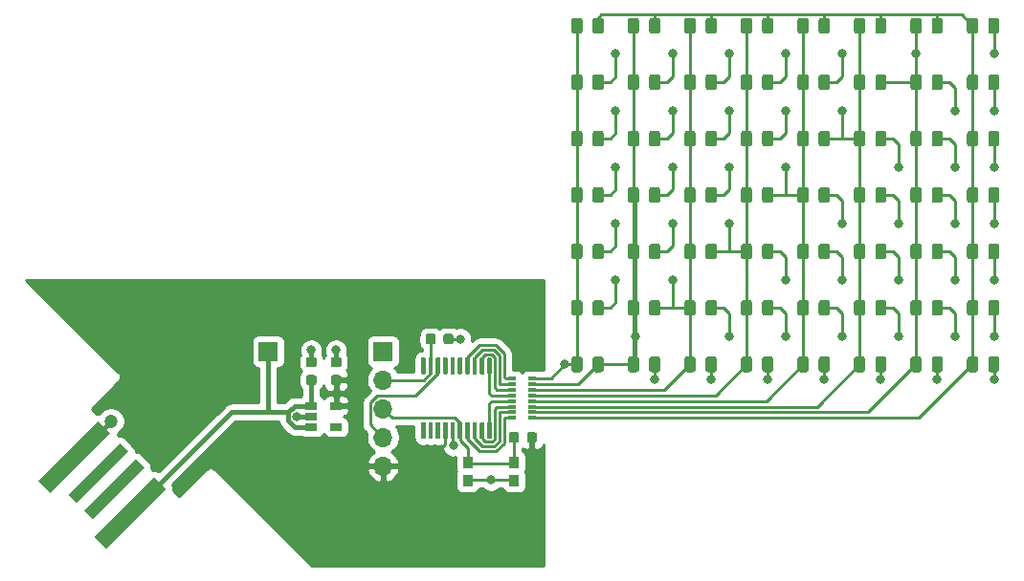
<source format=gbr>
G04 #@! TF.GenerationSoftware,KiCad,Pcbnew,(5.1.5-0-10_14)*
G04 #@! TF.CreationDate,2020-08-05T22:15:24-06:00*
G04 #@! TF.ProjectId,business_card_v4,62757369-6e65-4737-935f-636172645f76,rev?*
G04 #@! TF.SameCoordinates,Original*
G04 #@! TF.FileFunction,Copper,L1,Top*
G04 #@! TF.FilePolarity,Positive*
%FSLAX46Y46*%
G04 Gerber Fmt 4.6, Leading zero omitted, Abs format (unit mm)*
G04 Created by KiCad (PCBNEW (5.1.5-0-10_14)) date 2020-08-05 22:15:24*
%MOMM*%
%LPD*%
G04 APERTURE LIST*
%ADD10C,0.100000*%
%ADD11R,1.700000X1.700000*%
%ADD12R,0.800000X0.300000*%
%ADD13R,0.900000X1.000000*%
%ADD14R,1.060000X0.650000*%
%ADD15O,1.700000X1.700000*%
%ADD16C,1.200000*%
%ADD17C,0.800000*%
%ADD18C,0.250000*%
%ADD19C,0.400000*%
%ADD20C,0.254000*%
G04 APERTURE END LIST*
G04 #@! TA.AperFunction,SMDPad,CuDef*
D10*
G36*
X107230665Y-123390829D02*
G01*
X106170004Y-122330168D01*
X111473305Y-117026867D01*
X112533966Y-118087528D01*
X107230665Y-123390829D01*
G37*
G04 #@! TD.AperFunction*
G04 #@! TA.AperFunction,SMDPad,CuDef*
G36*
X109528761Y-124274711D02*
G01*
X108821655Y-123567605D01*
X113417849Y-118971411D01*
X114124955Y-119678517D01*
X109528761Y-124274711D01*
G37*
G04 #@! TD.AperFunction*
G04 #@! TA.AperFunction,SMDPad,CuDef*
G36*
X110942975Y-125688925D02*
G01*
X110235869Y-124981819D01*
X114832063Y-120385625D01*
X115539169Y-121092731D01*
X110942975Y-125688925D01*
G37*
G04 #@! TD.AperFunction*
G04 #@! TA.AperFunction,SMDPad,CuDef*
G36*
X112180412Y-128340576D02*
G01*
X111119751Y-127279915D01*
X116423052Y-121976614D01*
X117483713Y-123037275D01*
X112180412Y-128340576D01*
G37*
G04 #@! TD.AperFunction*
G04 #@! TA.AperFunction,SMDPad,CuDef*
G36*
X189080142Y-101301174D02*
G01*
X189103803Y-101304684D01*
X189127007Y-101310496D01*
X189149529Y-101318554D01*
X189171153Y-101328782D01*
X189191670Y-101341079D01*
X189210883Y-101355329D01*
X189228607Y-101371393D01*
X189244671Y-101389117D01*
X189258921Y-101408330D01*
X189271218Y-101428847D01*
X189281446Y-101450471D01*
X189289504Y-101472993D01*
X189295316Y-101496197D01*
X189298826Y-101519858D01*
X189300000Y-101543750D01*
X189300000Y-102456250D01*
X189298826Y-102480142D01*
X189295316Y-102503803D01*
X189289504Y-102527007D01*
X189281446Y-102549529D01*
X189271218Y-102571153D01*
X189258921Y-102591670D01*
X189244671Y-102610883D01*
X189228607Y-102628607D01*
X189210883Y-102644671D01*
X189191670Y-102658921D01*
X189171153Y-102671218D01*
X189149529Y-102681446D01*
X189127007Y-102689504D01*
X189103803Y-102695316D01*
X189080142Y-102698826D01*
X189056250Y-102700000D01*
X188568750Y-102700000D01*
X188544858Y-102698826D01*
X188521197Y-102695316D01*
X188497993Y-102689504D01*
X188475471Y-102681446D01*
X188453847Y-102671218D01*
X188433330Y-102658921D01*
X188414117Y-102644671D01*
X188396393Y-102628607D01*
X188380329Y-102610883D01*
X188366079Y-102591670D01*
X188353782Y-102571153D01*
X188343554Y-102549529D01*
X188335496Y-102527007D01*
X188329684Y-102503803D01*
X188326174Y-102480142D01*
X188325000Y-102456250D01*
X188325000Y-101543750D01*
X188326174Y-101519858D01*
X188329684Y-101496197D01*
X188335496Y-101472993D01*
X188343554Y-101450471D01*
X188353782Y-101428847D01*
X188366079Y-101408330D01*
X188380329Y-101389117D01*
X188396393Y-101371393D01*
X188414117Y-101355329D01*
X188433330Y-101341079D01*
X188453847Y-101328782D01*
X188475471Y-101318554D01*
X188497993Y-101310496D01*
X188521197Y-101304684D01*
X188544858Y-101301174D01*
X188568750Y-101300000D01*
X189056250Y-101300000D01*
X189080142Y-101301174D01*
G37*
G04 #@! TD.AperFunction*
G04 #@! TA.AperFunction,SMDPad,CuDef*
G36*
X190955142Y-101301174D02*
G01*
X190978803Y-101304684D01*
X191002007Y-101310496D01*
X191024529Y-101318554D01*
X191046153Y-101328782D01*
X191066670Y-101341079D01*
X191085883Y-101355329D01*
X191103607Y-101371393D01*
X191119671Y-101389117D01*
X191133921Y-101408330D01*
X191146218Y-101428847D01*
X191156446Y-101450471D01*
X191164504Y-101472993D01*
X191170316Y-101496197D01*
X191173826Y-101519858D01*
X191175000Y-101543750D01*
X191175000Y-102456250D01*
X191173826Y-102480142D01*
X191170316Y-102503803D01*
X191164504Y-102527007D01*
X191156446Y-102549529D01*
X191146218Y-102571153D01*
X191133921Y-102591670D01*
X191119671Y-102610883D01*
X191103607Y-102628607D01*
X191085883Y-102644671D01*
X191066670Y-102658921D01*
X191046153Y-102671218D01*
X191024529Y-102681446D01*
X191002007Y-102689504D01*
X190978803Y-102695316D01*
X190955142Y-102698826D01*
X190931250Y-102700000D01*
X190443750Y-102700000D01*
X190419858Y-102698826D01*
X190396197Y-102695316D01*
X190372993Y-102689504D01*
X190350471Y-102681446D01*
X190328847Y-102671218D01*
X190308330Y-102658921D01*
X190289117Y-102644671D01*
X190271393Y-102628607D01*
X190255329Y-102610883D01*
X190241079Y-102591670D01*
X190228782Y-102571153D01*
X190218554Y-102549529D01*
X190210496Y-102527007D01*
X190204684Y-102503803D01*
X190201174Y-102480142D01*
X190200000Y-102456250D01*
X190200000Y-101543750D01*
X190201174Y-101519858D01*
X190204684Y-101496197D01*
X190210496Y-101472993D01*
X190218554Y-101450471D01*
X190228782Y-101428847D01*
X190241079Y-101408330D01*
X190255329Y-101389117D01*
X190271393Y-101371393D01*
X190289117Y-101355329D01*
X190308330Y-101341079D01*
X190328847Y-101328782D01*
X190350471Y-101318554D01*
X190372993Y-101310496D01*
X190396197Y-101304684D01*
X190419858Y-101301174D01*
X190443750Y-101300000D01*
X190931250Y-101300000D01*
X190955142Y-101301174D01*
G37*
G04 #@! TD.AperFunction*
G04 #@! TA.AperFunction,SMDPad,CuDef*
G36*
X184080142Y-101301174D02*
G01*
X184103803Y-101304684D01*
X184127007Y-101310496D01*
X184149529Y-101318554D01*
X184171153Y-101328782D01*
X184191670Y-101341079D01*
X184210883Y-101355329D01*
X184228607Y-101371393D01*
X184244671Y-101389117D01*
X184258921Y-101408330D01*
X184271218Y-101428847D01*
X184281446Y-101450471D01*
X184289504Y-101472993D01*
X184295316Y-101496197D01*
X184298826Y-101519858D01*
X184300000Y-101543750D01*
X184300000Y-102456250D01*
X184298826Y-102480142D01*
X184295316Y-102503803D01*
X184289504Y-102527007D01*
X184281446Y-102549529D01*
X184271218Y-102571153D01*
X184258921Y-102591670D01*
X184244671Y-102610883D01*
X184228607Y-102628607D01*
X184210883Y-102644671D01*
X184191670Y-102658921D01*
X184171153Y-102671218D01*
X184149529Y-102681446D01*
X184127007Y-102689504D01*
X184103803Y-102695316D01*
X184080142Y-102698826D01*
X184056250Y-102700000D01*
X183568750Y-102700000D01*
X183544858Y-102698826D01*
X183521197Y-102695316D01*
X183497993Y-102689504D01*
X183475471Y-102681446D01*
X183453847Y-102671218D01*
X183433330Y-102658921D01*
X183414117Y-102644671D01*
X183396393Y-102628607D01*
X183380329Y-102610883D01*
X183366079Y-102591670D01*
X183353782Y-102571153D01*
X183343554Y-102549529D01*
X183335496Y-102527007D01*
X183329684Y-102503803D01*
X183326174Y-102480142D01*
X183325000Y-102456250D01*
X183325000Y-101543750D01*
X183326174Y-101519858D01*
X183329684Y-101496197D01*
X183335496Y-101472993D01*
X183343554Y-101450471D01*
X183353782Y-101428847D01*
X183366079Y-101408330D01*
X183380329Y-101389117D01*
X183396393Y-101371393D01*
X183414117Y-101355329D01*
X183433330Y-101341079D01*
X183453847Y-101328782D01*
X183475471Y-101318554D01*
X183497993Y-101310496D01*
X183521197Y-101304684D01*
X183544858Y-101301174D01*
X183568750Y-101300000D01*
X184056250Y-101300000D01*
X184080142Y-101301174D01*
G37*
G04 #@! TD.AperFunction*
G04 #@! TA.AperFunction,SMDPad,CuDef*
G36*
X185955142Y-101301174D02*
G01*
X185978803Y-101304684D01*
X186002007Y-101310496D01*
X186024529Y-101318554D01*
X186046153Y-101328782D01*
X186066670Y-101341079D01*
X186085883Y-101355329D01*
X186103607Y-101371393D01*
X186119671Y-101389117D01*
X186133921Y-101408330D01*
X186146218Y-101428847D01*
X186156446Y-101450471D01*
X186164504Y-101472993D01*
X186170316Y-101496197D01*
X186173826Y-101519858D01*
X186175000Y-101543750D01*
X186175000Y-102456250D01*
X186173826Y-102480142D01*
X186170316Y-102503803D01*
X186164504Y-102527007D01*
X186156446Y-102549529D01*
X186146218Y-102571153D01*
X186133921Y-102591670D01*
X186119671Y-102610883D01*
X186103607Y-102628607D01*
X186085883Y-102644671D01*
X186066670Y-102658921D01*
X186046153Y-102671218D01*
X186024529Y-102681446D01*
X186002007Y-102689504D01*
X185978803Y-102695316D01*
X185955142Y-102698826D01*
X185931250Y-102700000D01*
X185443750Y-102700000D01*
X185419858Y-102698826D01*
X185396197Y-102695316D01*
X185372993Y-102689504D01*
X185350471Y-102681446D01*
X185328847Y-102671218D01*
X185308330Y-102658921D01*
X185289117Y-102644671D01*
X185271393Y-102628607D01*
X185255329Y-102610883D01*
X185241079Y-102591670D01*
X185228782Y-102571153D01*
X185218554Y-102549529D01*
X185210496Y-102527007D01*
X185204684Y-102503803D01*
X185201174Y-102480142D01*
X185200000Y-102456250D01*
X185200000Y-101543750D01*
X185201174Y-101519858D01*
X185204684Y-101496197D01*
X185210496Y-101472993D01*
X185218554Y-101450471D01*
X185228782Y-101428847D01*
X185241079Y-101408330D01*
X185255329Y-101389117D01*
X185271393Y-101371393D01*
X185289117Y-101355329D01*
X185308330Y-101341079D01*
X185328847Y-101328782D01*
X185350471Y-101318554D01*
X185372993Y-101310496D01*
X185396197Y-101304684D01*
X185419858Y-101301174D01*
X185443750Y-101300000D01*
X185931250Y-101300000D01*
X185955142Y-101301174D01*
G37*
G04 #@! TD.AperFunction*
G04 #@! TA.AperFunction,SMDPad,CuDef*
G36*
X179080142Y-101301174D02*
G01*
X179103803Y-101304684D01*
X179127007Y-101310496D01*
X179149529Y-101318554D01*
X179171153Y-101328782D01*
X179191670Y-101341079D01*
X179210883Y-101355329D01*
X179228607Y-101371393D01*
X179244671Y-101389117D01*
X179258921Y-101408330D01*
X179271218Y-101428847D01*
X179281446Y-101450471D01*
X179289504Y-101472993D01*
X179295316Y-101496197D01*
X179298826Y-101519858D01*
X179300000Y-101543750D01*
X179300000Y-102456250D01*
X179298826Y-102480142D01*
X179295316Y-102503803D01*
X179289504Y-102527007D01*
X179281446Y-102549529D01*
X179271218Y-102571153D01*
X179258921Y-102591670D01*
X179244671Y-102610883D01*
X179228607Y-102628607D01*
X179210883Y-102644671D01*
X179191670Y-102658921D01*
X179171153Y-102671218D01*
X179149529Y-102681446D01*
X179127007Y-102689504D01*
X179103803Y-102695316D01*
X179080142Y-102698826D01*
X179056250Y-102700000D01*
X178568750Y-102700000D01*
X178544858Y-102698826D01*
X178521197Y-102695316D01*
X178497993Y-102689504D01*
X178475471Y-102681446D01*
X178453847Y-102671218D01*
X178433330Y-102658921D01*
X178414117Y-102644671D01*
X178396393Y-102628607D01*
X178380329Y-102610883D01*
X178366079Y-102591670D01*
X178353782Y-102571153D01*
X178343554Y-102549529D01*
X178335496Y-102527007D01*
X178329684Y-102503803D01*
X178326174Y-102480142D01*
X178325000Y-102456250D01*
X178325000Y-101543750D01*
X178326174Y-101519858D01*
X178329684Y-101496197D01*
X178335496Y-101472993D01*
X178343554Y-101450471D01*
X178353782Y-101428847D01*
X178366079Y-101408330D01*
X178380329Y-101389117D01*
X178396393Y-101371393D01*
X178414117Y-101355329D01*
X178433330Y-101341079D01*
X178453847Y-101328782D01*
X178475471Y-101318554D01*
X178497993Y-101310496D01*
X178521197Y-101304684D01*
X178544858Y-101301174D01*
X178568750Y-101300000D01*
X179056250Y-101300000D01*
X179080142Y-101301174D01*
G37*
G04 #@! TD.AperFunction*
G04 #@! TA.AperFunction,SMDPad,CuDef*
G36*
X180955142Y-101301174D02*
G01*
X180978803Y-101304684D01*
X181002007Y-101310496D01*
X181024529Y-101318554D01*
X181046153Y-101328782D01*
X181066670Y-101341079D01*
X181085883Y-101355329D01*
X181103607Y-101371393D01*
X181119671Y-101389117D01*
X181133921Y-101408330D01*
X181146218Y-101428847D01*
X181156446Y-101450471D01*
X181164504Y-101472993D01*
X181170316Y-101496197D01*
X181173826Y-101519858D01*
X181175000Y-101543750D01*
X181175000Y-102456250D01*
X181173826Y-102480142D01*
X181170316Y-102503803D01*
X181164504Y-102527007D01*
X181156446Y-102549529D01*
X181146218Y-102571153D01*
X181133921Y-102591670D01*
X181119671Y-102610883D01*
X181103607Y-102628607D01*
X181085883Y-102644671D01*
X181066670Y-102658921D01*
X181046153Y-102671218D01*
X181024529Y-102681446D01*
X181002007Y-102689504D01*
X180978803Y-102695316D01*
X180955142Y-102698826D01*
X180931250Y-102700000D01*
X180443750Y-102700000D01*
X180419858Y-102698826D01*
X180396197Y-102695316D01*
X180372993Y-102689504D01*
X180350471Y-102681446D01*
X180328847Y-102671218D01*
X180308330Y-102658921D01*
X180289117Y-102644671D01*
X180271393Y-102628607D01*
X180255329Y-102610883D01*
X180241079Y-102591670D01*
X180228782Y-102571153D01*
X180218554Y-102549529D01*
X180210496Y-102527007D01*
X180204684Y-102503803D01*
X180201174Y-102480142D01*
X180200000Y-102456250D01*
X180200000Y-101543750D01*
X180201174Y-101519858D01*
X180204684Y-101496197D01*
X180210496Y-101472993D01*
X180218554Y-101450471D01*
X180228782Y-101428847D01*
X180241079Y-101408330D01*
X180255329Y-101389117D01*
X180271393Y-101371393D01*
X180289117Y-101355329D01*
X180308330Y-101341079D01*
X180328847Y-101328782D01*
X180350471Y-101318554D01*
X180372993Y-101310496D01*
X180396197Y-101304684D01*
X180419858Y-101301174D01*
X180443750Y-101300000D01*
X180931250Y-101300000D01*
X180955142Y-101301174D01*
G37*
G04 #@! TD.AperFunction*
G04 #@! TA.AperFunction,SMDPad,CuDef*
G36*
X174080142Y-101301174D02*
G01*
X174103803Y-101304684D01*
X174127007Y-101310496D01*
X174149529Y-101318554D01*
X174171153Y-101328782D01*
X174191670Y-101341079D01*
X174210883Y-101355329D01*
X174228607Y-101371393D01*
X174244671Y-101389117D01*
X174258921Y-101408330D01*
X174271218Y-101428847D01*
X174281446Y-101450471D01*
X174289504Y-101472993D01*
X174295316Y-101496197D01*
X174298826Y-101519858D01*
X174300000Y-101543750D01*
X174300000Y-102456250D01*
X174298826Y-102480142D01*
X174295316Y-102503803D01*
X174289504Y-102527007D01*
X174281446Y-102549529D01*
X174271218Y-102571153D01*
X174258921Y-102591670D01*
X174244671Y-102610883D01*
X174228607Y-102628607D01*
X174210883Y-102644671D01*
X174191670Y-102658921D01*
X174171153Y-102671218D01*
X174149529Y-102681446D01*
X174127007Y-102689504D01*
X174103803Y-102695316D01*
X174080142Y-102698826D01*
X174056250Y-102700000D01*
X173568750Y-102700000D01*
X173544858Y-102698826D01*
X173521197Y-102695316D01*
X173497993Y-102689504D01*
X173475471Y-102681446D01*
X173453847Y-102671218D01*
X173433330Y-102658921D01*
X173414117Y-102644671D01*
X173396393Y-102628607D01*
X173380329Y-102610883D01*
X173366079Y-102591670D01*
X173353782Y-102571153D01*
X173343554Y-102549529D01*
X173335496Y-102527007D01*
X173329684Y-102503803D01*
X173326174Y-102480142D01*
X173325000Y-102456250D01*
X173325000Y-101543750D01*
X173326174Y-101519858D01*
X173329684Y-101496197D01*
X173335496Y-101472993D01*
X173343554Y-101450471D01*
X173353782Y-101428847D01*
X173366079Y-101408330D01*
X173380329Y-101389117D01*
X173396393Y-101371393D01*
X173414117Y-101355329D01*
X173433330Y-101341079D01*
X173453847Y-101328782D01*
X173475471Y-101318554D01*
X173497993Y-101310496D01*
X173521197Y-101304684D01*
X173544858Y-101301174D01*
X173568750Y-101300000D01*
X174056250Y-101300000D01*
X174080142Y-101301174D01*
G37*
G04 #@! TD.AperFunction*
G04 #@! TA.AperFunction,SMDPad,CuDef*
G36*
X175955142Y-101301174D02*
G01*
X175978803Y-101304684D01*
X176002007Y-101310496D01*
X176024529Y-101318554D01*
X176046153Y-101328782D01*
X176066670Y-101341079D01*
X176085883Y-101355329D01*
X176103607Y-101371393D01*
X176119671Y-101389117D01*
X176133921Y-101408330D01*
X176146218Y-101428847D01*
X176156446Y-101450471D01*
X176164504Y-101472993D01*
X176170316Y-101496197D01*
X176173826Y-101519858D01*
X176175000Y-101543750D01*
X176175000Y-102456250D01*
X176173826Y-102480142D01*
X176170316Y-102503803D01*
X176164504Y-102527007D01*
X176156446Y-102549529D01*
X176146218Y-102571153D01*
X176133921Y-102591670D01*
X176119671Y-102610883D01*
X176103607Y-102628607D01*
X176085883Y-102644671D01*
X176066670Y-102658921D01*
X176046153Y-102671218D01*
X176024529Y-102681446D01*
X176002007Y-102689504D01*
X175978803Y-102695316D01*
X175955142Y-102698826D01*
X175931250Y-102700000D01*
X175443750Y-102700000D01*
X175419858Y-102698826D01*
X175396197Y-102695316D01*
X175372993Y-102689504D01*
X175350471Y-102681446D01*
X175328847Y-102671218D01*
X175308330Y-102658921D01*
X175289117Y-102644671D01*
X175271393Y-102628607D01*
X175255329Y-102610883D01*
X175241079Y-102591670D01*
X175228782Y-102571153D01*
X175218554Y-102549529D01*
X175210496Y-102527007D01*
X175204684Y-102503803D01*
X175201174Y-102480142D01*
X175200000Y-102456250D01*
X175200000Y-101543750D01*
X175201174Y-101519858D01*
X175204684Y-101496197D01*
X175210496Y-101472993D01*
X175218554Y-101450471D01*
X175228782Y-101428847D01*
X175241079Y-101408330D01*
X175255329Y-101389117D01*
X175271393Y-101371393D01*
X175289117Y-101355329D01*
X175308330Y-101341079D01*
X175328847Y-101328782D01*
X175350471Y-101318554D01*
X175372993Y-101310496D01*
X175396197Y-101304684D01*
X175419858Y-101301174D01*
X175443750Y-101300000D01*
X175931250Y-101300000D01*
X175955142Y-101301174D01*
G37*
G04 #@! TD.AperFunction*
G04 #@! TA.AperFunction,SMDPad,CuDef*
G36*
X169080142Y-101301174D02*
G01*
X169103803Y-101304684D01*
X169127007Y-101310496D01*
X169149529Y-101318554D01*
X169171153Y-101328782D01*
X169191670Y-101341079D01*
X169210883Y-101355329D01*
X169228607Y-101371393D01*
X169244671Y-101389117D01*
X169258921Y-101408330D01*
X169271218Y-101428847D01*
X169281446Y-101450471D01*
X169289504Y-101472993D01*
X169295316Y-101496197D01*
X169298826Y-101519858D01*
X169300000Y-101543750D01*
X169300000Y-102456250D01*
X169298826Y-102480142D01*
X169295316Y-102503803D01*
X169289504Y-102527007D01*
X169281446Y-102549529D01*
X169271218Y-102571153D01*
X169258921Y-102591670D01*
X169244671Y-102610883D01*
X169228607Y-102628607D01*
X169210883Y-102644671D01*
X169191670Y-102658921D01*
X169171153Y-102671218D01*
X169149529Y-102681446D01*
X169127007Y-102689504D01*
X169103803Y-102695316D01*
X169080142Y-102698826D01*
X169056250Y-102700000D01*
X168568750Y-102700000D01*
X168544858Y-102698826D01*
X168521197Y-102695316D01*
X168497993Y-102689504D01*
X168475471Y-102681446D01*
X168453847Y-102671218D01*
X168433330Y-102658921D01*
X168414117Y-102644671D01*
X168396393Y-102628607D01*
X168380329Y-102610883D01*
X168366079Y-102591670D01*
X168353782Y-102571153D01*
X168343554Y-102549529D01*
X168335496Y-102527007D01*
X168329684Y-102503803D01*
X168326174Y-102480142D01*
X168325000Y-102456250D01*
X168325000Y-101543750D01*
X168326174Y-101519858D01*
X168329684Y-101496197D01*
X168335496Y-101472993D01*
X168343554Y-101450471D01*
X168353782Y-101428847D01*
X168366079Y-101408330D01*
X168380329Y-101389117D01*
X168396393Y-101371393D01*
X168414117Y-101355329D01*
X168433330Y-101341079D01*
X168453847Y-101328782D01*
X168475471Y-101318554D01*
X168497993Y-101310496D01*
X168521197Y-101304684D01*
X168544858Y-101301174D01*
X168568750Y-101300000D01*
X169056250Y-101300000D01*
X169080142Y-101301174D01*
G37*
G04 #@! TD.AperFunction*
G04 #@! TA.AperFunction,SMDPad,CuDef*
G36*
X170955142Y-101301174D02*
G01*
X170978803Y-101304684D01*
X171002007Y-101310496D01*
X171024529Y-101318554D01*
X171046153Y-101328782D01*
X171066670Y-101341079D01*
X171085883Y-101355329D01*
X171103607Y-101371393D01*
X171119671Y-101389117D01*
X171133921Y-101408330D01*
X171146218Y-101428847D01*
X171156446Y-101450471D01*
X171164504Y-101472993D01*
X171170316Y-101496197D01*
X171173826Y-101519858D01*
X171175000Y-101543750D01*
X171175000Y-102456250D01*
X171173826Y-102480142D01*
X171170316Y-102503803D01*
X171164504Y-102527007D01*
X171156446Y-102549529D01*
X171146218Y-102571153D01*
X171133921Y-102591670D01*
X171119671Y-102610883D01*
X171103607Y-102628607D01*
X171085883Y-102644671D01*
X171066670Y-102658921D01*
X171046153Y-102671218D01*
X171024529Y-102681446D01*
X171002007Y-102689504D01*
X170978803Y-102695316D01*
X170955142Y-102698826D01*
X170931250Y-102700000D01*
X170443750Y-102700000D01*
X170419858Y-102698826D01*
X170396197Y-102695316D01*
X170372993Y-102689504D01*
X170350471Y-102681446D01*
X170328847Y-102671218D01*
X170308330Y-102658921D01*
X170289117Y-102644671D01*
X170271393Y-102628607D01*
X170255329Y-102610883D01*
X170241079Y-102591670D01*
X170228782Y-102571153D01*
X170218554Y-102549529D01*
X170210496Y-102527007D01*
X170204684Y-102503803D01*
X170201174Y-102480142D01*
X170200000Y-102456250D01*
X170200000Y-101543750D01*
X170201174Y-101519858D01*
X170204684Y-101496197D01*
X170210496Y-101472993D01*
X170218554Y-101450471D01*
X170228782Y-101428847D01*
X170241079Y-101408330D01*
X170255329Y-101389117D01*
X170271393Y-101371393D01*
X170289117Y-101355329D01*
X170308330Y-101341079D01*
X170328847Y-101328782D01*
X170350471Y-101318554D01*
X170372993Y-101310496D01*
X170396197Y-101304684D01*
X170419858Y-101301174D01*
X170443750Y-101300000D01*
X170931250Y-101300000D01*
X170955142Y-101301174D01*
G37*
G04 #@! TD.AperFunction*
G04 #@! TA.AperFunction,SMDPad,CuDef*
G36*
X164080142Y-101301174D02*
G01*
X164103803Y-101304684D01*
X164127007Y-101310496D01*
X164149529Y-101318554D01*
X164171153Y-101328782D01*
X164191670Y-101341079D01*
X164210883Y-101355329D01*
X164228607Y-101371393D01*
X164244671Y-101389117D01*
X164258921Y-101408330D01*
X164271218Y-101428847D01*
X164281446Y-101450471D01*
X164289504Y-101472993D01*
X164295316Y-101496197D01*
X164298826Y-101519858D01*
X164300000Y-101543750D01*
X164300000Y-102456250D01*
X164298826Y-102480142D01*
X164295316Y-102503803D01*
X164289504Y-102527007D01*
X164281446Y-102549529D01*
X164271218Y-102571153D01*
X164258921Y-102591670D01*
X164244671Y-102610883D01*
X164228607Y-102628607D01*
X164210883Y-102644671D01*
X164191670Y-102658921D01*
X164171153Y-102671218D01*
X164149529Y-102681446D01*
X164127007Y-102689504D01*
X164103803Y-102695316D01*
X164080142Y-102698826D01*
X164056250Y-102700000D01*
X163568750Y-102700000D01*
X163544858Y-102698826D01*
X163521197Y-102695316D01*
X163497993Y-102689504D01*
X163475471Y-102681446D01*
X163453847Y-102671218D01*
X163433330Y-102658921D01*
X163414117Y-102644671D01*
X163396393Y-102628607D01*
X163380329Y-102610883D01*
X163366079Y-102591670D01*
X163353782Y-102571153D01*
X163343554Y-102549529D01*
X163335496Y-102527007D01*
X163329684Y-102503803D01*
X163326174Y-102480142D01*
X163325000Y-102456250D01*
X163325000Y-101543750D01*
X163326174Y-101519858D01*
X163329684Y-101496197D01*
X163335496Y-101472993D01*
X163343554Y-101450471D01*
X163353782Y-101428847D01*
X163366079Y-101408330D01*
X163380329Y-101389117D01*
X163396393Y-101371393D01*
X163414117Y-101355329D01*
X163433330Y-101341079D01*
X163453847Y-101328782D01*
X163475471Y-101318554D01*
X163497993Y-101310496D01*
X163521197Y-101304684D01*
X163544858Y-101301174D01*
X163568750Y-101300000D01*
X164056250Y-101300000D01*
X164080142Y-101301174D01*
G37*
G04 #@! TD.AperFunction*
G04 #@! TA.AperFunction,SMDPad,CuDef*
G36*
X165955142Y-101301174D02*
G01*
X165978803Y-101304684D01*
X166002007Y-101310496D01*
X166024529Y-101318554D01*
X166046153Y-101328782D01*
X166066670Y-101341079D01*
X166085883Y-101355329D01*
X166103607Y-101371393D01*
X166119671Y-101389117D01*
X166133921Y-101408330D01*
X166146218Y-101428847D01*
X166156446Y-101450471D01*
X166164504Y-101472993D01*
X166170316Y-101496197D01*
X166173826Y-101519858D01*
X166175000Y-101543750D01*
X166175000Y-102456250D01*
X166173826Y-102480142D01*
X166170316Y-102503803D01*
X166164504Y-102527007D01*
X166156446Y-102549529D01*
X166146218Y-102571153D01*
X166133921Y-102591670D01*
X166119671Y-102610883D01*
X166103607Y-102628607D01*
X166085883Y-102644671D01*
X166066670Y-102658921D01*
X166046153Y-102671218D01*
X166024529Y-102681446D01*
X166002007Y-102689504D01*
X165978803Y-102695316D01*
X165955142Y-102698826D01*
X165931250Y-102700000D01*
X165443750Y-102700000D01*
X165419858Y-102698826D01*
X165396197Y-102695316D01*
X165372993Y-102689504D01*
X165350471Y-102681446D01*
X165328847Y-102671218D01*
X165308330Y-102658921D01*
X165289117Y-102644671D01*
X165271393Y-102628607D01*
X165255329Y-102610883D01*
X165241079Y-102591670D01*
X165228782Y-102571153D01*
X165218554Y-102549529D01*
X165210496Y-102527007D01*
X165204684Y-102503803D01*
X165201174Y-102480142D01*
X165200000Y-102456250D01*
X165200000Y-101543750D01*
X165201174Y-101519858D01*
X165204684Y-101496197D01*
X165210496Y-101472993D01*
X165218554Y-101450471D01*
X165228782Y-101428847D01*
X165241079Y-101408330D01*
X165255329Y-101389117D01*
X165271393Y-101371393D01*
X165289117Y-101355329D01*
X165308330Y-101341079D01*
X165328847Y-101328782D01*
X165350471Y-101318554D01*
X165372993Y-101310496D01*
X165396197Y-101304684D01*
X165419858Y-101301174D01*
X165443750Y-101300000D01*
X165931250Y-101300000D01*
X165955142Y-101301174D01*
G37*
G04 #@! TD.AperFunction*
G04 #@! TA.AperFunction,SMDPad,CuDef*
G36*
X159080142Y-101301174D02*
G01*
X159103803Y-101304684D01*
X159127007Y-101310496D01*
X159149529Y-101318554D01*
X159171153Y-101328782D01*
X159191670Y-101341079D01*
X159210883Y-101355329D01*
X159228607Y-101371393D01*
X159244671Y-101389117D01*
X159258921Y-101408330D01*
X159271218Y-101428847D01*
X159281446Y-101450471D01*
X159289504Y-101472993D01*
X159295316Y-101496197D01*
X159298826Y-101519858D01*
X159300000Y-101543750D01*
X159300000Y-102456250D01*
X159298826Y-102480142D01*
X159295316Y-102503803D01*
X159289504Y-102527007D01*
X159281446Y-102549529D01*
X159271218Y-102571153D01*
X159258921Y-102591670D01*
X159244671Y-102610883D01*
X159228607Y-102628607D01*
X159210883Y-102644671D01*
X159191670Y-102658921D01*
X159171153Y-102671218D01*
X159149529Y-102681446D01*
X159127007Y-102689504D01*
X159103803Y-102695316D01*
X159080142Y-102698826D01*
X159056250Y-102700000D01*
X158568750Y-102700000D01*
X158544858Y-102698826D01*
X158521197Y-102695316D01*
X158497993Y-102689504D01*
X158475471Y-102681446D01*
X158453847Y-102671218D01*
X158433330Y-102658921D01*
X158414117Y-102644671D01*
X158396393Y-102628607D01*
X158380329Y-102610883D01*
X158366079Y-102591670D01*
X158353782Y-102571153D01*
X158343554Y-102549529D01*
X158335496Y-102527007D01*
X158329684Y-102503803D01*
X158326174Y-102480142D01*
X158325000Y-102456250D01*
X158325000Y-101543750D01*
X158326174Y-101519858D01*
X158329684Y-101496197D01*
X158335496Y-101472993D01*
X158343554Y-101450471D01*
X158353782Y-101428847D01*
X158366079Y-101408330D01*
X158380329Y-101389117D01*
X158396393Y-101371393D01*
X158414117Y-101355329D01*
X158433330Y-101341079D01*
X158453847Y-101328782D01*
X158475471Y-101318554D01*
X158497993Y-101310496D01*
X158521197Y-101304684D01*
X158544858Y-101301174D01*
X158568750Y-101300000D01*
X159056250Y-101300000D01*
X159080142Y-101301174D01*
G37*
G04 #@! TD.AperFunction*
G04 #@! TA.AperFunction,SMDPad,CuDef*
G36*
X160955142Y-101301174D02*
G01*
X160978803Y-101304684D01*
X161002007Y-101310496D01*
X161024529Y-101318554D01*
X161046153Y-101328782D01*
X161066670Y-101341079D01*
X161085883Y-101355329D01*
X161103607Y-101371393D01*
X161119671Y-101389117D01*
X161133921Y-101408330D01*
X161146218Y-101428847D01*
X161156446Y-101450471D01*
X161164504Y-101472993D01*
X161170316Y-101496197D01*
X161173826Y-101519858D01*
X161175000Y-101543750D01*
X161175000Y-102456250D01*
X161173826Y-102480142D01*
X161170316Y-102503803D01*
X161164504Y-102527007D01*
X161156446Y-102549529D01*
X161146218Y-102571153D01*
X161133921Y-102591670D01*
X161119671Y-102610883D01*
X161103607Y-102628607D01*
X161085883Y-102644671D01*
X161066670Y-102658921D01*
X161046153Y-102671218D01*
X161024529Y-102681446D01*
X161002007Y-102689504D01*
X160978803Y-102695316D01*
X160955142Y-102698826D01*
X160931250Y-102700000D01*
X160443750Y-102700000D01*
X160419858Y-102698826D01*
X160396197Y-102695316D01*
X160372993Y-102689504D01*
X160350471Y-102681446D01*
X160328847Y-102671218D01*
X160308330Y-102658921D01*
X160289117Y-102644671D01*
X160271393Y-102628607D01*
X160255329Y-102610883D01*
X160241079Y-102591670D01*
X160228782Y-102571153D01*
X160218554Y-102549529D01*
X160210496Y-102527007D01*
X160204684Y-102503803D01*
X160201174Y-102480142D01*
X160200000Y-102456250D01*
X160200000Y-101543750D01*
X160201174Y-101519858D01*
X160204684Y-101496197D01*
X160210496Y-101472993D01*
X160218554Y-101450471D01*
X160228782Y-101428847D01*
X160241079Y-101408330D01*
X160255329Y-101389117D01*
X160271393Y-101371393D01*
X160289117Y-101355329D01*
X160308330Y-101341079D01*
X160328847Y-101328782D01*
X160350471Y-101318554D01*
X160372993Y-101310496D01*
X160396197Y-101304684D01*
X160419858Y-101301174D01*
X160443750Y-101300000D01*
X160931250Y-101300000D01*
X160955142Y-101301174D01*
G37*
G04 #@! TD.AperFunction*
G04 #@! TA.AperFunction,SMDPad,CuDef*
G36*
X154080142Y-101301174D02*
G01*
X154103803Y-101304684D01*
X154127007Y-101310496D01*
X154149529Y-101318554D01*
X154171153Y-101328782D01*
X154191670Y-101341079D01*
X154210883Y-101355329D01*
X154228607Y-101371393D01*
X154244671Y-101389117D01*
X154258921Y-101408330D01*
X154271218Y-101428847D01*
X154281446Y-101450471D01*
X154289504Y-101472993D01*
X154295316Y-101496197D01*
X154298826Y-101519858D01*
X154300000Y-101543750D01*
X154300000Y-102456250D01*
X154298826Y-102480142D01*
X154295316Y-102503803D01*
X154289504Y-102527007D01*
X154281446Y-102549529D01*
X154271218Y-102571153D01*
X154258921Y-102591670D01*
X154244671Y-102610883D01*
X154228607Y-102628607D01*
X154210883Y-102644671D01*
X154191670Y-102658921D01*
X154171153Y-102671218D01*
X154149529Y-102681446D01*
X154127007Y-102689504D01*
X154103803Y-102695316D01*
X154080142Y-102698826D01*
X154056250Y-102700000D01*
X153568750Y-102700000D01*
X153544858Y-102698826D01*
X153521197Y-102695316D01*
X153497993Y-102689504D01*
X153475471Y-102681446D01*
X153453847Y-102671218D01*
X153433330Y-102658921D01*
X153414117Y-102644671D01*
X153396393Y-102628607D01*
X153380329Y-102610883D01*
X153366079Y-102591670D01*
X153353782Y-102571153D01*
X153343554Y-102549529D01*
X153335496Y-102527007D01*
X153329684Y-102503803D01*
X153326174Y-102480142D01*
X153325000Y-102456250D01*
X153325000Y-101543750D01*
X153326174Y-101519858D01*
X153329684Y-101496197D01*
X153335496Y-101472993D01*
X153343554Y-101450471D01*
X153353782Y-101428847D01*
X153366079Y-101408330D01*
X153380329Y-101389117D01*
X153396393Y-101371393D01*
X153414117Y-101355329D01*
X153433330Y-101341079D01*
X153453847Y-101328782D01*
X153475471Y-101318554D01*
X153497993Y-101310496D01*
X153521197Y-101304684D01*
X153544858Y-101301174D01*
X153568750Y-101300000D01*
X154056250Y-101300000D01*
X154080142Y-101301174D01*
G37*
G04 #@! TD.AperFunction*
G04 #@! TA.AperFunction,SMDPad,CuDef*
G36*
X155955142Y-101301174D02*
G01*
X155978803Y-101304684D01*
X156002007Y-101310496D01*
X156024529Y-101318554D01*
X156046153Y-101328782D01*
X156066670Y-101341079D01*
X156085883Y-101355329D01*
X156103607Y-101371393D01*
X156119671Y-101389117D01*
X156133921Y-101408330D01*
X156146218Y-101428847D01*
X156156446Y-101450471D01*
X156164504Y-101472993D01*
X156170316Y-101496197D01*
X156173826Y-101519858D01*
X156175000Y-101543750D01*
X156175000Y-102456250D01*
X156173826Y-102480142D01*
X156170316Y-102503803D01*
X156164504Y-102527007D01*
X156156446Y-102549529D01*
X156146218Y-102571153D01*
X156133921Y-102591670D01*
X156119671Y-102610883D01*
X156103607Y-102628607D01*
X156085883Y-102644671D01*
X156066670Y-102658921D01*
X156046153Y-102671218D01*
X156024529Y-102681446D01*
X156002007Y-102689504D01*
X155978803Y-102695316D01*
X155955142Y-102698826D01*
X155931250Y-102700000D01*
X155443750Y-102700000D01*
X155419858Y-102698826D01*
X155396197Y-102695316D01*
X155372993Y-102689504D01*
X155350471Y-102681446D01*
X155328847Y-102671218D01*
X155308330Y-102658921D01*
X155289117Y-102644671D01*
X155271393Y-102628607D01*
X155255329Y-102610883D01*
X155241079Y-102591670D01*
X155228782Y-102571153D01*
X155218554Y-102549529D01*
X155210496Y-102527007D01*
X155204684Y-102503803D01*
X155201174Y-102480142D01*
X155200000Y-102456250D01*
X155200000Y-101543750D01*
X155201174Y-101519858D01*
X155204684Y-101496197D01*
X155210496Y-101472993D01*
X155218554Y-101450471D01*
X155228782Y-101428847D01*
X155241079Y-101408330D01*
X155255329Y-101389117D01*
X155271393Y-101371393D01*
X155289117Y-101355329D01*
X155308330Y-101341079D01*
X155328847Y-101328782D01*
X155350471Y-101318554D01*
X155372993Y-101310496D01*
X155396197Y-101304684D01*
X155419858Y-101301174D01*
X155443750Y-101300000D01*
X155931250Y-101300000D01*
X155955142Y-101301174D01*
G37*
G04 #@! TD.AperFunction*
G04 #@! TA.AperFunction,SMDPad,CuDef*
G36*
X189080142Y-111301174D02*
G01*
X189103803Y-111304684D01*
X189127007Y-111310496D01*
X189149529Y-111318554D01*
X189171153Y-111328782D01*
X189191670Y-111341079D01*
X189210883Y-111355329D01*
X189228607Y-111371393D01*
X189244671Y-111389117D01*
X189258921Y-111408330D01*
X189271218Y-111428847D01*
X189281446Y-111450471D01*
X189289504Y-111472993D01*
X189295316Y-111496197D01*
X189298826Y-111519858D01*
X189300000Y-111543750D01*
X189300000Y-112456250D01*
X189298826Y-112480142D01*
X189295316Y-112503803D01*
X189289504Y-112527007D01*
X189281446Y-112549529D01*
X189271218Y-112571153D01*
X189258921Y-112591670D01*
X189244671Y-112610883D01*
X189228607Y-112628607D01*
X189210883Y-112644671D01*
X189191670Y-112658921D01*
X189171153Y-112671218D01*
X189149529Y-112681446D01*
X189127007Y-112689504D01*
X189103803Y-112695316D01*
X189080142Y-112698826D01*
X189056250Y-112700000D01*
X188568750Y-112700000D01*
X188544858Y-112698826D01*
X188521197Y-112695316D01*
X188497993Y-112689504D01*
X188475471Y-112681446D01*
X188453847Y-112671218D01*
X188433330Y-112658921D01*
X188414117Y-112644671D01*
X188396393Y-112628607D01*
X188380329Y-112610883D01*
X188366079Y-112591670D01*
X188353782Y-112571153D01*
X188343554Y-112549529D01*
X188335496Y-112527007D01*
X188329684Y-112503803D01*
X188326174Y-112480142D01*
X188325000Y-112456250D01*
X188325000Y-111543750D01*
X188326174Y-111519858D01*
X188329684Y-111496197D01*
X188335496Y-111472993D01*
X188343554Y-111450471D01*
X188353782Y-111428847D01*
X188366079Y-111408330D01*
X188380329Y-111389117D01*
X188396393Y-111371393D01*
X188414117Y-111355329D01*
X188433330Y-111341079D01*
X188453847Y-111328782D01*
X188475471Y-111318554D01*
X188497993Y-111310496D01*
X188521197Y-111304684D01*
X188544858Y-111301174D01*
X188568750Y-111300000D01*
X189056250Y-111300000D01*
X189080142Y-111301174D01*
G37*
G04 #@! TD.AperFunction*
G04 #@! TA.AperFunction,SMDPad,CuDef*
G36*
X190955142Y-111301174D02*
G01*
X190978803Y-111304684D01*
X191002007Y-111310496D01*
X191024529Y-111318554D01*
X191046153Y-111328782D01*
X191066670Y-111341079D01*
X191085883Y-111355329D01*
X191103607Y-111371393D01*
X191119671Y-111389117D01*
X191133921Y-111408330D01*
X191146218Y-111428847D01*
X191156446Y-111450471D01*
X191164504Y-111472993D01*
X191170316Y-111496197D01*
X191173826Y-111519858D01*
X191175000Y-111543750D01*
X191175000Y-112456250D01*
X191173826Y-112480142D01*
X191170316Y-112503803D01*
X191164504Y-112527007D01*
X191156446Y-112549529D01*
X191146218Y-112571153D01*
X191133921Y-112591670D01*
X191119671Y-112610883D01*
X191103607Y-112628607D01*
X191085883Y-112644671D01*
X191066670Y-112658921D01*
X191046153Y-112671218D01*
X191024529Y-112681446D01*
X191002007Y-112689504D01*
X190978803Y-112695316D01*
X190955142Y-112698826D01*
X190931250Y-112700000D01*
X190443750Y-112700000D01*
X190419858Y-112698826D01*
X190396197Y-112695316D01*
X190372993Y-112689504D01*
X190350471Y-112681446D01*
X190328847Y-112671218D01*
X190308330Y-112658921D01*
X190289117Y-112644671D01*
X190271393Y-112628607D01*
X190255329Y-112610883D01*
X190241079Y-112591670D01*
X190228782Y-112571153D01*
X190218554Y-112549529D01*
X190210496Y-112527007D01*
X190204684Y-112503803D01*
X190201174Y-112480142D01*
X190200000Y-112456250D01*
X190200000Y-111543750D01*
X190201174Y-111519858D01*
X190204684Y-111496197D01*
X190210496Y-111472993D01*
X190218554Y-111450471D01*
X190228782Y-111428847D01*
X190241079Y-111408330D01*
X190255329Y-111389117D01*
X190271393Y-111371393D01*
X190289117Y-111355329D01*
X190308330Y-111341079D01*
X190328847Y-111328782D01*
X190350471Y-111318554D01*
X190372993Y-111310496D01*
X190396197Y-111304684D01*
X190419858Y-111301174D01*
X190443750Y-111300000D01*
X190931250Y-111300000D01*
X190955142Y-111301174D01*
G37*
G04 #@! TD.AperFunction*
G04 #@! TA.AperFunction,SMDPad,CuDef*
G36*
X184080142Y-111301174D02*
G01*
X184103803Y-111304684D01*
X184127007Y-111310496D01*
X184149529Y-111318554D01*
X184171153Y-111328782D01*
X184191670Y-111341079D01*
X184210883Y-111355329D01*
X184228607Y-111371393D01*
X184244671Y-111389117D01*
X184258921Y-111408330D01*
X184271218Y-111428847D01*
X184281446Y-111450471D01*
X184289504Y-111472993D01*
X184295316Y-111496197D01*
X184298826Y-111519858D01*
X184300000Y-111543750D01*
X184300000Y-112456250D01*
X184298826Y-112480142D01*
X184295316Y-112503803D01*
X184289504Y-112527007D01*
X184281446Y-112549529D01*
X184271218Y-112571153D01*
X184258921Y-112591670D01*
X184244671Y-112610883D01*
X184228607Y-112628607D01*
X184210883Y-112644671D01*
X184191670Y-112658921D01*
X184171153Y-112671218D01*
X184149529Y-112681446D01*
X184127007Y-112689504D01*
X184103803Y-112695316D01*
X184080142Y-112698826D01*
X184056250Y-112700000D01*
X183568750Y-112700000D01*
X183544858Y-112698826D01*
X183521197Y-112695316D01*
X183497993Y-112689504D01*
X183475471Y-112681446D01*
X183453847Y-112671218D01*
X183433330Y-112658921D01*
X183414117Y-112644671D01*
X183396393Y-112628607D01*
X183380329Y-112610883D01*
X183366079Y-112591670D01*
X183353782Y-112571153D01*
X183343554Y-112549529D01*
X183335496Y-112527007D01*
X183329684Y-112503803D01*
X183326174Y-112480142D01*
X183325000Y-112456250D01*
X183325000Y-111543750D01*
X183326174Y-111519858D01*
X183329684Y-111496197D01*
X183335496Y-111472993D01*
X183343554Y-111450471D01*
X183353782Y-111428847D01*
X183366079Y-111408330D01*
X183380329Y-111389117D01*
X183396393Y-111371393D01*
X183414117Y-111355329D01*
X183433330Y-111341079D01*
X183453847Y-111328782D01*
X183475471Y-111318554D01*
X183497993Y-111310496D01*
X183521197Y-111304684D01*
X183544858Y-111301174D01*
X183568750Y-111300000D01*
X184056250Y-111300000D01*
X184080142Y-111301174D01*
G37*
G04 #@! TD.AperFunction*
G04 #@! TA.AperFunction,SMDPad,CuDef*
G36*
X185955142Y-111301174D02*
G01*
X185978803Y-111304684D01*
X186002007Y-111310496D01*
X186024529Y-111318554D01*
X186046153Y-111328782D01*
X186066670Y-111341079D01*
X186085883Y-111355329D01*
X186103607Y-111371393D01*
X186119671Y-111389117D01*
X186133921Y-111408330D01*
X186146218Y-111428847D01*
X186156446Y-111450471D01*
X186164504Y-111472993D01*
X186170316Y-111496197D01*
X186173826Y-111519858D01*
X186175000Y-111543750D01*
X186175000Y-112456250D01*
X186173826Y-112480142D01*
X186170316Y-112503803D01*
X186164504Y-112527007D01*
X186156446Y-112549529D01*
X186146218Y-112571153D01*
X186133921Y-112591670D01*
X186119671Y-112610883D01*
X186103607Y-112628607D01*
X186085883Y-112644671D01*
X186066670Y-112658921D01*
X186046153Y-112671218D01*
X186024529Y-112681446D01*
X186002007Y-112689504D01*
X185978803Y-112695316D01*
X185955142Y-112698826D01*
X185931250Y-112700000D01*
X185443750Y-112700000D01*
X185419858Y-112698826D01*
X185396197Y-112695316D01*
X185372993Y-112689504D01*
X185350471Y-112681446D01*
X185328847Y-112671218D01*
X185308330Y-112658921D01*
X185289117Y-112644671D01*
X185271393Y-112628607D01*
X185255329Y-112610883D01*
X185241079Y-112591670D01*
X185228782Y-112571153D01*
X185218554Y-112549529D01*
X185210496Y-112527007D01*
X185204684Y-112503803D01*
X185201174Y-112480142D01*
X185200000Y-112456250D01*
X185200000Y-111543750D01*
X185201174Y-111519858D01*
X185204684Y-111496197D01*
X185210496Y-111472993D01*
X185218554Y-111450471D01*
X185228782Y-111428847D01*
X185241079Y-111408330D01*
X185255329Y-111389117D01*
X185271393Y-111371393D01*
X185289117Y-111355329D01*
X185308330Y-111341079D01*
X185328847Y-111328782D01*
X185350471Y-111318554D01*
X185372993Y-111310496D01*
X185396197Y-111304684D01*
X185419858Y-111301174D01*
X185443750Y-111300000D01*
X185931250Y-111300000D01*
X185955142Y-111301174D01*
G37*
G04 #@! TD.AperFunction*
G04 #@! TA.AperFunction,SMDPad,CuDef*
G36*
X179080142Y-111301174D02*
G01*
X179103803Y-111304684D01*
X179127007Y-111310496D01*
X179149529Y-111318554D01*
X179171153Y-111328782D01*
X179191670Y-111341079D01*
X179210883Y-111355329D01*
X179228607Y-111371393D01*
X179244671Y-111389117D01*
X179258921Y-111408330D01*
X179271218Y-111428847D01*
X179281446Y-111450471D01*
X179289504Y-111472993D01*
X179295316Y-111496197D01*
X179298826Y-111519858D01*
X179300000Y-111543750D01*
X179300000Y-112456250D01*
X179298826Y-112480142D01*
X179295316Y-112503803D01*
X179289504Y-112527007D01*
X179281446Y-112549529D01*
X179271218Y-112571153D01*
X179258921Y-112591670D01*
X179244671Y-112610883D01*
X179228607Y-112628607D01*
X179210883Y-112644671D01*
X179191670Y-112658921D01*
X179171153Y-112671218D01*
X179149529Y-112681446D01*
X179127007Y-112689504D01*
X179103803Y-112695316D01*
X179080142Y-112698826D01*
X179056250Y-112700000D01*
X178568750Y-112700000D01*
X178544858Y-112698826D01*
X178521197Y-112695316D01*
X178497993Y-112689504D01*
X178475471Y-112681446D01*
X178453847Y-112671218D01*
X178433330Y-112658921D01*
X178414117Y-112644671D01*
X178396393Y-112628607D01*
X178380329Y-112610883D01*
X178366079Y-112591670D01*
X178353782Y-112571153D01*
X178343554Y-112549529D01*
X178335496Y-112527007D01*
X178329684Y-112503803D01*
X178326174Y-112480142D01*
X178325000Y-112456250D01*
X178325000Y-111543750D01*
X178326174Y-111519858D01*
X178329684Y-111496197D01*
X178335496Y-111472993D01*
X178343554Y-111450471D01*
X178353782Y-111428847D01*
X178366079Y-111408330D01*
X178380329Y-111389117D01*
X178396393Y-111371393D01*
X178414117Y-111355329D01*
X178433330Y-111341079D01*
X178453847Y-111328782D01*
X178475471Y-111318554D01*
X178497993Y-111310496D01*
X178521197Y-111304684D01*
X178544858Y-111301174D01*
X178568750Y-111300000D01*
X179056250Y-111300000D01*
X179080142Y-111301174D01*
G37*
G04 #@! TD.AperFunction*
G04 #@! TA.AperFunction,SMDPad,CuDef*
G36*
X180955142Y-111301174D02*
G01*
X180978803Y-111304684D01*
X181002007Y-111310496D01*
X181024529Y-111318554D01*
X181046153Y-111328782D01*
X181066670Y-111341079D01*
X181085883Y-111355329D01*
X181103607Y-111371393D01*
X181119671Y-111389117D01*
X181133921Y-111408330D01*
X181146218Y-111428847D01*
X181156446Y-111450471D01*
X181164504Y-111472993D01*
X181170316Y-111496197D01*
X181173826Y-111519858D01*
X181175000Y-111543750D01*
X181175000Y-112456250D01*
X181173826Y-112480142D01*
X181170316Y-112503803D01*
X181164504Y-112527007D01*
X181156446Y-112549529D01*
X181146218Y-112571153D01*
X181133921Y-112591670D01*
X181119671Y-112610883D01*
X181103607Y-112628607D01*
X181085883Y-112644671D01*
X181066670Y-112658921D01*
X181046153Y-112671218D01*
X181024529Y-112681446D01*
X181002007Y-112689504D01*
X180978803Y-112695316D01*
X180955142Y-112698826D01*
X180931250Y-112700000D01*
X180443750Y-112700000D01*
X180419858Y-112698826D01*
X180396197Y-112695316D01*
X180372993Y-112689504D01*
X180350471Y-112681446D01*
X180328847Y-112671218D01*
X180308330Y-112658921D01*
X180289117Y-112644671D01*
X180271393Y-112628607D01*
X180255329Y-112610883D01*
X180241079Y-112591670D01*
X180228782Y-112571153D01*
X180218554Y-112549529D01*
X180210496Y-112527007D01*
X180204684Y-112503803D01*
X180201174Y-112480142D01*
X180200000Y-112456250D01*
X180200000Y-111543750D01*
X180201174Y-111519858D01*
X180204684Y-111496197D01*
X180210496Y-111472993D01*
X180218554Y-111450471D01*
X180228782Y-111428847D01*
X180241079Y-111408330D01*
X180255329Y-111389117D01*
X180271393Y-111371393D01*
X180289117Y-111355329D01*
X180308330Y-111341079D01*
X180328847Y-111328782D01*
X180350471Y-111318554D01*
X180372993Y-111310496D01*
X180396197Y-111304684D01*
X180419858Y-111301174D01*
X180443750Y-111300000D01*
X180931250Y-111300000D01*
X180955142Y-111301174D01*
G37*
G04 #@! TD.AperFunction*
G04 #@! TA.AperFunction,SMDPad,CuDef*
G36*
X174080142Y-111301174D02*
G01*
X174103803Y-111304684D01*
X174127007Y-111310496D01*
X174149529Y-111318554D01*
X174171153Y-111328782D01*
X174191670Y-111341079D01*
X174210883Y-111355329D01*
X174228607Y-111371393D01*
X174244671Y-111389117D01*
X174258921Y-111408330D01*
X174271218Y-111428847D01*
X174281446Y-111450471D01*
X174289504Y-111472993D01*
X174295316Y-111496197D01*
X174298826Y-111519858D01*
X174300000Y-111543750D01*
X174300000Y-112456250D01*
X174298826Y-112480142D01*
X174295316Y-112503803D01*
X174289504Y-112527007D01*
X174281446Y-112549529D01*
X174271218Y-112571153D01*
X174258921Y-112591670D01*
X174244671Y-112610883D01*
X174228607Y-112628607D01*
X174210883Y-112644671D01*
X174191670Y-112658921D01*
X174171153Y-112671218D01*
X174149529Y-112681446D01*
X174127007Y-112689504D01*
X174103803Y-112695316D01*
X174080142Y-112698826D01*
X174056250Y-112700000D01*
X173568750Y-112700000D01*
X173544858Y-112698826D01*
X173521197Y-112695316D01*
X173497993Y-112689504D01*
X173475471Y-112681446D01*
X173453847Y-112671218D01*
X173433330Y-112658921D01*
X173414117Y-112644671D01*
X173396393Y-112628607D01*
X173380329Y-112610883D01*
X173366079Y-112591670D01*
X173353782Y-112571153D01*
X173343554Y-112549529D01*
X173335496Y-112527007D01*
X173329684Y-112503803D01*
X173326174Y-112480142D01*
X173325000Y-112456250D01*
X173325000Y-111543750D01*
X173326174Y-111519858D01*
X173329684Y-111496197D01*
X173335496Y-111472993D01*
X173343554Y-111450471D01*
X173353782Y-111428847D01*
X173366079Y-111408330D01*
X173380329Y-111389117D01*
X173396393Y-111371393D01*
X173414117Y-111355329D01*
X173433330Y-111341079D01*
X173453847Y-111328782D01*
X173475471Y-111318554D01*
X173497993Y-111310496D01*
X173521197Y-111304684D01*
X173544858Y-111301174D01*
X173568750Y-111300000D01*
X174056250Y-111300000D01*
X174080142Y-111301174D01*
G37*
G04 #@! TD.AperFunction*
G04 #@! TA.AperFunction,SMDPad,CuDef*
G36*
X175955142Y-111301174D02*
G01*
X175978803Y-111304684D01*
X176002007Y-111310496D01*
X176024529Y-111318554D01*
X176046153Y-111328782D01*
X176066670Y-111341079D01*
X176085883Y-111355329D01*
X176103607Y-111371393D01*
X176119671Y-111389117D01*
X176133921Y-111408330D01*
X176146218Y-111428847D01*
X176156446Y-111450471D01*
X176164504Y-111472993D01*
X176170316Y-111496197D01*
X176173826Y-111519858D01*
X176175000Y-111543750D01*
X176175000Y-112456250D01*
X176173826Y-112480142D01*
X176170316Y-112503803D01*
X176164504Y-112527007D01*
X176156446Y-112549529D01*
X176146218Y-112571153D01*
X176133921Y-112591670D01*
X176119671Y-112610883D01*
X176103607Y-112628607D01*
X176085883Y-112644671D01*
X176066670Y-112658921D01*
X176046153Y-112671218D01*
X176024529Y-112681446D01*
X176002007Y-112689504D01*
X175978803Y-112695316D01*
X175955142Y-112698826D01*
X175931250Y-112700000D01*
X175443750Y-112700000D01*
X175419858Y-112698826D01*
X175396197Y-112695316D01*
X175372993Y-112689504D01*
X175350471Y-112681446D01*
X175328847Y-112671218D01*
X175308330Y-112658921D01*
X175289117Y-112644671D01*
X175271393Y-112628607D01*
X175255329Y-112610883D01*
X175241079Y-112591670D01*
X175228782Y-112571153D01*
X175218554Y-112549529D01*
X175210496Y-112527007D01*
X175204684Y-112503803D01*
X175201174Y-112480142D01*
X175200000Y-112456250D01*
X175200000Y-111543750D01*
X175201174Y-111519858D01*
X175204684Y-111496197D01*
X175210496Y-111472993D01*
X175218554Y-111450471D01*
X175228782Y-111428847D01*
X175241079Y-111408330D01*
X175255329Y-111389117D01*
X175271393Y-111371393D01*
X175289117Y-111355329D01*
X175308330Y-111341079D01*
X175328847Y-111328782D01*
X175350471Y-111318554D01*
X175372993Y-111310496D01*
X175396197Y-111304684D01*
X175419858Y-111301174D01*
X175443750Y-111300000D01*
X175931250Y-111300000D01*
X175955142Y-111301174D01*
G37*
G04 #@! TD.AperFunction*
G04 #@! TA.AperFunction,SMDPad,CuDef*
G36*
X169080142Y-111301174D02*
G01*
X169103803Y-111304684D01*
X169127007Y-111310496D01*
X169149529Y-111318554D01*
X169171153Y-111328782D01*
X169191670Y-111341079D01*
X169210883Y-111355329D01*
X169228607Y-111371393D01*
X169244671Y-111389117D01*
X169258921Y-111408330D01*
X169271218Y-111428847D01*
X169281446Y-111450471D01*
X169289504Y-111472993D01*
X169295316Y-111496197D01*
X169298826Y-111519858D01*
X169300000Y-111543750D01*
X169300000Y-112456250D01*
X169298826Y-112480142D01*
X169295316Y-112503803D01*
X169289504Y-112527007D01*
X169281446Y-112549529D01*
X169271218Y-112571153D01*
X169258921Y-112591670D01*
X169244671Y-112610883D01*
X169228607Y-112628607D01*
X169210883Y-112644671D01*
X169191670Y-112658921D01*
X169171153Y-112671218D01*
X169149529Y-112681446D01*
X169127007Y-112689504D01*
X169103803Y-112695316D01*
X169080142Y-112698826D01*
X169056250Y-112700000D01*
X168568750Y-112700000D01*
X168544858Y-112698826D01*
X168521197Y-112695316D01*
X168497993Y-112689504D01*
X168475471Y-112681446D01*
X168453847Y-112671218D01*
X168433330Y-112658921D01*
X168414117Y-112644671D01*
X168396393Y-112628607D01*
X168380329Y-112610883D01*
X168366079Y-112591670D01*
X168353782Y-112571153D01*
X168343554Y-112549529D01*
X168335496Y-112527007D01*
X168329684Y-112503803D01*
X168326174Y-112480142D01*
X168325000Y-112456250D01*
X168325000Y-111543750D01*
X168326174Y-111519858D01*
X168329684Y-111496197D01*
X168335496Y-111472993D01*
X168343554Y-111450471D01*
X168353782Y-111428847D01*
X168366079Y-111408330D01*
X168380329Y-111389117D01*
X168396393Y-111371393D01*
X168414117Y-111355329D01*
X168433330Y-111341079D01*
X168453847Y-111328782D01*
X168475471Y-111318554D01*
X168497993Y-111310496D01*
X168521197Y-111304684D01*
X168544858Y-111301174D01*
X168568750Y-111300000D01*
X169056250Y-111300000D01*
X169080142Y-111301174D01*
G37*
G04 #@! TD.AperFunction*
G04 #@! TA.AperFunction,SMDPad,CuDef*
G36*
X170955142Y-111301174D02*
G01*
X170978803Y-111304684D01*
X171002007Y-111310496D01*
X171024529Y-111318554D01*
X171046153Y-111328782D01*
X171066670Y-111341079D01*
X171085883Y-111355329D01*
X171103607Y-111371393D01*
X171119671Y-111389117D01*
X171133921Y-111408330D01*
X171146218Y-111428847D01*
X171156446Y-111450471D01*
X171164504Y-111472993D01*
X171170316Y-111496197D01*
X171173826Y-111519858D01*
X171175000Y-111543750D01*
X171175000Y-112456250D01*
X171173826Y-112480142D01*
X171170316Y-112503803D01*
X171164504Y-112527007D01*
X171156446Y-112549529D01*
X171146218Y-112571153D01*
X171133921Y-112591670D01*
X171119671Y-112610883D01*
X171103607Y-112628607D01*
X171085883Y-112644671D01*
X171066670Y-112658921D01*
X171046153Y-112671218D01*
X171024529Y-112681446D01*
X171002007Y-112689504D01*
X170978803Y-112695316D01*
X170955142Y-112698826D01*
X170931250Y-112700000D01*
X170443750Y-112700000D01*
X170419858Y-112698826D01*
X170396197Y-112695316D01*
X170372993Y-112689504D01*
X170350471Y-112681446D01*
X170328847Y-112671218D01*
X170308330Y-112658921D01*
X170289117Y-112644671D01*
X170271393Y-112628607D01*
X170255329Y-112610883D01*
X170241079Y-112591670D01*
X170228782Y-112571153D01*
X170218554Y-112549529D01*
X170210496Y-112527007D01*
X170204684Y-112503803D01*
X170201174Y-112480142D01*
X170200000Y-112456250D01*
X170200000Y-111543750D01*
X170201174Y-111519858D01*
X170204684Y-111496197D01*
X170210496Y-111472993D01*
X170218554Y-111450471D01*
X170228782Y-111428847D01*
X170241079Y-111408330D01*
X170255329Y-111389117D01*
X170271393Y-111371393D01*
X170289117Y-111355329D01*
X170308330Y-111341079D01*
X170328847Y-111328782D01*
X170350471Y-111318554D01*
X170372993Y-111310496D01*
X170396197Y-111304684D01*
X170419858Y-111301174D01*
X170443750Y-111300000D01*
X170931250Y-111300000D01*
X170955142Y-111301174D01*
G37*
G04 #@! TD.AperFunction*
G04 #@! TA.AperFunction,SMDPad,CuDef*
G36*
X164080142Y-111301174D02*
G01*
X164103803Y-111304684D01*
X164127007Y-111310496D01*
X164149529Y-111318554D01*
X164171153Y-111328782D01*
X164191670Y-111341079D01*
X164210883Y-111355329D01*
X164228607Y-111371393D01*
X164244671Y-111389117D01*
X164258921Y-111408330D01*
X164271218Y-111428847D01*
X164281446Y-111450471D01*
X164289504Y-111472993D01*
X164295316Y-111496197D01*
X164298826Y-111519858D01*
X164300000Y-111543750D01*
X164300000Y-112456250D01*
X164298826Y-112480142D01*
X164295316Y-112503803D01*
X164289504Y-112527007D01*
X164281446Y-112549529D01*
X164271218Y-112571153D01*
X164258921Y-112591670D01*
X164244671Y-112610883D01*
X164228607Y-112628607D01*
X164210883Y-112644671D01*
X164191670Y-112658921D01*
X164171153Y-112671218D01*
X164149529Y-112681446D01*
X164127007Y-112689504D01*
X164103803Y-112695316D01*
X164080142Y-112698826D01*
X164056250Y-112700000D01*
X163568750Y-112700000D01*
X163544858Y-112698826D01*
X163521197Y-112695316D01*
X163497993Y-112689504D01*
X163475471Y-112681446D01*
X163453847Y-112671218D01*
X163433330Y-112658921D01*
X163414117Y-112644671D01*
X163396393Y-112628607D01*
X163380329Y-112610883D01*
X163366079Y-112591670D01*
X163353782Y-112571153D01*
X163343554Y-112549529D01*
X163335496Y-112527007D01*
X163329684Y-112503803D01*
X163326174Y-112480142D01*
X163325000Y-112456250D01*
X163325000Y-111543750D01*
X163326174Y-111519858D01*
X163329684Y-111496197D01*
X163335496Y-111472993D01*
X163343554Y-111450471D01*
X163353782Y-111428847D01*
X163366079Y-111408330D01*
X163380329Y-111389117D01*
X163396393Y-111371393D01*
X163414117Y-111355329D01*
X163433330Y-111341079D01*
X163453847Y-111328782D01*
X163475471Y-111318554D01*
X163497993Y-111310496D01*
X163521197Y-111304684D01*
X163544858Y-111301174D01*
X163568750Y-111300000D01*
X164056250Y-111300000D01*
X164080142Y-111301174D01*
G37*
G04 #@! TD.AperFunction*
G04 #@! TA.AperFunction,SMDPad,CuDef*
G36*
X165955142Y-111301174D02*
G01*
X165978803Y-111304684D01*
X166002007Y-111310496D01*
X166024529Y-111318554D01*
X166046153Y-111328782D01*
X166066670Y-111341079D01*
X166085883Y-111355329D01*
X166103607Y-111371393D01*
X166119671Y-111389117D01*
X166133921Y-111408330D01*
X166146218Y-111428847D01*
X166156446Y-111450471D01*
X166164504Y-111472993D01*
X166170316Y-111496197D01*
X166173826Y-111519858D01*
X166175000Y-111543750D01*
X166175000Y-112456250D01*
X166173826Y-112480142D01*
X166170316Y-112503803D01*
X166164504Y-112527007D01*
X166156446Y-112549529D01*
X166146218Y-112571153D01*
X166133921Y-112591670D01*
X166119671Y-112610883D01*
X166103607Y-112628607D01*
X166085883Y-112644671D01*
X166066670Y-112658921D01*
X166046153Y-112671218D01*
X166024529Y-112681446D01*
X166002007Y-112689504D01*
X165978803Y-112695316D01*
X165955142Y-112698826D01*
X165931250Y-112700000D01*
X165443750Y-112700000D01*
X165419858Y-112698826D01*
X165396197Y-112695316D01*
X165372993Y-112689504D01*
X165350471Y-112681446D01*
X165328847Y-112671218D01*
X165308330Y-112658921D01*
X165289117Y-112644671D01*
X165271393Y-112628607D01*
X165255329Y-112610883D01*
X165241079Y-112591670D01*
X165228782Y-112571153D01*
X165218554Y-112549529D01*
X165210496Y-112527007D01*
X165204684Y-112503803D01*
X165201174Y-112480142D01*
X165200000Y-112456250D01*
X165200000Y-111543750D01*
X165201174Y-111519858D01*
X165204684Y-111496197D01*
X165210496Y-111472993D01*
X165218554Y-111450471D01*
X165228782Y-111428847D01*
X165241079Y-111408330D01*
X165255329Y-111389117D01*
X165271393Y-111371393D01*
X165289117Y-111355329D01*
X165308330Y-111341079D01*
X165328847Y-111328782D01*
X165350471Y-111318554D01*
X165372993Y-111310496D01*
X165396197Y-111304684D01*
X165419858Y-111301174D01*
X165443750Y-111300000D01*
X165931250Y-111300000D01*
X165955142Y-111301174D01*
G37*
G04 #@! TD.AperFunction*
G04 #@! TA.AperFunction,SMDPad,CuDef*
G36*
X159080142Y-111301174D02*
G01*
X159103803Y-111304684D01*
X159127007Y-111310496D01*
X159149529Y-111318554D01*
X159171153Y-111328782D01*
X159191670Y-111341079D01*
X159210883Y-111355329D01*
X159228607Y-111371393D01*
X159244671Y-111389117D01*
X159258921Y-111408330D01*
X159271218Y-111428847D01*
X159281446Y-111450471D01*
X159289504Y-111472993D01*
X159295316Y-111496197D01*
X159298826Y-111519858D01*
X159300000Y-111543750D01*
X159300000Y-112456250D01*
X159298826Y-112480142D01*
X159295316Y-112503803D01*
X159289504Y-112527007D01*
X159281446Y-112549529D01*
X159271218Y-112571153D01*
X159258921Y-112591670D01*
X159244671Y-112610883D01*
X159228607Y-112628607D01*
X159210883Y-112644671D01*
X159191670Y-112658921D01*
X159171153Y-112671218D01*
X159149529Y-112681446D01*
X159127007Y-112689504D01*
X159103803Y-112695316D01*
X159080142Y-112698826D01*
X159056250Y-112700000D01*
X158568750Y-112700000D01*
X158544858Y-112698826D01*
X158521197Y-112695316D01*
X158497993Y-112689504D01*
X158475471Y-112681446D01*
X158453847Y-112671218D01*
X158433330Y-112658921D01*
X158414117Y-112644671D01*
X158396393Y-112628607D01*
X158380329Y-112610883D01*
X158366079Y-112591670D01*
X158353782Y-112571153D01*
X158343554Y-112549529D01*
X158335496Y-112527007D01*
X158329684Y-112503803D01*
X158326174Y-112480142D01*
X158325000Y-112456250D01*
X158325000Y-111543750D01*
X158326174Y-111519858D01*
X158329684Y-111496197D01*
X158335496Y-111472993D01*
X158343554Y-111450471D01*
X158353782Y-111428847D01*
X158366079Y-111408330D01*
X158380329Y-111389117D01*
X158396393Y-111371393D01*
X158414117Y-111355329D01*
X158433330Y-111341079D01*
X158453847Y-111328782D01*
X158475471Y-111318554D01*
X158497993Y-111310496D01*
X158521197Y-111304684D01*
X158544858Y-111301174D01*
X158568750Y-111300000D01*
X159056250Y-111300000D01*
X159080142Y-111301174D01*
G37*
G04 #@! TD.AperFunction*
G04 #@! TA.AperFunction,SMDPad,CuDef*
G36*
X160955142Y-111301174D02*
G01*
X160978803Y-111304684D01*
X161002007Y-111310496D01*
X161024529Y-111318554D01*
X161046153Y-111328782D01*
X161066670Y-111341079D01*
X161085883Y-111355329D01*
X161103607Y-111371393D01*
X161119671Y-111389117D01*
X161133921Y-111408330D01*
X161146218Y-111428847D01*
X161156446Y-111450471D01*
X161164504Y-111472993D01*
X161170316Y-111496197D01*
X161173826Y-111519858D01*
X161175000Y-111543750D01*
X161175000Y-112456250D01*
X161173826Y-112480142D01*
X161170316Y-112503803D01*
X161164504Y-112527007D01*
X161156446Y-112549529D01*
X161146218Y-112571153D01*
X161133921Y-112591670D01*
X161119671Y-112610883D01*
X161103607Y-112628607D01*
X161085883Y-112644671D01*
X161066670Y-112658921D01*
X161046153Y-112671218D01*
X161024529Y-112681446D01*
X161002007Y-112689504D01*
X160978803Y-112695316D01*
X160955142Y-112698826D01*
X160931250Y-112700000D01*
X160443750Y-112700000D01*
X160419858Y-112698826D01*
X160396197Y-112695316D01*
X160372993Y-112689504D01*
X160350471Y-112681446D01*
X160328847Y-112671218D01*
X160308330Y-112658921D01*
X160289117Y-112644671D01*
X160271393Y-112628607D01*
X160255329Y-112610883D01*
X160241079Y-112591670D01*
X160228782Y-112571153D01*
X160218554Y-112549529D01*
X160210496Y-112527007D01*
X160204684Y-112503803D01*
X160201174Y-112480142D01*
X160200000Y-112456250D01*
X160200000Y-111543750D01*
X160201174Y-111519858D01*
X160204684Y-111496197D01*
X160210496Y-111472993D01*
X160218554Y-111450471D01*
X160228782Y-111428847D01*
X160241079Y-111408330D01*
X160255329Y-111389117D01*
X160271393Y-111371393D01*
X160289117Y-111355329D01*
X160308330Y-111341079D01*
X160328847Y-111328782D01*
X160350471Y-111318554D01*
X160372993Y-111310496D01*
X160396197Y-111304684D01*
X160419858Y-111301174D01*
X160443750Y-111300000D01*
X160931250Y-111300000D01*
X160955142Y-111301174D01*
G37*
G04 #@! TD.AperFunction*
G04 #@! TA.AperFunction,SMDPad,CuDef*
G36*
X154080142Y-111301174D02*
G01*
X154103803Y-111304684D01*
X154127007Y-111310496D01*
X154149529Y-111318554D01*
X154171153Y-111328782D01*
X154191670Y-111341079D01*
X154210883Y-111355329D01*
X154228607Y-111371393D01*
X154244671Y-111389117D01*
X154258921Y-111408330D01*
X154271218Y-111428847D01*
X154281446Y-111450471D01*
X154289504Y-111472993D01*
X154295316Y-111496197D01*
X154298826Y-111519858D01*
X154300000Y-111543750D01*
X154300000Y-112456250D01*
X154298826Y-112480142D01*
X154295316Y-112503803D01*
X154289504Y-112527007D01*
X154281446Y-112549529D01*
X154271218Y-112571153D01*
X154258921Y-112591670D01*
X154244671Y-112610883D01*
X154228607Y-112628607D01*
X154210883Y-112644671D01*
X154191670Y-112658921D01*
X154171153Y-112671218D01*
X154149529Y-112681446D01*
X154127007Y-112689504D01*
X154103803Y-112695316D01*
X154080142Y-112698826D01*
X154056250Y-112700000D01*
X153568750Y-112700000D01*
X153544858Y-112698826D01*
X153521197Y-112695316D01*
X153497993Y-112689504D01*
X153475471Y-112681446D01*
X153453847Y-112671218D01*
X153433330Y-112658921D01*
X153414117Y-112644671D01*
X153396393Y-112628607D01*
X153380329Y-112610883D01*
X153366079Y-112591670D01*
X153353782Y-112571153D01*
X153343554Y-112549529D01*
X153335496Y-112527007D01*
X153329684Y-112503803D01*
X153326174Y-112480142D01*
X153325000Y-112456250D01*
X153325000Y-111543750D01*
X153326174Y-111519858D01*
X153329684Y-111496197D01*
X153335496Y-111472993D01*
X153343554Y-111450471D01*
X153353782Y-111428847D01*
X153366079Y-111408330D01*
X153380329Y-111389117D01*
X153396393Y-111371393D01*
X153414117Y-111355329D01*
X153433330Y-111341079D01*
X153453847Y-111328782D01*
X153475471Y-111318554D01*
X153497993Y-111310496D01*
X153521197Y-111304684D01*
X153544858Y-111301174D01*
X153568750Y-111300000D01*
X154056250Y-111300000D01*
X154080142Y-111301174D01*
G37*
G04 #@! TD.AperFunction*
G04 #@! TA.AperFunction,SMDPad,CuDef*
G36*
X155955142Y-111301174D02*
G01*
X155978803Y-111304684D01*
X156002007Y-111310496D01*
X156024529Y-111318554D01*
X156046153Y-111328782D01*
X156066670Y-111341079D01*
X156085883Y-111355329D01*
X156103607Y-111371393D01*
X156119671Y-111389117D01*
X156133921Y-111408330D01*
X156146218Y-111428847D01*
X156156446Y-111450471D01*
X156164504Y-111472993D01*
X156170316Y-111496197D01*
X156173826Y-111519858D01*
X156175000Y-111543750D01*
X156175000Y-112456250D01*
X156173826Y-112480142D01*
X156170316Y-112503803D01*
X156164504Y-112527007D01*
X156156446Y-112549529D01*
X156146218Y-112571153D01*
X156133921Y-112591670D01*
X156119671Y-112610883D01*
X156103607Y-112628607D01*
X156085883Y-112644671D01*
X156066670Y-112658921D01*
X156046153Y-112671218D01*
X156024529Y-112681446D01*
X156002007Y-112689504D01*
X155978803Y-112695316D01*
X155955142Y-112698826D01*
X155931250Y-112700000D01*
X155443750Y-112700000D01*
X155419858Y-112698826D01*
X155396197Y-112695316D01*
X155372993Y-112689504D01*
X155350471Y-112681446D01*
X155328847Y-112671218D01*
X155308330Y-112658921D01*
X155289117Y-112644671D01*
X155271393Y-112628607D01*
X155255329Y-112610883D01*
X155241079Y-112591670D01*
X155228782Y-112571153D01*
X155218554Y-112549529D01*
X155210496Y-112527007D01*
X155204684Y-112503803D01*
X155201174Y-112480142D01*
X155200000Y-112456250D01*
X155200000Y-111543750D01*
X155201174Y-111519858D01*
X155204684Y-111496197D01*
X155210496Y-111472993D01*
X155218554Y-111450471D01*
X155228782Y-111428847D01*
X155241079Y-111408330D01*
X155255329Y-111389117D01*
X155271393Y-111371393D01*
X155289117Y-111355329D01*
X155308330Y-111341079D01*
X155328847Y-111328782D01*
X155350471Y-111318554D01*
X155372993Y-111310496D01*
X155396197Y-111304684D01*
X155419858Y-111301174D01*
X155443750Y-111300000D01*
X155931250Y-111300000D01*
X155955142Y-111301174D01*
G37*
G04 #@! TD.AperFunction*
G04 #@! TA.AperFunction,SMDPad,CuDef*
G36*
X189080142Y-106301174D02*
G01*
X189103803Y-106304684D01*
X189127007Y-106310496D01*
X189149529Y-106318554D01*
X189171153Y-106328782D01*
X189191670Y-106341079D01*
X189210883Y-106355329D01*
X189228607Y-106371393D01*
X189244671Y-106389117D01*
X189258921Y-106408330D01*
X189271218Y-106428847D01*
X189281446Y-106450471D01*
X189289504Y-106472993D01*
X189295316Y-106496197D01*
X189298826Y-106519858D01*
X189300000Y-106543750D01*
X189300000Y-107456250D01*
X189298826Y-107480142D01*
X189295316Y-107503803D01*
X189289504Y-107527007D01*
X189281446Y-107549529D01*
X189271218Y-107571153D01*
X189258921Y-107591670D01*
X189244671Y-107610883D01*
X189228607Y-107628607D01*
X189210883Y-107644671D01*
X189191670Y-107658921D01*
X189171153Y-107671218D01*
X189149529Y-107681446D01*
X189127007Y-107689504D01*
X189103803Y-107695316D01*
X189080142Y-107698826D01*
X189056250Y-107700000D01*
X188568750Y-107700000D01*
X188544858Y-107698826D01*
X188521197Y-107695316D01*
X188497993Y-107689504D01*
X188475471Y-107681446D01*
X188453847Y-107671218D01*
X188433330Y-107658921D01*
X188414117Y-107644671D01*
X188396393Y-107628607D01*
X188380329Y-107610883D01*
X188366079Y-107591670D01*
X188353782Y-107571153D01*
X188343554Y-107549529D01*
X188335496Y-107527007D01*
X188329684Y-107503803D01*
X188326174Y-107480142D01*
X188325000Y-107456250D01*
X188325000Y-106543750D01*
X188326174Y-106519858D01*
X188329684Y-106496197D01*
X188335496Y-106472993D01*
X188343554Y-106450471D01*
X188353782Y-106428847D01*
X188366079Y-106408330D01*
X188380329Y-106389117D01*
X188396393Y-106371393D01*
X188414117Y-106355329D01*
X188433330Y-106341079D01*
X188453847Y-106328782D01*
X188475471Y-106318554D01*
X188497993Y-106310496D01*
X188521197Y-106304684D01*
X188544858Y-106301174D01*
X188568750Y-106300000D01*
X189056250Y-106300000D01*
X189080142Y-106301174D01*
G37*
G04 #@! TD.AperFunction*
G04 #@! TA.AperFunction,SMDPad,CuDef*
G36*
X190955142Y-106301174D02*
G01*
X190978803Y-106304684D01*
X191002007Y-106310496D01*
X191024529Y-106318554D01*
X191046153Y-106328782D01*
X191066670Y-106341079D01*
X191085883Y-106355329D01*
X191103607Y-106371393D01*
X191119671Y-106389117D01*
X191133921Y-106408330D01*
X191146218Y-106428847D01*
X191156446Y-106450471D01*
X191164504Y-106472993D01*
X191170316Y-106496197D01*
X191173826Y-106519858D01*
X191175000Y-106543750D01*
X191175000Y-107456250D01*
X191173826Y-107480142D01*
X191170316Y-107503803D01*
X191164504Y-107527007D01*
X191156446Y-107549529D01*
X191146218Y-107571153D01*
X191133921Y-107591670D01*
X191119671Y-107610883D01*
X191103607Y-107628607D01*
X191085883Y-107644671D01*
X191066670Y-107658921D01*
X191046153Y-107671218D01*
X191024529Y-107681446D01*
X191002007Y-107689504D01*
X190978803Y-107695316D01*
X190955142Y-107698826D01*
X190931250Y-107700000D01*
X190443750Y-107700000D01*
X190419858Y-107698826D01*
X190396197Y-107695316D01*
X190372993Y-107689504D01*
X190350471Y-107681446D01*
X190328847Y-107671218D01*
X190308330Y-107658921D01*
X190289117Y-107644671D01*
X190271393Y-107628607D01*
X190255329Y-107610883D01*
X190241079Y-107591670D01*
X190228782Y-107571153D01*
X190218554Y-107549529D01*
X190210496Y-107527007D01*
X190204684Y-107503803D01*
X190201174Y-107480142D01*
X190200000Y-107456250D01*
X190200000Y-106543750D01*
X190201174Y-106519858D01*
X190204684Y-106496197D01*
X190210496Y-106472993D01*
X190218554Y-106450471D01*
X190228782Y-106428847D01*
X190241079Y-106408330D01*
X190255329Y-106389117D01*
X190271393Y-106371393D01*
X190289117Y-106355329D01*
X190308330Y-106341079D01*
X190328847Y-106328782D01*
X190350471Y-106318554D01*
X190372993Y-106310496D01*
X190396197Y-106304684D01*
X190419858Y-106301174D01*
X190443750Y-106300000D01*
X190931250Y-106300000D01*
X190955142Y-106301174D01*
G37*
G04 #@! TD.AperFunction*
G04 #@! TA.AperFunction,SMDPad,CuDef*
G36*
X184080142Y-106301174D02*
G01*
X184103803Y-106304684D01*
X184127007Y-106310496D01*
X184149529Y-106318554D01*
X184171153Y-106328782D01*
X184191670Y-106341079D01*
X184210883Y-106355329D01*
X184228607Y-106371393D01*
X184244671Y-106389117D01*
X184258921Y-106408330D01*
X184271218Y-106428847D01*
X184281446Y-106450471D01*
X184289504Y-106472993D01*
X184295316Y-106496197D01*
X184298826Y-106519858D01*
X184300000Y-106543750D01*
X184300000Y-107456250D01*
X184298826Y-107480142D01*
X184295316Y-107503803D01*
X184289504Y-107527007D01*
X184281446Y-107549529D01*
X184271218Y-107571153D01*
X184258921Y-107591670D01*
X184244671Y-107610883D01*
X184228607Y-107628607D01*
X184210883Y-107644671D01*
X184191670Y-107658921D01*
X184171153Y-107671218D01*
X184149529Y-107681446D01*
X184127007Y-107689504D01*
X184103803Y-107695316D01*
X184080142Y-107698826D01*
X184056250Y-107700000D01*
X183568750Y-107700000D01*
X183544858Y-107698826D01*
X183521197Y-107695316D01*
X183497993Y-107689504D01*
X183475471Y-107681446D01*
X183453847Y-107671218D01*
X183433330Y-107658921D01*
X183414117Y-107644671D01*
X183396393Y-107628607D01*
X183380329Y-107610883D01*
X183366079Y-107591670D01*
X183353782Y-107571153D01*
X183343554Y-107549529D01*
X183335496Y-107527007D01*
X183329684Y-107503803D01*
X183326174Y-107480142D01*
X183325000Y-107456250D01*
X183325000Y-106543750D01*
X183326174Y-106519858D01*
X183329684Y-106496197D01*
X183335496Y-106472993D01*
X183343554Y-106450471D01*
X183353782Y-106428847D01*
X183366079Y-106408330D01*
X183380329Y-106389117D01*
X183396393Y-106371393D01*
X183414117Y-106355329D01*
X183433330Y-106341079D01*
X183453847Y-106328782D01*
X183475471Y-106318554D01*
X183497993Y-106310496D01*
X183521197Y-106304684D01*
X183544858Y-106301174D01*
X183568750Y-106300000D01*
X184056250Y-106300000D01*
X184080142Y-106301174D01*
G37*
G04 #@! TD.AperFunction*
G04 #@! TA.AperFunction,SMDPad,CuDef*
G36*
X185955142Y-106301174D02*
G01*
X185978803Y-106304684D01*
X186002007Y-106310496D01*
X186024529Y-106318554D01*
X186046153Y-106328782D01*
X186066670Y-106341079D01*
X186085883Y-106355329D01*
X186103607Y-106371393D01*
X186119671Y-106389117D01*
X186133921Y-106408330D01*
X186146218Y-106428847D01*
X186156446Y-106450471D01*
X186164504Y-106472993D01*
X186170316Y-106496197D01*
X186173826Y-106519858D01*
X186175000Y-106543750D01*
X186175000Y-107456250D01*
X186173826Y-107480142D01*
X186170316Y-107503803D01*
X186164504Y-107527007D01*
X186156446Y-107549529D01*
X186146218Y-107571153D01*
X186133921Y-107591670D01*
X186119671Y-107610883D01*
X186103607Y-107628607D01*
X186085883Y-107644671D01*
X186066670Y-107658921D01*
X186046153Y-107671218D01*
X186024529Y-107681446D01*
X186002007Y-107689504D01*
X185978803Y-107695316D01*
X185955142Y-107698826D01*
X185931250Y-107700000D01*
X185443750Y-107700000D01*
X185419858Y-107698826D01*
X185396197Y-107695316D01*
X185372993Y-107689504D01*
X185350471Y-107681446D01*
X185328847Y-107671218D01*
X185308330Y-107658921D01*
X185289117Y-107644671D01*
X185271393Y-107628607D01*
X185255329Y-107610883D01*
X185241079Y-107591670D01*
X185228782Y-107571153D01*
X185218554Y-107549529D01*
X185210496Y-107527007D01*
X185204684Y-107503803D01*
X185201174Y-107480142D01*
X185200000Y-107456250D01*
X185200000Y-106543750D01*
X185201174Y-106519858D01*
X185204684Y-106496197D01*
X185210496Y-106472993D01*
X185218554Y-106450471D01*
X185228782Y-106428847D01*
X185241079Y-106408330D01*
X185255329Y-106389117D01*
X185271393Y-106371393D01*
X185289117Y-106355329D01*
X185308330Y-106341079D01*
X185328847Y-106328782D01*
X185350471Y-106318554D01*
X185372993Y-106310496D01*
X185396197Y-106304684D01*
X185419858Y-106301174D01*
X185443750Y-106300000D01*
X185931250Y-106300000D01*
X185955142Y-106301174D01*
G37*
G04 #@! TD.AperFunction*
G04 #@! TA.AperFunction,SMDPad,CuDef*
G36*
X179080142Y-106301174D02*
G01*
X179103803Y-106304684D01*
X179127007Y-106310496D01*
X179149529Y-106318554D01*
X179171153Y-106328782D01*
X179191670Y-106341079D01*
X179210883Y-106355329D01*
X179228607Y-106371393D01*
X179244671Y-106389117D01*
X179258921Y-106408330D01*
X179271218Y-106428847D01*
X179281446Y-106450471D01*
X179289504Y-106472993D01*
X179295316Y-106496197D01*
X179298826Y-106519858D01*
X179300000Y-106543750D01*
X179300000Y-107456250D01*
X179298826Y-107480142D01*
X179295316Y-107503803D01*
X179289504Y-107527007D01*
X179281446Y-107549529D01*
X179271218Y-107571153D01*
X179258921Y-107591670D01*
X179244671Y-107610883D01*
X179228607Y-107628607D01*
X179210883Y-107644671D01*
X179191670Y-107658921D01*
X179171153Y-107671218D01*
X179149529Y-107681446D01*
X179127007Y-107689504D01*
X179103803Y-107695316D01*
X179080142Y-107698826D01*
X179056250Y-107700000D01*
X178568750Y-107700000D01*
X178544858Y-107698826D01*
X178521197Y-107695316D01*
X178497993Y-107689504D01*
X178475471Y-107681446D01*
X178453847Y-107671218D01*
X178433330Y-107658921D01*
X178414117Y-107644671D01*
X178396393Y-107628607D01*
X178380329Y-107610883D01*
X178366079Y-107591670D01*
X178353782Y-107571153D01*
X178343554Y-107549529D01*
X178335496Y-107527007D01*
X178329684Y-107503803D01*
X178326174Y-107480142D01*
X178325000Y-107456250D01*
X178325000Y-106543750D01*
X178326174Y-106519858D01*
X178329684Y-106496197D01*
X178335496Y-106472993D01*
X178343554Y-106450471D01*
X178353782Y-106428847D01*
X178366079Y-106408330D01*
X178380329Y-106389117D01*
X178396393Y-106371393D01*
X178414117Y-106355329D01*
X178433330Y-106341079D01*
X178453847Y-106328782D01*
X178475471Y-106318554D01*
X178497993Y-106310496D01*
X178521197Y-106304684D01*
X178544858Y-106301174D01*
X178568750Y-106300000D01*
X179056250Y-106300000D01*
X179080142Y-106301174D01*
G37*
G04 #@! TD.AperFunction*
G04 #@! TA.AperFunction,SMDPad,CuDef*
G36*
X180955142Y-106301174D02*
G01*
X180978803Y-106304684D01*
X181002007Y-106310496D01*
X181024529Y-106318554D01*
X181046153Y-106328782D01*
X181066670Y-106341079D01*
X181085883Y-106355329D01*
X181103607Y-106371393D01*
X181119671Y-106389117D01*
X181133921Y-106408330D01*
X181146218Y-106428847D01*
X181156446Y-106450471D01*
X181164504Y-106472993D01*
X181170316Y-106496197D01*
X181173826Y-106519858D01*
X181175000Y-106543750D01*
X181175000Y-107456250D01*
X181173826Y-107480142D01*
X181170316Y-107503803D01*
X181164504Y-107527007D01*
X181156446Y-107549529D01*
X181146218Y-107571153D01*
X181133921Y-107591670D01*
X181119671Y-107610883D01*
X181103607Y-107628607D01*
X181085883Y-107644671D01*
X181066670Y-107658921D01*
X181046153Y-107671218D01*
X181024529Y-107681446D01*
X181002007Y-107689504D01*
X180978803Y-107695316D01*
X180955142Y-107698826D01*
X180931250Y-107700000D01*
X180443750Y-107700000D01*
X180419858Y-107698826D01*
X180396197Y-107695316D01*
X180372993Y-107689504D01*
X180350471Y-107681446D01*
X180328847Y-107671218D01*
X180308330Y-107658921D01*
X180289117Y-107644671D01*
X180271393Y-107628607D01*
X180255329Y-107610883D01*
X180241079Y-107591670D01*
X180228782Y-107571153D01*
X180218554Y-107549529D01*
X180210496Y-107527007D01*
X180204684Y-107503803D01*
X180201174Y-107480142D01*
X180200000Y-107456250D01*
X180200000Y-106543750D01*
X180201174Y-106519858D01*
X180204684Y-106496197D01*
X180210496Y-106472993D01*
X180218554Y-106450471D01*
X180228782Y-106428847D01*
X180241079Y-106408330D01*
X180255329Y-106389117D01*
X180271393Y-106371393D01*
X180289117Y-106355329D01*
X180308330Y-106341079D01*
X180328847Y-106328782D01*
X180350471Y-106318554D01*
X180372993Y-106310496D01*
X180396197Y-106304684D01*
X180419858Y-106301174D01*
X180443750Y-106300000D01*
X180931250Y-106300000D01*
X180955142Y-106301174D01*
G37*
G04 #@! TD.AperFunction*
G04 #@! TA.AperFunction,SMDPad,CuDef*
G36*
X174080142Y-106301174D02*
G01*
X174103803Y-106304684D01*
X174127007Y-106310496D01*
X174149529Y-106318554D01*
X174171153Y-106328782D01*
X174191670Y-106341079D01*
X174210883Y-106355329D01*
X174228607Y-106371393D01*
X174244671Y-106389117D01*
X174258921Y-106408330D01*
X174271218Y-106428847D01*
X174281446Y-106450471D01*
X174289504Y-106472993D01*
X174295316Y-106496197D01*
X174298826Y-106519858D01*
X174300000Y-106543750D01*
X174300000Y-107456250D01*
X174298826Y-107480142D01*
X174295316Y-107503803D01*
X174289504Y-107527007D01*
X174281446Y-107549529D01*
X174271218Y-107571153D01*
X174258921Y-107591670D01*
X174244671Y-107610883D01*
X174228607Y-107628607D01*
X174210883Y-107644671D01*
X174191670Y-107658921D01*
X174171153Y-107671218D01*
X174149529Y-107681446D01*
X174127007Y-107689504D01*
X174103803Y-107695316D01*
X174080142Y-107698826D01*
X174056250Y-107700000D01*
X173568750Y-107700000D01*
X173544858Y-107698826D01*
X173521197Y-107695316D01*
X173497993Y-107689504D01*
X173475471Y-107681446D01*
X173453847Y-107671218D01*
X173433330Y-107658921D01*
X173414117Y-107644671D01*
X173396393Y-107628607D01*
X173380329Y-107610883D01*
X173366079Y-107591670D01*
X173353782Y-107571153D01*
X173343554Y-107549529D01*
X173335496Y-107527007D01*
X173329684Y-107503803D01*
X173326174Y-107480142D01*
X173325000Y-107456250D01*
X173325000Y-106543750D01*
X173326174Y-106519858D01*
X173329684Y-106496197D01*
X173335496Y-106472993D01*
X173343554Y-106450471D01*
X173353782Y-106428847D01*
X173366079Y-106408330D01*
X173380329Y-106389117D01*
X173396393Y-106371393D01*
X173414117Y-106355329D01*
X173433330Y-106341079D01*
X173453847Y-106328782D01*
X173475471Y-106318554D01*
X173497993Y-106310496D01*
X173521197Y-106304684D01*
X173544858Y-106301174D01*
X173568750Y-106300000D01*
X174056250Y-106300000D01*
X174080142Y-106301174D01*
G37*
G04 #@! TD.AperFunction*
G04 #@! TA.AperFunction,SMDPad,CuDef*
G36*
X175955142Y-106301174D02*
G01*
X175978803Y-106304684D01*
X176002007Y-106310496D01*
X176024529Y-106318554D01*
X176046153Y-106328782D01*
X176066670Y-106341079D01*
X176085883Y-106355329D01*
X176103607Y-106371393D01*
X176119671Y-106389117D01*
X176133921Y-106408330D01*
X176146218Y-106428847D01*
X176156446Y-106450471D01*
X176164504Y-106472993D01*
X176170316Y-106496197D01*
X176173826Y-106519858D01*
X176175000Y-106543750D01*
X176175000Y-107456250D01*
X176173826Y-107480142D01*
X176170316Y-107503803D01*
X176164504Y-107527007D01*
X176156446Y-107549529D01*
X176146218Y-107571153D01*
X176133921Y-107591670D01*
X176119671Y-107610883D01*
X176103607Y-107628607D01*
X176085883Y-107644671D01*
X176066670Y-107658921D01*
X176046153Y-107671218D01*
X176024529Y-107681446D01*
X176002007Y-107689504D01*
X175978803Y-107695316D01*
X175955142Y-107698826D01*
X175931250Y-107700000D01*
X175443750Y-107700000D01*
X175419858Y-107698826D01*
X175396197Y-107695316D01*
X175372993Y-107689504D01*
X175350471Y-107681446D01*
X175328847Y-107671218D01*
X175308330Y-107658921D01*
X175289117Y-107644671D01*
X175271393Y-107628607D01*
X175255329Y-107610883D01*
X175241079Y-107591670D01*
X175228782Y-107571153D01*
X175218554Y-107549529D01*
X175210496Y-107527007D01*
X175204684Y-107503803D01*
X175201174Y-107480142D01*
X175200000Y-107456250D01*
X175200000Y-106543750D01*
X175201174Y-106519858D01*
X175204684Y-106496197D01*
X175210496Y-106472993D01*
X175218554Y-106450471D01*
X175228782Y-106428847D01*
X175241079Y-106408330D01*
X175255329Y-106389117D01*
X175271393Y-106371393D01*
X175289117Y-106355329D01*
X175308330Y-106341079D01*
X175328847Y-106328782D01*
X175350471Y-106318554D01*
X175372993Y-106310496D01*
X175396197Y-106304684D01*
X175419858Y-106301174D01*
X175443750Y-106300000D01*
X175931250Y-106300000D01*
X175955142Y-106301174D01*
G37*
G04 #@! TD.AperFunction*
G04 #@! TA.AperFunction,SMDPad,CuDef*
G36*
X169080142Y-106301174D02*
G01*
X169103803Y-106304684D01*
X169127007Y-106310496D01*
X169149529Y-106318554D01*
X169171153Y-106328782D01*
X169191670Y-106341079D01*
X169210883Y-106355329D01*
X169228607Y-106371393D01*
X169244671Y-106389117D01*
X169258921Y-106408330D01*
X169271218Y-106428847D01*
X169281446Y-106450471D01*
X169289504Y-106472993D01*
X169295316Y-106496197D01*
X169298826Y-106519858D01*
X169300000Y-106543750D01*
X169300000Y-107456250D01*
X169298826Y-107480142D01*
X169295316Y-107503803D01*
X169289504Y-107527007D01*
X169281446Y-107549529D01*
X169271218Y-107571153D01*
X169258921Y-107591670D01*
X169244671Y-107610883D01*
X169228607Y-107628607D01*
X169210883Y-107644671D01*
X169191670Y-107658921D01*
X169171153Y-107671218D01*
X169149529Y-107681446D01*
X169127007Y-107689504D01*
X169103803Y-107695316D01*
X169080142Y-107698826D01*
X169056250Y-107700000D01*
X168568750Y-107700000D01*
X168544858Y-107698826D01*
X168521197Y-107695316D01*
X168497993Y-107689504D01*
X168475471Y-107681446D01*
X168453847Y-107671218D01*
X168433330Y-107658921D01*
X168414117Y-107644671D01*
X168396393Y-107628607D01*
X168380329Y-107610883D01*
X168366079Y-107591670D01*
X168353782Y-107571153D01*
X168343554Y-107549529D01*
X168335496Y-107527007D01*
X168329684Y-107503803D01*
X168326174Y-107480142D01*
X168325000Y-107456250D01*
X168325000Y-106543750D01*
X168326174Y-106519858D01*
X168329684Y-106496197D01*
X168335496Y-106472993D01*
X168343554Y-106450471D01*
X168353782Y-106428847D01*
X168366079Y-106408330D01*
X168380329Y-106389117D01*
X168396393Y-106371393D01*
X168414117Y-106355329D01*
X168433330Y-106341079D01*
X168453847Y-106328782D01*
X168475471Y-106318554D01*
X168497993Y-106310496D01*
X168521197Y-106304684D01*
X168544858Y-106301174D01*
X168568750Y-106300000D01*
X169056250Y-106300000D01*
X169080142Y-106301174D01*
G37*
G04 #@! TD.AperFunction*
G04 #@! TA.AperFunction,SMDPad,CuDef*
G36*
X170955142Y-106301174D02*
G01*
X170978803Y-106304684D01*
X171002007Y-106310496D01*
X171024529Y-106318554D01*
X171046153Y-106328782D01*
X171066670Y-106341079D01*
X171085883Y-106355329D01*
X171103607Y-106371393D01*
X171119671Y-106389117D01*
X171133921Y-106408330D01*
X171146218Y-106428847D01*
X171156446Y-106450471D01*
X171164504Y-106472993D01*
X171170316Y-106496197D01*
X171173826Y-106519858D01*
X171175000Y-106543750D01*
X171175000Y-107456250D01*
X171173826Y-107480142D01*
X171170316Y-107503803D01*
X171164504Y-107527007D01*
X171156446Y-107549529D01*
X171146218Y-107571153D01*
X171133921Y-107591670D01*
X171119671Y-107610883D01*
X171103607Y-107628607D01*
X171085883Y-107644671D01*
X171066670Y-107658921D01*
X171046153Y-107671218D01*
X171024529Y-107681446D01*
X171002007Y-107689504D01*
X170978803Y-107695316D01*
X170955142Y-107698826D01*
X170931250Y-107700000D01*
X170443750Y-107700000D01*
X170419858Y-107698826D01*
X170396197Y-107695316D01*
X170372993Y-107689504D01*
X170350471Y-107681446D01*
X170328847Y-107671218D01*
X170308330Y-107658921D01*
X170289117Y-107644671D01*
X170271393Y-107628607D01*
X170255329Y-107610883D01*
X170241079Y-107591670D01*
X170228782Y-107571153D01*
X170218554Y-107549529D01*
X170210496Y-107527007D01*
X170204684Y-107503803D01*
X170201174Y-107480142D01*
X170200000Y-107456250D01*
X170200000Y-106543750D01*
X170201174Y-106519858D01*
X170204684Y-106496197D01*
X170210496Y-106472993D01*
X170218554Y-106450471D01*
X170228782Y-106428847D01*
X170241079Y-106408330D01*
X170255329Y-106389117D01*
X170271393Y-106371393D01*
X170289117Y-106355329D01*
X170308330Y-106341079D01*
X170328847Y-106328782D01*
X170350471Y-106318554D01*
X170372993Y-106310496D01*
X170396197Y-106304684D01*
X170419858Y-106301174D01*
X170443750Y-106300000D01*
X170931250Y-106300000D01*
X170955142Y-106301174D01*
G37*
G04 #@! TD.AperFunction*
G04 #@! TA.AperFunction,SMDPad,CuDef*
G36*
X164080142Y-106301174D02*
G01*
X164103803Y-106304684D01*
X164127007Y-106310496D01*
X164149529Y-106318554D01*
X164171153Y-106328782D01*
X164191670Y-106341079D01*
X164210883Y-106355329D01*
X164228607Y-106371393D01*
X164244671Y-106389117D01*
X164258921Y-106408330D01*
X164271218Y-106428847D01*
X164281446Y-106450471D01*
X164289504Y-106472993D01*
X164295316Y-106496197D01*
X164298826Y-106519858D01*
X164300000Y-106543750D01*
X164300000Y-107456250D01*
X164298826Y-107480142D01*
X164295316Y-107503803D01*
X164289504Y-107527007D01*
X164281446Y-107549529D01*
X164271218Y-107571153D01*
X164258921Y-107591670D01*
X164244671Y-107610883D01*
X164228607Y-107628607D01*
X164210883Y-107644671D01*
X164191670Y-107658921D01*
X164171153Y-107671218D01*
X164149529Y-107681446D01*
X164127007Y-107689504D01*
X164103803Y-107695316D01*
X164080142Y-107698826D01*
X164056250Y-107700000D01*
X163568750Y-107700000D01*
X163544858Y-107698826D01*
X163521197Y-107695316D01*
X163497993Y-107689504D01*
X163475471Y-107681446D01*
X163453847Y-107671218D01*
X163433330Y-107658921D01*
X163414117Y-107644671D01*
X163396393Y-107628607D01*
X163380329Y-107610883D01*
X163366079Y-107591670D01*
X163353782Y-107571153D01*
X163343554Y-107549529D01*
X163335496Y-107527007D01*
X163329684Y-107503803D01*
X163326174Y-107480142D01*
X163325000Y-107456250D01*
X163325000Y-106543750D01*
X163326174Y-106519858D01*
X163329684Y-106496197D01*
X163335496Y-106472993D01*
X163343554Y-106450471D01*
X163353782Y-106428847D01*
X163366079Y-106408330D01*
X163380329Y-106389117D01*
X163396393Y-106371393D01*
X163414117Y-106355329D01*
X163433330Y-106341079D01*
X163453847Y-106328782D01*
X163475471Y-106318554D01*
X163497993Y-106310496D01*
X163521197Y-106304684D01*
X163544858Y-106301174D01*
X163568750Y-106300000D01*
X164056250Y-106300000D01*
X164080142Y-106301174D01*
G37*
G04 #@! TD.AperFunction*
G04 #@! TA.AperFunction,SMDPad,CuDef*
G36*
X165955142Y-106301174D02*
G01*
X165978803Y-106304684D01*
X166002007Y-106310496D01*
X166024529Y-106318554D01*
X166046153Y-106328782D01*
X166066670Y-106341079D01*
X166085883Y-106355329D01*
X166103607Y-106371393D01*
X166119671Y-106389117D01*
X166133921Y-106408330D01*
X166146218Y-106428847D01*
X166156446Y-106450471D01*
X166164504Y-106472993D01*
X166170316Y-106496197D01*
X166173826Y-106519858D01*
X166175000Y-106543750D01*
X166175000Y-107456250D01*
X166173826Y-107480142D01*
X166170316Y-107503803D01*
X166164504Y-107527007D01*
X166156446Y-107549529D01*
X166146218Y-107571153D01*
X166133921Y-107591670D01*
X166119671Y-107610883D01*
X166103607Y-107628607D01*
X166085883Y-107644671D01*
X166066670Y-107658921D01*
X166046153Y-107671218D01*
X166024529Y-107681446D01*
X166002007Y-107689504D01*
X165978803Y-107695316D01*
X165955142Y-107698826D01*
X165931250Y-107700000D01*
X165443750Y-107700000D01*
X165419858Y-107698826D01*
X165396197Y-107695316D01*
X165372993Y-107689504D01*
X165350471Y-107681446D01*
X165328847Y-107671218D01*
X165308330Y-107658921D01*
X165289117Y-107644671D01*
X165271393Y-107628607D01*
X165255329Y-107610883D01*
X165241079Y-107591670D01*
X165228782Y-107571153D01*
X165218554Y-107549529D01*
X165210496Y-107527007D01*
X165204684Y-107503803D01*
X165201174Y-107480142D01*
X165200000Y-107456250D01*
X165200000Y-106543750D01*
X165201174Y-106519858D01*
X165204684Y-106496197D01*
X165210496Y-106472993D01*
X165218554Y-106450471D01*
X165228782Y-106428847D01*
X165241079Y-106408330D01*
X165255329Y-106389117D01*
X165271393Y-106371393D01*
X165289117Y-106355329D01*
X165308330Y-106341079D01*
X165328847Y-106328782D01*
X165350471Y-106318554D01*
X165372993Y-106310496D01*
X165396197Y-106304684D01*
X165419858Y-106301174D01*
X165443750Y-106300000D01*
X165931250Y-106300000D01*
X165955142Y-106301174D01*
G37*
G04 #@! TD.AperFunction*
G04 #@! TA.AperFunction,SMDPad,CuDef*
G36*
X159080142Y-106301174D02*
G01*
X159103803Y-106304684D01*
X159127007Y-106310496D01*
X159149529Y-106318554D01*
X159171153Y-106328782D01*
X159191670Y-106341079D01*
X159210883Y-106355329D01*
X159228607Y-106371393D01*
X159244671Y-106389117D01*
X159258921Y-106408330D01*
X159271218Y-106428847D01*
X159281446Y-106450471D01*
X159289504Y-106472993D01*
X159295316Y-106496197D01*
X159298826Y-106519858D01*
X159300000Y-106543750D01*
X159300000Y-107456250D01*
X159298826Y-107480142D01*
X159295316Y-107503803D01*
X159289504Y-107527007D01*
X159281446Y-107549529D01*
X159271218Y-107571153D01*
X159258921Y-107591670D01*
X159244671Y-107610883D01*
X159228607Y-107628607D01*
X159210883Y-107644671D01*
X159191670Y-107658921D01*
X159171153Y-107671218D01*
X159149529Y-107681446D01*
X159127007Y-107689504D01*
X159103803Y-107695316D01*
X159080142Y-107698826D01*
X159056250Y-107700000D01*
X158568750Y-107700000D01*
X158544858Y-107698826D01*
X158521197Y-107695316D01*
X158497993Y-107689504D01*
X158475471Y-107681446D01*
X158453847Y-107671218D01*
X158433330Y-107658921D01*
X158414117Y-107644671D01*
X158396393Y-107628607D01*
X158380329Y-107610883D01*
X158366079Y-107591670D01*
X158353782Y-107571153D01*
X158343554Y-107549529D01*
X158335496Y-107527007D01*
X158329684Y-107503803D01*
X158326174Y-107480142D01*
X158325000Y-107456250D01*
X158325000Y-106543750D01*
X158326174Y-106519858D01*
X158329684Y-106496197D01*
X158335496Y-106472993D01*
X158343554Y-106450471D01*
X158353782Y-106428847D01*
X158366079Y-106408330D01*
X158380329Y-106389117D01*
X158396393Y-106371393D01*
X158414117Y-106355329D01*
X158433330Y-106341079D01*
X158453847Y-106328782D01*
X158475471Y-106318554D01*
X158497993Y-106310496D01*
X158521197Y-106304684D01*
X158544858Y-106301174D01*
X158568750Y-106300000D01*
X159056250Y-106300000D01*
X159080142Y-106301174D01*
G37*
G04 #@! TD.AperFunction*
G04 #@! TA.AperFunction,SMDPad,CuDef*
G36*
X160955142Y-106301174D02*
G01*
X160978803Y-106304684D01*
X161002007Y-106310496D01*
X161024529Y-106318554D01*
X161046153Y-106328782D01*
X161066670Y-106341079D01*
X161085883Y-106355329D01*
X161103607Y-106371393D01*
X161119671Y-106389117D01*
X161133921Y-106408330D01*
X161146218Y-106428847D01*
X161156446Y-106450471D01*
X161164504Y-106472993D01*
X161170316Y-106496197D01*
X161173826Y-106519858D01*
X161175000Y-106543750D01*
X161175000Y-107456250D01*
X161173826Y-107480142D01*
X161170316Y-107503803D01*
X161164504Y-107527007D01*
X161156446Y-107549529D01*
X161146218Y-107571153D01*
X161133921Y-107591670D01*
X161119671Y-107610883D01*
X161103607Y-107628607D01*
X161085883Y-107644671D01*
X161066670Y-107658921D01*
X161046153Y-107671218D01*
X161024529Y-107681446D01*
X161002007Y-107689504D01*
X160978803Y-107695316D01*
X160955142Y-107698826D01*
X160931250Y-107700000D01*
X160443750Y-107700000D01*
X160419858Y-107698826D01*
X160396197Y-107695316D01*
X160372993Y-107689504D01*
X160350471Y-107681446D01*
X160328847Y-107671218D01*
X160308330Y-107658921D01*
X160289117Y-107644671D01*
X160271393Y-107628607D01*
X160255329Y-107610883D01*
X160241079Y-107591670D01*
X160228782Y-107571153D01*
X160218554Y-107549529D01*
X160210496Y-107527007D01*
X160204684Y-107503803D01*
X160201174Y-107480142D01*
X160200000Y-107456250D01*
X160200000Y-106543750D01*
X160201174Y-106519858D01*
X160204684Y-106496197D01*
X160210496Y-106472993D01*
X160218554Y-106450471D01*
X160228782Y-106428847D01*
X160241079Y-106408330D01*
X160255329Y-106389117D01*
X160271393Y-106371393D01*
X160289117Y-106355329D01*
X160308330Y-106341079D01*
X160328847Y-106328782D01*
X160350471Y-106318554D01*
X160372993Y-106310496D01*
X160396197Y-106304684D01*
X160419858Y-106301174D01*
X160443750Y-106300000D01*
X160931250Y-106300000D01*
X160955142Y-106301174D01*
G37*
G04 #@! TD.AperFunction*
G04 #@! TA.AperFunction,SMDPad,CuDef*
G36*
X154080142Y-106301174D02*
G01*
X154103803Y-106304684D01*
X154127007Y-106310496D01*
X154149529Y-106318554D01*
X154171153Y-106328782D01*
X154191670Y-106341079D01*
X154210883Y-106355329D01*
X154228607Y-106371393D01*
X154244671Y-106389117D01*
X154258921Y-106408330D01*
X154271218Y-106428847D01*
X154281446Y-106450471D01*
X154289504Y-106472993D01*
X154295316Y-106496197D01*
X154298826Y-106519858D01*
X154300000Y-106543750D01*
X154300000Y-107456250D01*
X154298826Y-107480142D01*
X154295316Y-107503803D01*
X154289504Y-107527007D01*
X154281446Y-107549529D01*
X154271218Y-107571153D01*
X154258921Y-107591670D01*
X154244671Y-107610883D01*
X154228607Y-107628607D01*
X154210883Y-107644671D01*
X154191670Y-107658921D01*
X154171153Y-107671218D01*
X154149529Y-107681446D01*
X154127007Y-107689504D01*
X154103803Y-107695316D01*
X154080142Y-107698826D01*
X154056250Y-107700000D01*
X153568750Y-107700000D01*
X153544858Y-107698826D01*
X153521197Y-107695316D01*
X153497993Y-107689504D01*
X153475471Y-107681446D01*
X153453847Y-107671218D01*
X153433330Y-107658921D01*
X153414117Y-107644671D01*
X153396393Y-107628607D01*
X153380329Y-107610883D01*
X153366079Y-107591670D01*
X153353782Y-107571153D01*
X153343554Y-107549529D01*
X153335496Y-107527007D01*
X153329684Y-107503803D01*
X153326174Y-107480142D01*
X153325000Y-107456250D01*
X153325000Y-106543750D01*
X153326174Y-106519858D01*
X153329684Y-106496197D01*
X153335496Y-106472993D01*
X153343554Y-106450471D01*
X153353782Y-106428847D01*
X153366079Y-106408330D01*
X153380329Y-106389117D01*
X153396393Y-106371393D01*
X153414117Y-106355329D01*
X153433330Y-106341079D01*
X153453847Y-106328782D01*
X153475471Y-106318554D01*
X153497993Y-106310496D01*
X153521197Y-106304684D01*
X153544858Y-106301174D01*
X153568750Y-106300000D01*
X154056250Y-106300000D01*
X154080142Y-106301174D01*
G37*
G04 #@! TD.AperFunction*
G04 #@! TA.AperFunction,SMDPad,CuDef*
G36*
X155955142Y-106301174D02*
G01*
X155978803Y-106304684D01*
X156002007Y-106310496D01*
X156024529Y-106318554D01*
X156046153Y-106328782D01*
X156066670Y-106341079D01*
X156085883Y-106355329D01*
X156103607Y-106371393D01*
X156119671Y-106389117D01*
X156133921Y-106408330D01*
X156146218Y-106428847D01*
X156156446Y-106450471D01*
X156164504Y-106472993D01*
X156170316Y-106496197D01*
X156173826Y-106519858D01*
X156175000Y-106543750D01*
X156175000Y-107456250D01*
X156173826Y-107480142D01*
X156170316Y-107503803D01*
X156164504Y-107527007D01*
X156156446Y-107549529D01*
X156146218Y-107571153D01*
X156133921Y-107591670D01*
X156119671Y-107610883D01*
X156103607Y-107628607D01*
X156085883Y-107644671D01*
X156066670Y-107658921D01*
X156046153Y-107671218D01*
X156024529Y-107681446D01*
X156002007Y-107689504D01*
X155978803Y-107695316D01*
X155955142Y-107698826D01*
X155931250Y-107700000D01*
X155443750Y-107700000D01*
X155419858Y-107698826D01*
X155396197Y-107695316D01*
X155372993Y-107689504D01*
X155350471Y-107681446D01*
X155328847Y-107671218D01*
X155308330Y-107658921D01*
X155289117Y-107644671D01*
X155271393Y-107628607D01*
X155255329Y-107610883D01*
X155241079Y-107591670D01*
X155228782Y-107571153D01*
X155218554Y-107549529D01*
X155210496Y-107527007D01*
X155204684Y-107503803D01*
X155201174Y-107480142D01*
X155200000Y-107456250D01*
X155200000Y-106543750D01*
X155201174Y-106519858D01*
X155204684Y-106496197D01*
X155210496Y-106472993D01*
X155218554Y-106450471D01*
X155228782Y-106428847D01*
X155241079Y-106408330D01*
X155255329Y-106389117D01*
X155271393Y-106371393D01*
X155289117Y-106355329D01*
X155308330Y-106341079D01*
X155328847Y-106328782D01*
X155350471Y-106318554D01*
X155372993Y-106310496D01*
X155396197Y-106304684D01*
X155419858Y-106301174D01*
X155443750Y-106300000D01*
X155931250Y-106300000D01*
X155955142Y-106301174D01*
G37*
G04 #@! TD.AperFunction*
G04 #@! TA.AperFunction,SMDPad,CuDef*
G36*
X189080142Y-96301174D02*
G01*
X189103803Y-96304684D01*
X189127007Y-96310496D01*
X189149529Y-96318554D01*
X189171153Y-96328782D01*
X189191670Y-96341079D01*
X189210883Y-96355329D01*
X189228607Y-96371393D01*
X189244671Y-96389117D01*
X189258921Y-96408330D01*
X189271218Y-96428847D01*
X189281446Y-96450471D01*
X189289504Y-96472993D01*
X189295316Y-96496197D01*
X189298826Y-96519858D01*
X189300000Y-96543750D01*
X189300000Y-97456250D01*
X189298826Y-97480142D01*
X189295316Y-97503803D01*
X189289504Y-97527007D01*
X189281446Y-97549529D01*
X189271218Y-97571153D01*
X189258921Y-97591670D01*
X189244671Y-97610883D01*
X189228607Y-97628607D01*
X189210883Y-97644671D01*
X189191670Y-97658921D01*
X189171153Y-97671218D01*
X189149529Y-97681446D01*
X189127007Y-97689504D01*
X189103803Y-97695316D01*
X189080142Y-97698826D01*
X189056250Y-97700000D01*
X188568750Y-97700000D01*
X188544858Y-97698826D01*
X188521197Y-97695316D01*
X188497993Y-97689504D01*
X188475471Y-97681446D01*
X188453847Y-97671218D01*
X188433330Y-97658921D01*
X188414117Y-97644671D01*
X188396393Y-97628607D01*
X188380329Y-97610883D01*
X188366079Y-97591670D01*
X188353782Y-97571153D01*
X188343554Y-97549529D01*
X188335496Y-97527007D01*
X188329684Y-97503803D01*
X188326174Y-97480142D01*
X188325000Y-97456250D01*
X188325000Y-96543750D01*
X188326174Y-96519858D01*
X188329684Y-96496197D01*
X188335496Y-96472993D01*
X188343554Y-96450471D01*
X188353782Y-96428847D01*
X188366079Y-96408330D01*
X188380329Y-96389117D01*
X188396393Y-96371393D01*
X188414117Y-96355329D01*
X188433330Y-96341079D01*
X188453847Y-96328782D01*
X188475471Y-96318554D01*
X188497993Y-96310496D01*
X188521197Y-96304684D01*
X188544858Y-96301174D01*
X188568750Y-96300000D01*
X189056250Y-96300000D01*
X189080142Y-96301174D01*
G37*
G04 #@! TD.AperFunction*
G04 #@! TA.AperFunction,SMDPad,CuDef*
G36*
X190955142Y-96301174D02*
G01*
X190978803Y-96304684D01*
X191002007Y-96310496D01*
X191024529Y-96318554D01*
X191046153Y-96328782D01*
X191066670Y-96341079D01*
X191085883Y-96355329D01*
X191103607Y-96371393D01*
X191119671Y-96389117D01*
X191133921Y-96408330D01*
X191146218Y-96428847D01*
X191156446Y-96450471D01*
X191164504Y-96472993D01*
X191170316Y-96496197D01*
X191173826Y-96519858D01*
X191175000Y-96543750D01*
X191175000Y-97456250D01*
X191173826Y-97480142D01*
X191170316Y-97503803D01*
X191164504Y-97527007D01*
X191156446Y-97549529D01*
X191146218Y-97571153D01*
X191133921Y-97591670D01*
X191119671Y-97610883D01*
X191103607Y-97628607D01*
X191085883Y-97644671D01*
X191066670Y-97658921D01*
X191046153Y-97671218D01*
X191024529Y-97681446D01*
X191002007Y-97689504D01*
X190978803Y-97695316D01*
X190955142Y-97698826D01*
X190931250Y-97700000D01*
X190443750Y-97700000D01*
X190419858Y-97698826D01*
X190396197Y-97695316D01*
X190372993Y-97689504D01*
X190350471Y-97681446D01*
X190328847Y-97671218D01*
X190308330Y-97658921D01*
X190289117Y-97644671D01*
X190271393Y-97628607D01*
X190255329Y-97610883D01*
X190241079Y-97591670D01*
X190228782Y-97571153D01*
X190218554Y-97549529D01*
X190210496Y-97527007D01*
X190204684Y-97503803D01*
X190201174Y-97480142D01*
X190200000Y-97456250D01*
X190200000Y-96543750D01*
X190201174Y-96519858D01*
X190204684Y-96496197D01*
X190210496Y-96472993D01*
X190218554Y-96450471D01*
X190228782Y-96428847D01*
X190241079Y-96408330D01*
X190255329Y-96389117D01*
X190271393Y-96371393D01*
X190289117Y-96355329D01*
X190308330Y-96341079D01*
X190328847Y-96328782D01*
X190350471Y-96318554D01*
X190372993Y-96310496D01*
X190396197Y-96304684D01*
X190419858Y-96301174D01*
X190443750Y-96300000D01*
X190931250Y-96300000D01*
X190955142Y-96301174D01*
G37*
G04 #@! TD.AperFunction*
G04 #@! TA.AperFunction,SMDPad,CuDef*
G36*
X184080142Y-96301174D02*
G01*
X184103803Y-96304684D01*
X184127007Y-96310496D01*
X184149529Y-96318554D01*
X184171153Y-96328782D01*
X184191670Y-96341079D01*
X184210883Y-96355329D01*
X184228607Y-96371393D01*
X184244671Y-96389117D01*
X184258921Y-96408330D01*
X184271218Y-96428847D01*
X184281446Y-96450471D01*
X184289504Y-96472993D01*
X184295316Y-96496197D01*
X184298826Y-96519858D01*
X184300000Y-96543750D01*
X184300000Y-97456250D01*
X184298826Y-97480142D01*
X184295316Y-97503803D01*
X184289504Y-97527007D01*
X184281446Y-97549529D01*
X184271218Y-97571153D01*
X184258921Y-97591670D01*
X184244671Y-97610883D01*
X184228607Y-97628607D01*
X184210883Y-97644671D01*
X184191670Y-97658921D01*
X184171153Y-97671218D01*
X184149529Y-97681446D01*
X184127007Y-97689504D01*
X184103803Y-97695316D01*
X184080142Y-97698826D01*
X184056250Y-97700000D01*
X183568750Y-97700000D01*
X183544858Y-97698826D01*
X183521197Y-97695316D01*
X183497993Y-97689504D01*
X183475471Y-97681446D01*
X183453847Y-97671218D01*
X183433330Y-97658921D01*
X183414117Y-97644671D01*
X183396393Y-97628607D01*
X183380329Y-97610883D01*
X183366079Y-97591670D01*
X183353782Y-97571153D01*
X183343554Y-97549529D01*
X183335496Y-97527007D01*
X183329684Y-97503803D01*
X183326174Y-97480142D01*
X183325000Y-97456250D01*
X183325000Y-96543750D01*
X183326174Y-96519858D01*
X183329684Y-96496197D01*
X183335496Y-96472993D01*
X183343554Y-96450471D01*
X183353782Y-96428847D01*
X183366079Y-96408330D01*
X183380329Y-96389117D01*
X183396393Y-96371393D01*
X183414117Y-96355329D01*
X183433330Y-96341079D01*
X183453847Y-96328782D01*
X183475471Y-96318554D01*
X183497993Y-96310496D01*
X183521197Y-96304684D01*
X183544858Y-96301174D01*
X183568750Y-96300000D01*
X184056250Y-96300000D01*
X184080142Y-96301174D01*
G37*
G04 #@! TD.AperFunction*
G04 #@! TA.AperFunction,SMDPad,CuDef*
G36*
X185955142Y-96301174D02*
G01*
X185978803Y-96304684D01*
X186002007Y-96310496D01*
X186024529Y-96318554D01*
X186046153Y-96328782D01*
X186066670Y-96341079D01*
X186085883Y-96355329D01*
X186103607Y-96371393D01*
X186119671Y-96389117D01*
X186133921Y-96408330D01*
X186146218Y-96428847D01*
X186156446Y-96450471D01*
X186164504Y-96472993D01*
X186170316Y-96496197D01*
X186173826Y-96519858D01*
X186175000Y-96543750D01*
X186175000Y-97456250D01*
X186173826Y-97480142D01*
X186170316Y-97503803D01*
X186164504Y-97527007D01*
X186156446Y-97549529D01*
X186146218Y-97571153D01*
X186133921Y-97591670D01*
X186119671Y-97610883D01*
X186103607Y-97628607D01*
X186085883Y-97644671D01*
X186066670Y-97658921D01*
X186046153Y-97671218D01*
X186024529Y-97681446D01*
X186002007Y-97689504D01*
X185978803Y-97695316D01*
X185955142Y-97698826D01*
X185931250Y-97700000D01*
X185443750Y-97700000D01*
X185419858Y-97698826D01*
X185396197Y-97695316D01*
X185372993Y-97689504D01*
X185350471Y-97681446D01*
X185328847Y-97671218D01*
X185308330Y-97658921D01*
X185289117Y-97644671D01*
X185271393Y-97628607D01*
X185255329Y-97610883D01*
X185241079Y-97591670D01*
X185228782Y-97571153D01*
X185218554Y-97549529D01*
X185210496Y-97527007D01*
X185204684Y-97503803D01*
X185201174Y-97480142D01*
X185200000Y-97456250D01*
X185200000Y-96543750D01*
X185201174Y-96519858D01*
X185204684Y-96496197D01*
X185210496Y-96472993D01*
X185218554Y-96450471D01*
X185228782Y-96428847D01*
X185241079Y-96408330D01*
X185255329Y-96389117D01*
X185271393Y-96371393D01*
X185289117Y-96355329D01*
X185308330Y-96341079D01*
X185328847Y-96328782D01*
X185350471Y-96318554D01*
X185372993Y-96310496D01*
X185396197Y-96304684D01*
X185419858Y-96301174D01*
X185443750Y-96300000D01*
X185931250Y-96300000D01*
X185955142Y-96301174D01*
G37*
G04 #@! TD.AperFunction*
G04 #@! TA.AperFunction,SMDPad,CuDef*
G36*
X179080142Y-96301174D02*
G01*
X179103803Y-96304684D01*
X179127007Y-96310496D01*
X179149529Y-96318554D01*
X179171153Y-96328782D01*
X179191670Y-96341079D01*
X179210883Y-96355329D01*
X179228607Y-96371393D01*
X179244671Y-96389117D01*
X179258921Y-96408330D01*
X179271218Y-96428847D01*
X179281446Y-96450471D01*
X179289504Y-96472993D01*
X179295316Y-96496197D01*
X179298826Y-96519858D01*
X179300000Y-96543750D01*
X179300000Y-97456250D01*
X179298826Y-97480142D01*
X179295316Y-97503803D01*
X179289504Y-97527007D01*
X179281446Y-97549529D01*
X179271218Y-97571153D01*
X179258921Y-97591670D01*
X179244671Y-97610883D01*
X179228607Y-97628607D01*
X179210883Y-97644671D01*
X179191670Y-97658921D01*
X179171153Y-97671218D01*
X179149529Y-97681446D01*
X179127007Y-97689504D01*
X179103803Y-97695316D01*
X179080142Y-97698826D01*
X179056250Y-97700000D01*
X178568750Y-97700000D01*
X178544858Y-97698826D01*
X178521197Y-97695316D01*
X178497993Y-97689504D01*
X178475471Y-97681446D01*
X178453847Y-97671218D01*
X178433330Y-97658921D01*
X178414117Y-97644671D01*
X178396393Y-97628607D01*
X178380329Y-97610883D01*
X178366079Y-97591670D01*
X178353782Y-97571153D01*
X178343554Y-97549529D01*
X178335496Y-97527007D01*
X178329684Y-97503803D01*
X178326174Y-97480142D01*
X178325000Y-97456250D01*
X178325000Y-96543750D01*
X178326174Y-96519858D01*
X178329684Y-96496197D01*
X178335496Y-96472993D01*
X178343554Y-96450471D01*
X178353782Y-96428847D01*
X178366079Y-96408330D01*
X178380329Y-96389117D01*
X178396393Y-96371393D01*
X178414117Y-96355329D01*
X178433330Y-96341079D01*
X178453847Y-96328782D01*
X178475471Y-96318554D01*
X178497993Y-96310496D01*
X178521197Y-96304684D01*
X178544858Y-96301174D01*
X178568750Y-96300000D01*
X179056250Y-96300000D01*
X179080142Y-96301174D01*
G37*
G04 #@! TD.AperFunction*
G04 #@! TA.AperFunction,SMDPad,CuDef*
G36*
X180955142Y-96301174D02*
G01*
X180978803Y-96304684D01*
X181002007Y-96310496D01*
X181024529Y-96318554D01*
X181046153Y-96328782D01*
X181066670Y-96341079D01*
X181085883Y-96355329D01*
X181103607Y-96371393D01*
X181119671Y-96389117D01*
X181133921Y-96408330D01*
X181146218Y-96428847D01*
X181156446Y-96450471D01*
X181164504Y-96472993D01*
X181170316Y-96496197D01*
X181173826Y-96519858D01*
X181175000Y-96543750D01*
X181175000Y-97456250D01*
X181173826Y-97480142D01*
X181170316Y-97503803D01*
X181164504Y-97527007D01*
X181156446Y-97549529D01*
X181146218Y-97571153D01*
X181133921Y-97591670D01*
X181119671Y-97610883D01*
X181103607Y-97628607D01*
X181085883Y-97644671D01*
X181066670Y-97658921D01*
X181046153Y-97671218D01*
X181024529Y-97681446D01*
X181002007Y-97689504D01*
X180978803Y-97695316D01*
X180955142Y-97698826D01*
X180931250Y-97700000D01*
X180443750Y-97700000D01*
X180419858Y-97698826D01*
X180396197Y-97695316D01*
X180372993Y-97689504D01*
X180350471Y-97681446D01*
X180328847Y-97671218D01*
X180308330Y-97658921D01*
X180289117Y-97644671D01*
X180271393Y-97628607D01*
X180255329Y-97610883D01*
X180241079Y-97591670D01*
X180228782Y-97571153D01*
X180218554Y-97549529D01*
X180210496Y-97527007D01*
X180204684Y-97503803D01*
X180201174Y-97480142D01*
X180200000Y-97456250D01*
X180200000Y-96543750D01*
X180201174Y-96519858D01*
X180204684Y-96496197D01*
X180210496Y-96472993D01*
X180218554Y-96450471D01*
X180228782Y-96428847D01*
X180241079Y-96408330D01*
X180255329Y-96389117D01*
X180271393Y-96371393D01*
X180289117Y-96355329D01*
X180308330Y-96341079D01*
X180328847Y-96328782D01*
X180350471Y-96318554D01*
X180372993Y-96310496D01*
X180396197Y-96304684D01*
X180419858Y-96301174D01*
X180443750Y-96300000D01*
X180931250Y-96300000D01*
X180955142Y-96301174D01*
G37*
G04 #@! TD.AperFunction*
G04 #@! TA.AperFunction,SMDPad,CuDef*
G36*
X174080142Y-96301174D02*
G01*
X174103803Y-96304684D01*
X174127007Y-96310496D01*
X174149529Y-96318554D01*
X174171153Y-96328782D01*
X174191670Y-96341079D01*
X174210883Y-96355329D01*
X174228607Y-96371393D01*
X174244671Y-96389117D01*
X174258921Y-96408330D01*
X174271218Y-96428847D01*
X174281446Y-96450471D01*
X174289504Y-96472993D01*
X174295316Y-96496197D01*
X174298826Y-96519858D01*
X174300000Y-96543750D01*
X174300000Y-97456250D01*
X174298826Y-97480142D01*
X174295316Y-97503803D01*
X174289504Y-97527007D01*
X174281446Y-97549529D01*
X174271218Y-97571153D01*
X174258921Y-97591670D01*
X174244671Y-97610883D01*
X174228607Y-97628607D01*
X174210883Y-97644671D01*
X174191670Y-97658921D01*
X174171153Y-97671218D01*
X174149529Y-97681446D01*
X174127007Y-97689504D01*
X174103803Y-97695316D01*
X174080142Y-97698826D01*
X174056250Y-97700000D01*
X173568750Y-97700000D01*
X173544858Y-97698826D01*
X173521197Y-97695316D01*
X173497993Y-97689504D01*
X173475471Y-97681446D01*
X173453847Y-97671218D01*
X173433330Y-97658921D01*
X173414117Y-97644671D01*
X173396393Y-97628607D01*
X173380329Y-97610883D01*
X173366079Y-97591670D01*
X173353782Y-97571153D01*
X173343554Y-97549529D01*
X173335496Y-97527007D01*
X173329684Y-97503803D01*
X173326174Y-97480142D01*
X173325000Y-97456250D01*
X173325000Y-96543750D01*
X173326174Y-96519858D01*
X173329684Y-96496197D01*
X173335496Y-96472993D01*
X173343554Y-96450471D01*
X173353782Y-96428847D01*
X173366079Y-96408330D01*
X173380329Y-96389117D01*
X173396393Y-96371393D01*
X173414117Y-96355329D01*
X173433330Y-96341079D01*
X173453847Y-96328782D01*
X173475471Y-96318554D01*
X173497993Y-96310496D01*
X173521197Y-96304684D01*
X173544858Y-96301174D01*
X173568750Y-96300000D01*
X174056250Y-96300000D01*
X174080142Y-96301174D01*
G37*
G04 #@! TD.AperFunction*
G04 #@! TA.AperFunction,SMDPad,CuDef*
G36*
X175955142Y-96301174D02*
G01*
X175978803Y-96304684D01*
X176002007Y-96310496D01*
X176024529Y-96318554D01*
X176046153Y-96328782D01*
X176066670Y-96341079D01*
X176085883Y-96355329D01*
X176103607Y-96371393D01*
X176119671Y-96389117D01*
X176133921Y-96408330D01*
X176146218Y-96428847D01*
X176156446Y-96450471D01*
X176164504Y-96472993D01*
X176170316Y-96496197D01*
X176173826Y-96519858D01*
X176175000Y-96543750D01*
X176175000Y-97456250D01*
X176173826Y-97480142D01*
X176170316Y-97503803D01*
X176164504Y-97527007D01*
X176156446Y-97549529D01*
X176146218Y-97571153D01*
X176133921Y-97591670D01*
X176119671Y-97610883D01*
X176103607Y-97628607D01*
X176085883Y-97644671D01*
X176066670Y-97658921D01*
X176046153Y-97671218D01*
X176024529Y-97681446D01*
X176002007Y-97689504D01*
X175978803Y-97695316D01*
X175955142Y-97698826D01*
X175931250Y-97700000D01*
X175443750Y-97700000D01*
X175419858Y-97698826D01*
X175396197Y-97695316D01*
X175372993Y-97689504D01*
X175350471Y-97681446D01*
X175328847Y-97671218D01*
X175308330Y-97658921D01*
X175289117Y-97644671D01*
X175271393Y-97628607D01*
X175255329Y-97610883D01*
X175241079Y-97591670D01*
X175228782Y-97571153D01*
X175218554Y-97549529D01*
X175210496Y-97527007D01*
X175204684Y-97503803D01*
X175201174Y-97480142D01*
X175200000Y-97456250D01*
X175200000Y-96543750D01*
X175201174Y-96519858D01*
X175204684Y-96496197D01*
X175210496Y-96472993D01*
X175218554Y-96450471D01*
X175228782Y-96428847D01*
X175241079Y-96408330D01*
X175255329Y-96389117D01*
X175271393Y-96371393D01*
X175289117Y-96355329D01*
X175308330Y-96341079D01*
X175328847Y-96328782D01*
X175350471Y-96318554D01*
X175372993Y-96310496D01*
X175396197Y-96304684D01*
X175419858Y-96301174D01*
X175443750Y-96300000D01*
X175931250Y-96300000D01*
X175955142Y-96301174D01*
G37*
G04 #@! TD.AperFunction*
G04 #@! TA.AperFunction,SMDPad,CuDef*
G36*
X169080142Y-96301174D02*
G01*
X169103803Y-96304684D01*
X169127007Y-96310496D01*
X169149529Y-96318554D01*
X169171153Y-96328782D01*
X169191670Y-96341079D01*
X169210883Y-96355329D01*
X169228607Y-96371393D01*
X169244671Y-96389117D01*
X169258921Y-96408330D01*
X169271218Y-96428847D01*
X169281446Y-96450471D01*
X169289504Y-96472993D01*
X169295316Y-96496197D01*
X169298826Y-96519858D01*
X169300000Y-96543750D01*
X169300000Y-97456250D01*
X169298826Y-97480142D01*
X169295316Y-97503803D01*
X169289504Y-97527007D01*
X169281446Y-97549529D01*
X169271218Y-97571153D01*
X169258921Y-97591670D01*
X169244671Y-97610883D01*
X169228607Y-97628607D01*
X169210883Y-97644671D01*
X169191670Y-97658921D01*
X169171153Y-97671218D01*
X169149529Y-97681446D01*
X169127007Y-97689504D01*
X169103803Y-97695316D01*
X169080142Y-97698826D01*
X169056250Y-97700000D01*
X168568750Y-97700000D01*
X168544858Y-97698826D01*
X168521197Y-97695316D01*
X168497993Y-97689504D01*
X168475471Y-97681446D01*
X168453847Y-97671218D01*
X168433330Y-97658921D01*
X168414117Y-97644671D01*
X168396393Y-97628607D01*
X168380329Y-97610883D01*
X168366079Y-97591670D01*
X168353782Y-97571153D01*
X168343554Y-97549529D01*
X168335496Y-97527007D01*
X168329684Y-97503803D01*
X168326174Y-97480142D01*
X168325000Y-97456250D01*
X168325000Y-96543750D01*
X168326174Y-96519858D01*
X168329684Y-96496197D01*
X168335496Y-96472993D01*
X168343554Y-96450471D01*
X168353782Y-96428847D01*
X168366079Y-96408330D01*
X168380329Y-96389117D01*
X168396393Y-96371393D01*
X168414117Y-96355329D01*
X168433330Y-96341079D01*
X168453847Y-96328782D01*
X168475471Y-96318554D01*
X168497993Y-96310496D01*
X168521197Y-96304684D01*
X168544858Y-96301174D01*
X168568750Y-96300000D01*
X169056250Y-96300000D01*
X169080142Y-96301174D01*
G37*
G04 #@! TD.AperFunction*
G04 #@! TA.AperFunction,SMDPad,CuDef*
G36*
X170955142Y-96301174D02*
G01*
X170978803Y-96304684D01*
X171002007Y-96310496D01*
X171024529Y-96318554D01*
X171046153Y-96328782D01*
X171066670Y-96341079D01*
X171085883Y-96355329D01*
X171103607Y-96371393D01*
X171119671Y-96389117D01*
X171133921Y-96408330D01*
X171146218Y-96428847D01*
X171156446Y-96450471D01*
X171164504Y-96472993D01*
X171170316Y-96496197D01*
X171173826Y-96519858D01*
X171175000Y-96543750D01*
X171175000Y-97456250D01*
X171173826Y-97480142D01*
X171170316Y-97503803D01*
X171164504Y-97527007D01*
X171156446Y-97549529D01*
X171146218Y-97571153D01*
X171133921Y-97591670D01*
X171119671Y-97610883D01*
X171103607Y-97628607D01*
X171085883Y-97644671D01*
X171066670Y-97658921D01*
X171046153Y-97671218D01*
X171024529Y-97681446D01*
X171002007Y-97689504D01*
X170978803Y-97695316D01*
X170955142Y-97698826D01*
X170931250Y-97700000D01*
X170443750Y-97700000D01*
X170419858Y-97698826D01*
X170396197Y-97695316D01*
X170372993Y-97689504D01*
X170350471Y-97681446D01*
X170328847Y-97671218D01*
X170308330Y-97658921D01*
X170289117Y-97644671D01*
X170271393Y-97628607D01*
X170255329Y-97610883D01*
X170241079Y-97591670D01*
X170228782Y-97571153D01*
X170218554Y-97549529D01*
X170210496Y-97527007D01*
X170204684Y-97503803D01*
X170201174Y-97480142D01*
X170200000Y-97456250D01*
X170200000Y-96543750D01*
X170201174Y-96519858D01*
X170204684Y-96496197D01*
X170210496Y-96472993D01*
X170218554Y-96450471D01*
X170228782Y-96428847D01*
X170241079Y-96408330D01*
X170255329Y-96389117D01*
X170271393Y-96371393D01*
X170289117Y-96355329D01*
X170308330Y-96341079D01*
X170328847Y-96328782D01*
X170350471Y-96318554D01*
X170372993Y-96310496D01*
X170396197Y-96304684D01*
X170419858Y-96301174D01*
X170443750Y-96300000D01*
X170931250Y-96300000D01*
X170955142Y-96301174D01*
G37*
G04 #@! TD.AperFunction*
G04 #@! TA.AperFunction,SMDPad,CuDef*
G36*
X164080142Y-96301174D02*
G01*
X164103803Y-96304684D01*
X164127007Y-96310496D01*
X164149529Y-96318554D01*
X164171153Y-96328782D01*
X164191670Y-96341079D01*
X164210883Y-96355329D01*
X164228607Y-96371393D01*
X164244671Y-96389117D01*
X164258921Y-96408330D01*
X164271218Y-96428847D01*
X164281446Y-96450471D01*
X164289504Y-96472993D01*
X164295316Y-96496197D01*
X164298826Y-96519858D01*
X164300000Y-96543750D01*
X164300000Y-97456250D01*
X164298826Y-97480142D01*
X164295316Y-97503803D01*
X164289504Y-97527007D01*
X164281446Y-97549529D01*
X164271218Y-97571153D01*
X164258921Y-97591670D01*
X164244671Y-97610883D01*
X164228607Y-97628607D01*
X164210883Y-97644671D01*
X164191670Y-97658921D01*
X164171153Y-97671218D01*
X164149529Y-97681446D01*
X164127007Y-97689504D01*
X164103803Y-97695316D01*
X164080142Y-97698826D01*
X164056250Y-97700000D01*
X163568750Y-97700000D01*
X163544858Y-97698826D01*
X163521197Y-97695316D01*
X163497993Y-97689504D01*
X163475471Y-97681446D01*
X163453847Y-97671218D01*
X163433330Y-97658921D01*
X163414117Y-97644671D01*
X163396393Y-97628607D01*
X163380329Y-97610883D01*
X163366079Y-97591670D01*
X163353782Y-97571153D01*
X163343554Y-97549529D01*
X163335496Y-97527007D01*
X163329684Y-97503803D01*
X163326174Y-97480142D01*
X163325000Y-97456250D01*
X163325000Y-96543750D01*
X163326174Y-96519858D01*
X163329684Y-96496197D01*
X163335496Y-96472993D01*
X163343554Y-96450471D01*
X163353782Y-96428847D01*
X163366079Y-96408330D01*
X163380329Y-96389117D01*
X163396393Y-96371393D01*
X163414117Y-96355329D01*
X163433330Y-96341079D01*
X163453847Y-96328782D01*
X163475471Y-96318554D01*
X163497993Y-96310496D01*
X163521197Y-96304684D01*
X163544858Y-96301174D01*
X163568750Y-96300000D01*
X164056250Y-96300000D01*
X164080142Y-96301174D01*
G37*
G04 #@! TD.AperFunction*
G04 #@! TA.AperFunction,SMDPad,CuDef*
G36*
X165955142Y-96301174D02*
G01*
X165978803Y-96304684D01*
X166002007Y-96310496D01*
X166024529Y-96318554D01*
X166046153Y-96328782D01*
X166066670Y-96341079D01*
X166085883Y-96355329D01*
X166103607Y-96371393D01*
X166119671Y-96389117D01*
X166133921Y-96408330D01*
X166146218Y-96428847D01*
X166156446Y-96450471D01*
X166164504Y-96472993D01*
X166170316Y-96496197D01*
X166173826Y-96519858D01*
X166175000Y-96543750D01*
X166175000Y-97456250D01*
X166173826Y-97480142D01*
X166170316Y-97503803D01*
X166164504Y-97527007D01*
X166156446Y-97549529D01*
X166146218Y-97571153D01*
X166133921Y-97591670D01*
X166119671Y-97610883D01*
X166103607Y-97628607D01*
X166085883Y-97644671D01*
X166066670Y-97658921D01*
X166046153Y-97671218D01*
X166024529Y-97681446D01*
X166002007Y-97689504D01*
X165978803Y-97695316D01*
X165955142Y-97698826D01*
X165931250Y-97700000D01*
X165443750Y-97700000D01*
X165419858Y-97698826D01*
X165396197Y-97695316D01*
X165372993Y-97689504D01*
X165350471Y-97681446D01*
X165328847Y-97671218D01*
X165308330Y-97658921D01*
X165289117Y-97644671D01*
X165271393Y-97628607D01*
X165255329Y-97610883D01*
X165241079Y-97591670D01*
X165228782Y-97571153D01*
X165218554Y-97549529D01*
X165210496Y-97527007D01*
X165204684Y-97503803D01*
X165201174Y-97480142D01*
X165200000Y-97456250D01*
X165200000Y-96543750D01*
X165201174Y-96519858D01*
X165204684Y-96496197D01*
X165210496Y-96472993D01*
X165218554Y-96450471D01*
X165228782Y-96428847D01*
X165241079Y-96408330D01*
X165255329Y-96389117D01*
X165271393Y-96371393D01*
X165289117Y-96355329D01*
X165308330Y-96341079D01*
X165328847Y-96328782D01*
X165350471Y-96318554D01*
X165372993Y-96310496D01*
X165396197Y-96304684D01*
X165419858Y-96301174D01*
X165443750Y-96300000D01*
X165931250Y-96300000D01*
X165955142Y-96301174D01*
G37*
G04 #@! TD.AperFunction*
G04 #@! TA.AperFunction,SMDPad,CuDef*
G36*
X159080142Y-96301174D02*
G01*
X159103803Y-96304684D01*
X159127007Y-96310496D01*
X159149529Y-96318554D01*
X159171153Y-96328782D01*
X159191670Y-96341079D01*
X159210883Y-96355329D01*
X159228607Y-96371393D01*
X159244671Y-96389117D01*
X159258921Y-96408330D01*
X159271218Y-96428847D01*
X159281446Y-96450471D01*
X159289504Y-96472993D01*
X159295316Y-96496197D01*
X159298826Y-96519858D01*
X159300000Y-96543750D01*
X159300000Y-97456250D01*
X159298826Y-97480142D01*
X159295316Y-97503803D01*
X159289504Y-97527007D01*
X159281446Y-97549529D01*
X159271218Y-97571153D01*
X159258921Y-97591670D01*
X159244671Y-97610883D01*
X159228607Y-97628607D01*
X159210883Y-97644671D01*
X159191670Y-97658921D01*
X159171153Y-97671218D01*
X159149529Y-97681446D01*
X159127007Y-97689504D01*
X159103803Y-97695316D01*
X159080142Y-97698826D01*
X159056250Y-97700000D01*
X158568750Y-97700000D01*
X158544858Y-97698826D01*
X158521197Y-97695316D01*
X158497993Y-97689504D01*
X158475471Y-97681446D01*
X158453847Y-97671218D01*
X158433330Y-97658921D01*
X158414117Y-97644671D01*
X158396393Y-97628607D01*
X158380329Y-97610883D01*
X158366079Y-97591670D01*
X158353782Y-97571153D01*
X158343554Y-97549529D01*
X158335496Y-97527007D01*
X158329684Y-97503803D01*
X158326174Y-97480142D01*
X158325000Y-97456250D01*
X158325000Y-96543750D01*
X158326174Y-96519858D01*
X158329684Y-96496197D01*
X158335496Y-96472993D01*
X158343554Y-96450471D01*
X158353782Y-96428847D01*
X158366079Y-96408330D01*
X158380329Y-96389117D01*
X158396393Y-96371393D01*
X158414117Y-96355329D01*
X158433330Y-96341079D01*
X158453847Y-96328782D01*
X158475471Y-96318554D01*
X158497993Y-96310496D01*
X158521197Y-96304684D01*
X158544858Y-96301174D01*
X158568750Y-96300000D01*
X159056250Y-96300000D01*
X159080142Y-96301174D01*
G37*
G04 #@! TD.AperFunction*
G04 #@! TA.AperFunction,SMDPad,CuDef*
G36*
X160955142Y-96301174D02*
G01*
X160978803Y-96304684D01*
X161002007Y-96310496D01*
X161024529Y-96318554D01*
X161046153Y-96328782D01*
X161066670Y-96341079D01*
X161085883Y-96355329D01*
X161103607Y-96371393D01*
X161119671Y-96389117D01*
X161133921Y-96408330D01*
X161146218Y-96428847D01*
X161156446Y-96450471D01*
X161164504Y-96472993D01*
X161170316Y-96496197D01*
X161173826Y-96519858D01*
X161175000Y-96543750D01*
X161175000Y-97456250D01*
X161173826Y-97480142D01*
X161170316Y-97503803D01*
X161164504Y-97527007D01*
X161156446Y-97549529D01*
X161146218Y-97571153D01*
X161133921Y-97591670D01*
X161119671Y-97610883D01*
X161103607Y-97628607D01*
X161085883Y-97644671D01*
X161066670Y-97658921D01*
X161046153Y-97671218D01*
X161024529Y-97681446D01*
X161002007Y-97689504D01*
X160978803Y-97695316D01*
X160955142Y-97698826D01*
X160931250Y-97700000D01*
X160443750Y-97700000D01*
X160419858Y-97698826D01*
X160396197Y-97695316D01*
X160372993Y-97689504D01*
X160350471Y-97681446D01*
X160328847Y-97671218D01*
X160308330Y-97658921D01*
X160289117Y-97644671D01*
X160271393Y-97628607D01*
X160255329Y-97610883D01*
X160241079Y-97591670D01*
X160228782Y-97571153D01*
X160218554Y-97549529D01*
X160210496Y-97527007D01*
X160204684Y-97503803D01*
X160201174Y-97480142D01*
X160200000Y-97456250D01*
X160200000Y-96543750D01*
X160201174Y-96519858D01*
X160204684Y-96496197D01*
X160210496Y-96472993D01*
X160218554Y-96450471D01*
X160228782Y-96428847D01*
X160241079Y-96408330D01*
X160255329Y-96389117D01*
X160271393Y-96371393D01*
X160289117Y-96355329D01*
X160308330Y-96341079D01*
X160328847Y-96328782D01*
X160350471Y-96318554D01*
X160372993Y-96310496D01*
X160396197Y-96304684D01*
X160419858Y-96301174D01*
X160443750Y-96300000D01*
X160931250Y-96300000D01*
X160955142Y-96301174D01*
G37*
G04 #@! TD.AperFunction*
G04 #@! TA.AperFunction,SMDPad,CuDef*
G36*
X154080142Y-96301174D02*
G01*
X154103803Y-96304684D01*
X154127007Y-96310496D01*
X154149529Y-96318554D01*
X154171153Y-96328782D01*
X154191670Y-96341079D01*
X154210883Y-96355329D01*
X154228607Y-96371393D01*
X154244671Y-96389117D01*
X154258921Y-96408330D01*
X154271218Y-96428847D01*
X154281446Y-96450471D01*
X154289504Y-96472993D01*
X154295316Y-96496197D01*
X154298826Y-96519858D01*
X154300000Y-96543750D01*
X154300000Y-97456250D01*
X154298826Y-97480142D01*
X154295316Y-97503803D01*
X154289504Y-97527007D01*
X154281446Y-97549529D01*
X154271218Y-97571153D01*
X154258921Y-97591670D01*
X154244671Y-97610883D01*
X154228607Y-97628607D01*
X154210883Y-97644671D01*
X154191670Y-97658921D01*
X154171153Y-97671218D01*
X154149529Y-97681446D01*
X154127007Y-97689504D01*
X154103803Y-97695316D01*
X154080142Y-97698826D01*
X154056250Y-97700000D01*
X153568750Y-97700000D01*
X153544858Y-97698826D01*
X153521197Y-97695316D01*
X153497993Y-97689504D01*
X153475471Y-97681446D01*
X153453847Y-97671218D01*
X153433330Y-97658921D01*
X153414117Y-97644671D01*
X153396393Y-97628607D01*
X153380329Y-97610883D01*
X153366079Y-97591670D01*
X153353782Y-97571153D01*
X153343554Y-97549529D01*
X153335496Y-97527007D01*
X153329684Y-97503803D01*
X153326174Y-97480142D01*
X153325000Y-97456250D01*
X153325000Y-96543750D01*
X153326174Y-96519858D01*
X153329684Y-96496197D01*
X153335496Y-96472993D01*
X153343554Y-96450471D01*
X153353782Y-96428847D01*
X153366079Y-96408330D01*
X153380329Y-96389117D01*
X153396393Y-96371393D01*
X153414117Y-96355329D01*
X153433330Y-96341079D01*
X153453847Y-96328782D01*
X153475471Y-96318554D01*
X153497993Y-96310496D01*
X153521197Y-96304684D01*
X153544858Y-96301174D01*
X153568750Y-96300000D01*
X154056250Y-96300000D01*
X154080142Y-96301174D01*
G37*
G04 #@! TD.AperFunction*
G04 #@! TA.AperFunction,SMDPad,CuDef*
G36*
X155955142Y-96301174D02*
G01*
X155978803Y-96304684D01*
X156002007Y-96310496D01*
X156024529Y-96318554D01*
X156046153Y-96328782D01*
X156066670Y-96341079D01*
X156085883Y-96355329D01*
X156103607Y-96371393D01*
X156119671Y-96389117D01*
X156133921Y-96408330D01*
X156146218Y-96428847D01*
X156156446Y-96450471D01*
X156164504Y-96472993D01*
X156170316Y-96496197D01*
X156173826Y-96519858D01*
X156175000Y-96543750D01*
X156175000Y-97456250D01*
X156173826Y-97480142D01*
X156170316Y-97503803D01*
X156164504Y-97527007D01*
X156156446Y-97549529D01*
X156146218Y-97571153D01*
X156133921Y-97591670D01*
X156119671Y-97610883D01*
X156103607Y-97628607D01*
X156085883Y-97644671D01*
X156066670Y-97658921D01*
X156046153Y-97671218D01*
X156024529Y-97681446D01*
X156002007Y-97689504D01*
X155978803Y-97695316D01*
X155955142Y-97698826D01*
X155931250Y-97700000D01*
X155443750Y-97700000D01*
X155419858Y-97698826D01*
X155396197Y-97695316D01*
X155372993Y-97689504D01*
X155350471Y-97681446D01*
X155328847Y-97671218D01*
X155308330Y-97658921D01*
X155289117Y-97644671D01*
X155271393Y-97628607D01*
X155255329Y-97610883D01*
X155241079Y-97591670D01*
X155228782Y-97571153D01*
X155218554Y-97549529D01*
X155210496Y-97527007D01*
X155204684Y-97503803D01*
X155201174Y-97480142D01*
X155200000Y-97456250D01*
X155200000Y-96543750D01*
X155201174Y-96519858D01*
X155204684Y-96496197D01*
X155210496Y-96472993D01*
X155218554Y-96450471D01*
X155228782Y-96428847D01*
X155241079Y-96408330D01*
X155255329Y-96389117D01*
X155271393Y-96371393D01*
X155289117Y-96355329D01*
X155308330Y-96341079D01*
X155328847Y-96328782D01*
X155350471Y-96318554D01*
X155372993Y-96310496D01*
X155396197Y-96304684D01*
X155419858Y-96301174D01*
X155443750Y-96300000D01*
X155931250Y-96300000D01*
X155955142Y-96301174D01*
G37*
G04 #@! TD.AperFunction*
G04 #@! TA.AperFunction,SMDPad,CuDef*
G36*
X189080142Y-91301174D02*
G01*
X189103803Y-91304684D01*
X189127007Y-91310496D01*
X189149529Y-91318554D01*
X189171153Y-91328782D01*
X189191670Y-91341079D01*
X189210883Y-91355329D01*
X189228607Y-91371393D01*
X189244671Y-91389117D01*
X189258921Y-91408330D01*
X189271218Y-91428847D01*
X189281446Y-91450471D01*
X189289504Y-91472993D01*
X189295316Y-91496197D01*
X189298826Y-91519858D01*
X189300000Y-91543750D01*
X189300000Y-92456250D01*
X189298826Y-92480142D01*
X189295316Y-92503803D01*
X189289504Y-92527007D01*
X189281446Y-92549529D01*
X189271218Y-92571153D01*
X189258921Y-92591670D01*
X189244671Y-92610883D01*
X189228607Y-92628607D01*
X189210883Y-92644671D01*
X189191670Y-92658921D01*
X189171153Y-92671218D01*
X189149529Y-92681446D01*
X189127007Y-92689504D01*
X189103803Y-92695316D01*
X189080142Y-92698826D01*
X189056250Y-92700000D01*
X188568750Y-92700000D01*
X188544858Y-92698826D01*
X188521197Y-92695316D01*
X188497993Y-92689504D01*
X188475471Y-92681446D01*
X188453847Y-92671218D01*
X188433330Y-92658921D01*
X188414117Y-92644671D01*
X188396393Y-92628607D01*
X188380329Y-92610883D01*
X188366079Y-92591670D01*
X188353782Y-92571153D01*
X188343554Y-92549529D01*
X188335496Y-92527007D01*
X188329684Y-92503803D01*
X188326174Y-92480142D01*
X188325000Y-92456250D01*
X188325000Y-91543750D01*
X188326174Y-91519858D01*
X188329684Y-91496197D01*
X188335496Y-91472993D01*
X188343554Y-91450471D01*
X188353782Y-91428847D01*
X188366079Y-91408330D01*
X188380329Y-91389117D01*
X188396393Y-91371393D01*
X188414117Y-91355329D01*
X188433330Y-91341079D01*
X188453847Y-91328782D01*
X188475471Y-91318554D01*
X188497993Y-91310496D01*
X188521197Y-91304684D01*
X188544858Y-91301174D01*
X188568750Y-91300000D01*
X189056250Y-91300000D01*
X189080142Y-91301174D01*
G37*
G04 #@! TD.AperFunction*
G04 #@! TA.AperFunction,SMDPad,CuDef*
G36*
X190955142Y-91301174D02*
G01*
X190978803Y-91304684D01*
X191002007Y-91310496D01*
X191024529Y-91318554D01*
X191046153Y-91328782D01*
X191066670Y-91341079D01*
X191085883Y-91355329D01*
X191103607Y-91371393D01*
X191119671Y-91389117D01*
X191133921Y-91408330D01*
X191146218Y-91428847D01*
X191156446Y-91450471D01*
X191164504Y-91472993D01*
X191170316Y-91496197D01*
X191173826Y-91519858D01*
X191175000Y-91543750D01*
X191175000Y-92456250D01*
X191173826Y-92480142D01*
X191170316Y-92503803D01*
X191164504Y-92527007D01*
X191156446Y-92549529D01*
X191146218Y-92571153D01*
X191133921Y-92591670D01*
X191119671Y-92610883D01*
X191103607Y-92628607D01*
X191085883Y-92644671D01*
X191066670Y-92658921D01*
X191046153Y-92671218D01*
X191024529Y-92681446D01*
X191002007Y-92689504D01*
X190978803Y-92695316D01*
X190955142Y-92698826D01*
X190931250Y-92700000D01*
X190443750Y-92700000D01*
X190419858Y-92698826D01*
X190396197Y-92695316D01*
X190372993Y-92689504D01*
X190350471Y-92681446D01*
X190328847Y-92671218D01*
X190308330Y-92658921D01*
X190289117Y-92644671D01*
X190271393Y-92628607D01*
X190255329Y-92610883D01*
X190241079Y-92591670D01*
X190228782Y-92571153D01*
X190218554Y-92549529D01*
X190210496Y-92527007D01*
X190204684Y-92503803D01*
X190201174Y-92480142D01*
X190200000Y-92456250D01*
X190200000Y-91543750D01*
X190201174Y-91519858D01*
X190204684Y-91496197D01*
X190210496Y-91472993D01*
X190218554Y-91450471D01*
X190228782Y-91428847D01*
X190241079Y-91408330D01*
X190255329Y-91389117D01*
X190271393Y-91371393D01*
X190289117Y-91355329D01*
X190308330Y-91341079D01*
X190328847Y-91328782D01*
X190350471Y-91318554D01*
X190372993Y-91310496D01*
X190396197Y-91304684D01*
X190419858Y-91301174D01*
X190443750Y-91300000D01*
X190931250Y-91300000D01*
X190955142Y-91301174D01*
G37*
G04 #@! TD.AperFunction*
G04 #@! TA.AperFunction,SMDPad,CuDef*
G36*
X184080142Y-91301174D02*
G01*
X184103803Y-91304684D01*
X184127007Y-91310496D01*
X184149529Y-91318554D01*
X184171153Y-91328782D01*
X184191670Y-91341079D01*
X184210883Y-91355329D01*
X184228607Y-91371393D01*
X184244671Y-91389117D01*
X184258921Y-91408330D01*
X184271218Y-91428847D01*
X184281446Y-91450471D01*
X184289504Y-91472993D01*
X184295316Y-91496197D01*
X184298826Y-91519858D01*
X184300000Y-91543750D01*
X184300000Y-92456250D01*
X184298826Y-92480142D01*
X184295316Y-92503803D01*
X184289504Y-92527007D01*
X184281446Y-92549529D01*
X184271218Y-92571153D01*
X184258921Y-92591670D01*
X184244671Y-92610883D01*
X184228607Y-92628607D01*
X184210883Y-92644671D01*
X184191670Y-92658921D01*
X184171153Y-92671218D01*
X184149529Y-92681446D01*
X184127007Y-92689504D01*
X184103803Y-92695316D01*
X184080142Y-92698826D01*
X184056250Y-92700000D01*
X183568750Y-92700000D01*
X183544858Y-92698826D01*
X183521197Y-92695316D01*
X183497993Y-92689504D01*
X183475471Y-92681446D01*
X183453847Y-92671218D01*
X183433330Y-92658921D01*
X183414117Y-92644671D01*
X183396393Y-92628607D01*
X183380329Y-92610883D01*
X183366079Y-92591670D01*
X183353782Y-92571153D01*
X183343554Y-92549529D01*
X183335496Y-92527007D01*
X183329684Y-92503803D01*
X183326174Y-92480142D01*
X183325000Y-92456250D01*
X183325000Y-91543750D01*
X183326174Y-91519858D01*
X183329684Y-91496197D01*
X183335496Y-91472993D01*
X183343554Y-91450471D01*
X183353782Y-91428847D01*
X183366079Y-91408330D01*
X183380329Y-91389117D01*
X183396393Y-91371393D01*
X183414117Y-91355329D01*
X183433330Y-91341079D01*
X183453847Y-91328782D01*
X183475471Y-91318554D01*
X183497993Y-91310496D01*
X183521197Y-91304684D01*
X183544858Y-91301174D01*
X183568750Y-91300000D01*
X184056250Y-91300000D01*
X184080142Y-91301174D01*
G37*
G04 #@! TD.AperFunction*
G04 #@! TA.AperFunction,SMDPad,CuDef*
G36*
X185955142Y-91301174D02*
G01*
X185978803Y-91304684D01*
X186002007Y-91310496D01*
X186024529Y-91318554D01*
X186046153Y-91328782D01*
X186066670Y-91341079D01*
X186085883Y-91355329D01*
X186103607Y-91371393D01*
X186119671Y-91389117D01*
X186133921Y-91408330D01*
X186146218Y-91428847D01*
X186156446Y-91450471D01*
X186164504Y-91472993D01*
X186170316Y-91496197D01*
X186173826Y-91519858D01*
X186175000Y-91543750D01*
X186175000Y-92456250D01*
X186173826Y-92480142D01*
X186170316Y-92503803D01*
X186164504Y-92527007D01*
X186156446Y-92549529D01*
X186146218Y-92571153D01*
X186133921Y-92591670D01*
X186119671Y-92610883D01*
X186103607Y-92628607D01*
X186085883Y-92644671D01*
X186066670Y-92658921D01*
X186046153Y-92671218D01*
X186024529Y-92681446D01*
X186002007Y-92689504D01*
X185978803Y-92695316D01*
X185955142Y-92698826D01*
X185931250Y-92700000D01*
X185443750Y-92700000D01*
X185419858Y-92698826D01*
X185396197Y-92695316D01*
X185372993Y-92689504D01*
X185350471Y-92681446D01*
X185328847Y-92671218D01*
X185308330Y-92658921D01*
X185289117Y-92644671D01*
X185271393Y-92628607D01*
X185255329Y-92610883D01*
X185241079Y-92591670D01*
X185228782Y-92571153D01*
X185218554Y-92549529D01*
X185210496Y-92527007D01*
X185204684Y-92503803D01*
X185201174Y-92480142D01*
X185200000Y-92456250D01*
X185200000Y-91543750D01*
X185201174Y-91519858D01*
X185204684Y-91496197D01*
X185210496Y-91472993D01*
X185218554Y-91450471D01*
X185228782Y-91428847D01*
X185241079Y-91408330D01*
X185255329Y-91389117D01*
X185271393Y-91371393D01*
X185289117Y-91355329D01*
X185308330Y-91341079D01*
X185328847Y-91328782D01*
X185350471Y-91318554D01*
X185372993Y-91310496D01*
X185396197Y-91304684D01*
X185419858Y-91301174D01*
X185443750Y-91300000D01*
X185931250Y-91300000D01*
X185955142Y-91301174D01*
G37*
G04 #@! TD.AperFunction*
G04 #@! TA.AperFunction,SMDPad,CuDef*
G36*
X179080142Y-91301174D02*
G01*
X179103803Y-91304684D01*
X179127007Y-91310496D01*
X179149529Y-91318554D01*
X179171153Y-91328782D01*
X179191670Y-91341079D01*
X179210883Y-91355329D01*
X179228607Y-91371393D01*
X179244671Y-91389117D01*
X179258921Y-91408330D01*
X179271218Y-91428847D01*
X179281446Y-91450471D01*
X179289504Y-91472993D01*
X179295316Y-91496197D01*
X179298826Y-91519858D01*
X179300000Y-91543750D01*
X179300000Y-92456250D01*
X179298826Y-92480142D01*
X179295316Y-92503803D01*
X179289504Y-92527007D01*
X179281446Y-92549529D01*
X179271218Y-92571153D01*
X179258921Y-92591670D01*
X179244671Y-92610883D01*
X179228607Y-92628607D01*
X179210883Y-92644671D01*
X179191670Y-92658921D01*
X179171153Y-92671218D01*
X179149529Y-92681446D01*
X179127007Y-92689504D01*
X179103803Y-92695316D01*
X179080142Y-92698826D01*
X179056250Y-92700000D01*
X178568750Y-92700000D01*
X178544858Y-92698826D01*
X178521197Y-92695316D01*
X178497993Y-92689504D01*
X178475471Y-92681446D01*
X178453847Y-92671218D01*
X178433330Y-92658921D01*
X178414117Y-92644671D01*
X178396393Y-92628607D01*
X178380329Y-92610883D01*
X178366079Y-92591670D01*
X178353782Y-92571153D01*
X178343554Y-92549529D01*
X178335496Y-92527007D01*
X178329684Y-92503803D01*
X178326174Y-92480142D01*
X178325000Y-92456250D01*
X178325000Y-91543750D01*
X178326174Y-91519858D01*
X178329684Y-91496197D01*
X178335496Y-91472993D01*
X178343554Y-91450471D01*
X178353782Y-91428847D01*
X178366079Y-91408330D01*
X178380329Y-91389117D01*
X178396393Y-91371393D01*
X178414117Y-91355329D01*
X178433330Y-91341079D01*
X178453847Y-91328782D01*
X178475471Y-91318554D01*
X178497993Y-91310496D01*
X178521197Y-91304684D01*
X178544858Y-91301174D01*
X178568750Y-91300000D01*
X179056250Y-91300000D01*
X179080142Y-91301174D01*
G37*
G04 #@! TD.AperFunction*
G04 #@! TA.AperFunction,SMDPad,CuDef*
G36*
X180955142Y-91301174D02*
G01*
X180978803Y-91304684D01*
X181002007Y-91310496D01*
X181024529Y-91318554D01*
X181046153Y-91328782D01*
X181066670Y-91341079D01*
X181085883Y-91355329D01*
X181103607Y-91371393D01*
X181119671Y-91389117D01*
X181133921Y-91408330D01*
X181146218Y-91428847D01*
X181156446Y-91450471D01*
X181164504Y-91472993D01*
X181170316Y-91496197D01*
X181173826Y-91519858D01*
X181175000Y-91543750D01*
X181175000Y-92456250D01*
X181173826Y-92480142D01*
X181170316Y-92503803D01*
X181164504Y-92527007D01*
X181156446Y-92549529D01*
X181146218Y-92571153D01*
X181133921Y-92591670D01*
X181119671Y-92610883D01*
X181103607Y-92628607D01*
X181085883Y-92644671D01*
X181066670Y-92658921D01*
X181046153Y-92671218D01*
X181024529Y-92681446D01*
X181002007Y-92689504D01*
X180978803Y-92695316D01*
X180955142Y-92698826D01*
X180931250Y-92700000D01*
X180443750Y-92700000D01*
X180419858Y-92698826D01*
X180396197Y-92695316D01*
X180372993Y-92689504D01*
X180350471Y-92681446D01*
X180328847Y-92671218D01*
X180308330Y-92658921D01*
X180289117Y-92644671D01*
X180271393Y-92628607D01*
X180255329Y-92610883D01*
X180241079Y-92591670D01*
X180228782Y-92571153D01*
X180218554Y-92549529D01*
X180210496Y-92527007D01*
X180204684Y-92503803D01*
X180201174Y-92480142D01*
X180200000Y-92456250D01*
X180200000Y-91543750D01*
X180201174Y-91519858D01*
X180204684Y-91496197D01*
X180210496Y-91472993D01*
X180218554Y-91450471D01*
X180228782Y-91428847D01*
X180241079Y-91408330D01*
X180255329Y-91389117D01*
X180271393Y-91371393D01*
X180289117Y-91355329D01*
X180308330Y-91341079D01*
X180328847Y-91328782D01*
X180350471Y-91318554D01*
X180372993Y-91310496D01*
X180396197Y-91304684D01*
X180419858Y-91301174D01*
X180443750Y-91300000D01*
X180931250Y-91300000D01*
X180955142Y-91301174D01*
G37*
G04 #@! TD.AperFunction*
G04 #@! TA.AperFunction,SMDPad,CuDef*
G36*
X174080142Y-91301174D02*
G01*
X174103803Y-91304684D01*
X174127007Y-91310496D01*
X174149529Y-91318554D01*
X174171153Y-91328782D01*
X174191670Y-91341079D01*
X174210883Y-91355329D01*
X174228607Y-91371393D01*
X174244671Y-91389117D01*
X174258921Y-91408330D01*
X174271218Y-91428847D01*
X174281446Y-91450471D01*
X174289504Y-91472993D01*
X174295316Y-91496197D01*
X174298826Y-91519858D01*
X174300000Y-91543750D01*
X174300000Y-92456250D01*
X174298826Y-92480142D01*
X174295316Y-92503803D01*
X174289504Y-92527007D01*
X174281446Y-92549529D01*
X174271218Y-92571153D01*
X174258921Y-92591670D01*
X174244671Y-92610883D01*
X174228607Y-92628607D01*
X174210883Y-92644671D01*
X174191670Y-92658921D01*
X174171153Y-92671218D01*
X174149529Y-92681446D01*
X174127007Y-92689504D01*
X174103803Y-92695316D01*
X174080142Y-92698826D01*
X174056250Y-92700000D01*
X173568750Y-92700000D01*
X173544858Y-92698826D01*
X173521197Y-92695316D01*
X173497993Y-92689504D01*
X173475471Y-92681446D01*
X173453847Y-92671218D01*
X173433330Y-92658921D01*
X173414117Y-92644671D01*
X173396393Y-92628607D01*
X173380329Y-92610883D01*
X173366079Y-92591670D01*
X173353782Y-92571153D01*
X173343554Y-92549529D01*
X173335496Y-92527007D01*
X173329684Y-92503803D01*
X173326174Y-92480142D01*
X173325000Y-92456250D01*
X173325000Y-91543750D01*
X173326174Y-91519858D01*
X173329684Y-91496197D01*
X173335496Y-91472993D01*
X173343554Y-91450471D01*
X173353782Y-91428847D01*
X173366079Y-91408330D01*
X173380329Y-91389117D01*
X173396393Y-91371393D01*
X173414117Y-91355329D01*
X173433330Y-91341079D01*
X173453847Y-91328782D01*
X173475471Y-91318554D01*
X173497993Y-91310496D01*
X173521197Y-91304684D01*
X173544858Y-91301174D01*
X173568750Y-91300000D01*
X174056250Y-91300000D01*
X174080142Y-91301174D01*
G37*
G04 #@! TD.AperFunction*
G04 #@! TA.AperFunction,SMDPad,CuDef*
G36*
X175955142Y-91301174D02*
G01*
X175978803Y-91304684D01*
X176002007Y-91310496D01*
X176024529Y-91318554D01*
X176046153Y-91328782D01*
X176066670Y-91341079D01*
X176085883Y-91355329D01*
X176103607Y-91371393D01*
X176119671Y-91389117D01*
X176133921Y-91408330D01*
X176146218Y-91428847D01*
X176156446Y-91450471D01*
X176164504Y-91472993D01*
X176170316Y-91496197D01*
X176173826Y-91519858D01*
X176175000Y-91543750D01*
X176175000Y-92456250D01*
X176173826Y-92480142D01*
X176170316Y-92503803D01*
X176164504Y-92527007D01*
X176156446Y-92549529D01*
X176146218Y-92571153D01*
X176133921Y-92591670D01*
X176119671Y-92610883D01*
X176103607Y-92628607D01*
X176085883Y-92644671D01*
X176066670Y-92658921D01*
X176046153Y-92671218D01*
X176024529Y-92681446D01*
X176002007Y-92689504D01*
X175978803Y-92695316D01*
X175955142Y-92698826D01*
X175931250Y-92700000D01*
X175443750Y-92700000D01*
X175419858Y-92698826D01*
X175396197Y-92695316D01*
X175372993Y-92689504D01*
X175350471Y-92681446D01*
X175328847Y-92671218D01*
X175308330Y-92658921D01*
X175289117Y-92644671D01*
X175271393Y-92628607D01*
X175255329Y-92610883D01*
X175241079Y-92591670D01*
X175228782Y-92571153D01*
X175218554Y-92549529D01*
X175210496Y-92527007D01*
X175204684Y-92503803D01*
X175201174Y-92480142D01*
X175200000Y-92456250D01*
X175200000Y-91543750D01*
X175201174Y-91519858D01*
X175204684Y-91496197D01*
X175210496Y-91472993D01*
X175218554Y-91450471D01*
X175228782Y-91428847D01*
X175241079Y-91408330D01*
X175255329Y-91389117D01*
X175271393Y-91371393D01*
X175289117Y-91355329D01*
X175308330Y-91341079D01*
X175328847Y-91328782D01*
X175350471Y-91318554D01*
X175372993Y-91310496D01*
X175396197Y-91304684D01*
X175419858Y-91301174D01*
X175443750Y-91300000D01*
X175931250Y-91300000D01*
X175955142Y-91301174D01*
G37*
G04 #@! TD.AperFunction*
G04 #@! TA.AperFunction,SMDPad,CuDef*
G36*
X169080142Y-91301174D02*
G01*
X169103803Y-91304684D01*
X169127007Y-91310496D01*
X169149529Y-91318554D01*
X169171153Y-91328782D01*
X169191670Y-91341079D01*
X169210883Y-91355329D01*
X169228607Y-91371393D01*
X169244671Y-91389117D01*
X169258921Y-91408330D01*
X169271218Y-91428847D01*
X169281446Y-91450471D01*
X169289504Y-91472993D01*
X169295316Y-91496197D01*
X169298826Y-91519858D01*
X169300000Y-91543750D01*
X169300000Y-92456250D01*
X169298826Y-92480142D01*
X169295316Y-92503803D01*
X169289504Y-92527007D01*
X169281446Y-92549529D01*
X169271218Y-92571153D01*
X169258921Y-92591670D01*
X169244671Y-92610883D01*
X169228607Y-92628607D01*
X169210883Y-92644671D01*
X169191670Y-92658921D01*
X169171153Y-92671218D01*
X169149529Y-92681446D01*
X169127007Y-92689504D01*
X169103803Y-92695316D01*
X169080142Y-92698826D01*
X169056250Y-92700000D01*
X168568750Y-92700000D01*
X168544858Y-92698826D01*
X168521197Y-92695316D01*
X168497993Y-92689504D01*
X168475471Y-92681446D01*
X168453847Y-92671218D01*
X168433330Y-92658921D01*
X168414117Y-92644671D01*
X168396393Y-92628607D01*
X168380329Y-92610883D01*
X168366079Y-92591670D01*
X168353782Y-92571153D01*
X168343554Y-92549529D01*
X168335496Y-92527007D01*
X168329684Y-92503803D01*
X168326174Y-92480142D01*
X168325000Y-92456250D01*
X168325000Y-91543750D01*
X168326174Y-91519858D01*
X168329684Y-91496197D01*
X168335496Y-91472993D01*
X168343554Y-91450471D01*
X168353782Y-91428847D01*
X168366079Y-91408330D01*
X168380329Y-91389117D01*
X168396393Y-91371393D01*
X168414117Y-91355329D01*
X168433330Y-91341079D01*
X168453847Y-91328782D01*
X168475471Y-91318554D01*
X168497993Y-91310496D01*
X168521197Y-91304684D01*
X168544858Y-91301174D01*
X168568750Y-91300000D01*
X169056250Y-91300000D01*
X169080142Y-91301174D01*
G37*
G04 #@! TD.AperFunction*
G04 #@! TA.AperFunction,SMDPad,CuDef*
G36*
X170955142Y-91301174D02*
G01*
X170978803Y-91304684D01*
X171002007Y-91310496D01*
X171024529Y-91318554D01*
X171046153Y-91328782D01*
X171066670Y-91341079D01*
X171085883Y-91355329D01*
X171103607Y-91371393D01*
X171119671Y-91389117D01*
X171133921Y-91408330D01*
X171146218Y-91428847D01*
X171156446Y-91450471D01*
X171164504Y-91472993D01*
X171170316Y-91496197D01*
X171173826Y-91519858D01*
X171175000Y-91543750D01*
X171175000Y-92456250D01*
X171173826Y-92480142D01*
X171170316Y-92503803D01*
X171164504Y-92527007D01*
X171156446Y-92549529D01*
X171146218Y-92571153D01*
X171133921Y-92591670D01*
X171119671Y-92610883D01*
X171103607Y-92628607D01*
X171085883Y-92644671D01*
X171066670Y-92658921D01*
X171046153Y-92671218D01*
X171024529Y-92681446D01*
X171002007Y-92689504D01*
X170978803Y-92695316D01*
X170955142Y-92698826D01*
X170931250Y-92700000D01*
X170443750Y-92700000D01*
X170419858Y-92698826D01*
X170396197Y-92695316D01*
X170372993Y-92689504D01*
X170350471Y-92681446D01*
X170328847Y-92671218D01*
X170308330Y-92658921D01*
X170289117Y-92644671D01*
X170271393Y-92628607D01*
X170255329Y-92610883D01*
X170241079Y-92591670D01*
X170228782Y-92571153D01*
X170218554Y-92549529D01*
X170210496Y-92527007D01*
X170204684Y-92503803D01*
X170201174Y-92480142D01*
X170200000Y-92456250D01*
X170200000Y-91543750D01*
X170201174Y-91519858D01*
X170204684Y-91496197D01*
X170210496Y-91472993D01*
X170218554Y-91450471D01*
X170228782Y-91428847D01*
X170241079Y-91408330D01*
X170255329Y-91389117D01*
X170271393Y-91371393D01*
X170289117Y-91355329D01*
X170308330Y-91341079D01*
X170328847Y-91328782D01*
X170350471Y-91318554D01*
X170372993Y-91310496D01*
X170396197Y-91304684D01*
X170419858Y-91301174D01*
X170443750Y-91300000D01*
X170931250Y-91300000D01*
X170955142Y-91301174D01*
G37*
G04 #@! TD.AperFunction*
G04 #@! TA.AperFunction,SMDPad,CuDef*
G36*
X164080142Y-91301174D02*
G01*
X164103803Y-91304684D01*
X164127007Y-91310496D01*
X164149529Y-91318554D01*
X164171153Y-91328782D01*
X164191670Y-91341079D01*
X164210883Y-91355329D01*
X164228607Y-91371393D01*
X164244671Y-91389117D01*
X164258921Y-91408330D01*
X164271218Y-91428847D01*
X164281446Y-91450471D01*
X164289504Y-91472993D01*
X164295316Y-91496197D01*
X164298826Y-91519858D01*
X164300000Y-91543750D01*
X164300000Y-92456250D01*
X164298826Y-92480142D01*
X164295316Y-92503803D01*
X164289504Y-92527007D01*
X164281446Y-92549529D01*
X164271218Y-92571153D01*
X164258921Y-92591670D01*
X164244671Y-92610883D01*
X164228607Y-92628607D01*
X164210883Y-92644671D01*
X164191670Y-92658921D01*
X164171153Y-92671218D01*
X164149529Y-92681446D01*
X164127007Y-92689504D01*
X164103803Y-92695316D01*
X164080142Y-92698826D01*
X164056250Y-92700000D01*
X163568750Y-92700000D01*
X163544858Y-92698826D01*
X163521197Y-92695316D01*
X163497993Y-92689504D01*
X163475471Y-92681446D01*
X163453847Y-92671218D01*
X163433330Y-92658921D01*
X163414117Y-92644671D01*
X163396393Y-92628607D01*
X163380329Y-92610883D01*
X163366079Y-92591670D01*
X163353782Y-92571153D01*
X163343554Y-92549529D01*
X163335496Y-92527007D01*
X163329684Y-92503803D01*
X163326174Y-92480142D01*
X163325000Y-92456250D01*
X163325000Y-91543750D01*
X163326174Y-91519858D01*
X163329684Y-91496197D01*
X163335496Y-91472993D01*
X163343554Y-91450471D01*
X163353782Y-91428847D01*
X163366079Y-91408330D01*
X163380329Y-91389117D01*
X163396393Y-91371393D01*
X163414117Y-91355329D01*
X163433330Y-91341079D01*
X163453847Y-91328782D01*
X163475471Y-91318554D01*
X163497993Y-91310496D01*
X163521197Y-91304684D01*
X163544858Y-91301174D01*
X163568750Y-91300000D01*
X164056250Y-91300000D01*
X164080142Y-91301174D01*
G37*
G04 #@! TD.AperFunction*
G04 #@! TA.AperFunction,SMDPad,CuDef*
G36*
X165955142Y-91301174D02*
G01*
X165978803Y-91304684D01*
X166002007Y-91310496D01*
X166024529Y-91318554D01*
X166046153Y-91328782D01*
X166066670Y-91341079D01*
X166085883Y-91355329D01*
X166103607Y-91371393D01*
X166119671Y-91389117D01*
X166133921Y-91408330D01*
X166146218Y-91428847D01*
X166156446Y-91450471D01*
X166164504Y-91472993D01*
X166170316Y-91496197D01*
X166173826Y-91519858D01*
X166175000Y-91543750D01*
X166175000Y-92456250D01*
X166173826Y-92480142D01*
X166170316Y-92503803D01*
X166164504Y-92527007D01*
X166156446Y-92549529D01*
X166146218Y-92571153D01*
X166133921Y-92591670D01*
X166119671Y-92610883D01*
X166103607Y-92628607D01*
X166085883Y-92644671D01*
X166066670Y-92658921D01*
X166046153Y-92671218D01*
X166024529Y-92681446D01*
X166002007Y-92689504D01*
X165978803Y-92695316D01*
X165955142Y-92698826D01*
X165931250Y-92700000D01*
X165443750Y-92700000D01*
X165419858Y-92698826D01*
X165396197Y-92695316D01*
X165372993Y-92689504D01*
X165350471Y-92681446D01*
X165328847Y-92671218D01*
X165308330Y-92658921D01*
X165289117Y-92644671D01*
X165271393Y-92628607D01*
X165255329Y-92610883D01*
X165241079Y-92591670D01*
X165228782Y-92571153D01*
X165218554Y-92549529D01*
X165210496Y-92527007D01*
X165204684Y-92503803D01*
X165201174Y-92480142D01*
X165200000Y-92456250D01*
X165200000Y-91543750D01*
X165201174Y-91519858D01*
X165204684Y-91496197D01*
X165210496Y-91472993D01*
X165218554Y-91450471D01*
X165228782Y-91428847D01*
X165241079Y-91408330D01*
X165255329Y-91389117D01*
X165271393Y-91371393D01*
X165289117Y-91355329D01*
X165308330Y-91341079D01*
X165328847Y-91328782D01*
X165350471Y-91318554D01*
X165372993Y-91310496D01*
X165396197Y-91304684D01*
X165419858Y-91301174D01*
X165443750Y-91300000D01*
X165931250Y-91300000D01*
X165955142Y-91301174D01*
G37*
G04 #@! TD.AperFunction*
G04 #@! TA.AperFunction,SMDPad,CuDef*
G36*
X159080142Y-91301174D02*
G01*
X159103803Y-91304684D01*
X159127007Y-91310496D01*
X159149529Y-91318554D01*
X159171153Y-91328782D01*
X159191670Y-91341079D01*
X159210883Y-91355329D01*
X159228607Y-91371393D01*
X159244671Y-91389117D01*
X159258921Y-91408330D01*
X159271218Y-91428847D01*
X159281446Y-91450471D01*
X159289504Y-91472993D01*
X159295316Y-91496197D01*
X159298826Y-91519858D01*
X159300000Y-91543750D01*
X159300000Y-92456250D01*
X159298826Y-92480142D01*
X159295316Y-92503803D01*
X159289504Y-92527007D01*
X159281446Y-92549529D01*
X159271218Y-92571153D01*
X159258921Y-92591670D01*
X159244671Y-92610883D01*
X159228607Y-92628607D01*
X159210883Y-92644671D01*
X159191670Y-92658921D01*
X159171153Y-92671218D01*
X159149529Y-92681446D01*
X159127007Y-92689504D01*
X159103803Y-92695316D01*
X159080142Y-92698826D01*
X159056250Y-92700000D01*
X158568750Y-92700000D01*
X158544858Y-92698826D01*
X158521197Y-92695316D01*
X158497993Y-92689504D01*
X158475471Y-92681446D01*
X158453847Y-92671218D01*
X158433330Y-92658921D01*
X158414117Y-92644671D01*
X158396393Y-92628607D01*
X158380329Y-92610883D01*
X158366079Y-92591670D01*
X158353782Y-92571153D01*
X158343554Y-92549529D01*
X158335496Y-92527007D01*
X158329684Y-92503803D01*
X158326174Y-92480142D01*
X158325000Y-92456250D01*
X158325000Y-91543750D01*
X158326174Y-91519858D01*
X158329684Y-91496197D01*
X158335496Y-91472993D01*
X158343554Y-91450471D01*
X158353782Y-91428847D01*
X158366079Y-91408330D01*
X158380329Y-91389117D01*
X158396393Y-91371393D01*
X158414117Y-91355329D01*
X158433330Y-91341079D01*
X158453847Y-91328782D01*
X158475471Y-91318554D01*
X158497993Y-91310496D01*
X158521197Y-91304684D01*
X158544858Y-91301174D01*
X158568750Y-91300000D01*
X159056250Y-91300000D01*
X159080142Y-91301174D01*
G37*
G04 #@! TD.AperFunction*
G04 #@! TA.AperFunction,SMDPad,CuDef*
G36*
X160955142Y-91301174D02*
G01*
X160978803Y-91304684D01*
X161002007Y-91310496D01*
X161024529Y-91318554D01*
X161046153Y-91328782D01*
X161066670Y-91341079D01*
X161085883Y-91355329D01*
X161103607Y-91371393D01*
X161119671Y-91389117D01*
X161133921Y-91408330D01*
X161146218Y-91428847D01*
X161156446Y-91450471D01*
X161164504Y-91472993D01*
X161170316Y-91496197D01*
X161173826Y-91519858D01*
X161175000Y-91543750D01*
X161175000Y-92456250D01*
X161173826Y-92480142D01*
X161170316Y-92503803D01*
X161164504Y-92527007D01*
X161156446Y-92549529D01*
X161146218Y-92571153D01*
X161133921Y-92591670D01*
X161119671Y-92610883D01*
X161103607Y-92628607D01*
X161085883Y-92644671D01*
X161066670Y-92658921D01*
X161046153Y-92671218D01*
X161024529Y-92681446D01*
X161002007Y-92689504D01*
X160978803Y-92695316D01*
X160955142Y-92698826D01*
X160931250Y-92700000D01*
X160443750Y-92700000D01*
X160419858Y-92698826D01*
X160396197Y-92695316D01*
X160372993Y-92689504D01*
X160350471Y-92681446D01*
X160328847Y-92671218D01*
X160308330Y-92658921D01*
X160289117Y-92644671D01*
X160271393Y-92628607D01*
X160255329Y-92610883D01*
X160241079Y-92591670D01*
X160228782Y-92571153D01*
X160218554Y-92549529D01*
X160210496Y-92527007D01*
X160204684Y-92503803D01*
X160201174Y-92480142D01*
X160200000Y-92456250D01*
X160200000Y-91543750D01*
X160201174Y-91519858D01*
X160204684Y-91496197D01*
X160210496Y-91472993D01*
X160218554Y-91450471D01*
X160228782Y-91428847D01*
X160241079Y-91408330D01*
X160255329Y-91389117D01*
X160271393Y-91371393D01*
X160289117Y-91355329D01*
X160308330Y-91341079D01*
X160328847Y-91328782D01*
X160350471Y-91318554D01*
X160372993Y-91310496D01*
X160396197Y-91304684D01*
X160419858Y-91301174D01*
X160443750Y-91300000D01*
X160931250Y-91300000D01*
X160955142Y-91301174D01*
G37*
G04 #@! TD.AperFunction*
G04 #@! TA.AperFunction,SMDPad,CuDef*
G36*
X154080142Y-91301174D02*
G01*
X154103803Y-91304684D01*
X154127007Y-91310496D01*
X154149529Y-91318554D01*
X154171153Y-91328782D01*
X154191670Y-91341079D01*
X154210883Y-91355329D01*
X154228607Y-91371393D01*
X154244671Y-91389117D01*
X154258921Y-91408330D01*
X154271218Y-91428847D01*
X154281446Y-91450471D01*
X154289504Y-91472993D01*
X154295316Y-91496197D01*
X154298826Y-91519858D01*
X154300000Y-91543750D01*
X154300000Y-92456250D01*
X154298826Y-92480142D01*
X154295316Y-92503803D01*
X154289504Y-92527007D01*
X154281446Y-92549529D01*
X154271218Y-92571153D01*
X154258921Y-92591670D01*
X154244671Y-92610883D01*
X154228607Y-92628607D01*
X154210883Y-92644671D01*
X154191670Y-92658921D01*
X154171153Y-92671218D01*
X154149529Y-92681446D01*
X154127007Y-92689504D01*
X154103803Y-92695316D01*
X154080142Y-92698826D01*
X154056250Y-92700000D01*
X153568750Y-92700000D01*
X153544858Y-92698826D01*
X153521197Y-92695316D01*
X153497993Y-92689504D01*
X153475471Y-92681446D01*
X153453847Y-92671218D01*
X153433330Y-92658921D01*
X153414117Y-92644671D01*
X153396393Y-92628607D01*
X153380329Y-92610883D01*
X153366079Y-92591670D01*
X153353782Y-92571153D01*
X153343554Y-92549529D01*
X153335496Y-92527007D01*
X153329684Y-92503803D01*
X153326174Y-92480142D01*
X153325000Y-92456250D01*
X153325000Y-91543750D01*
X153326174Y-91519858D01*
X153329684Y-91496197D01*
X153335496Y-91472993D01*
X153343554Y-91450471D01*
X153353782Y-91428847D01*
X153366079Y-91408330D01*
X153380329Y-91389117D01*
X153396393Y-91371393D01*
X153414117Y-91355329D01*
X153433330Y-91341079D01*
X153453847Y-91328782D01*
X153475471Y-91318554D01*
X153497993Y-91310496D01*
X153521197Y-91304684D01*
X153544858Y-91301174D01*
X153568750Y-91300000D01*
X154056250Y-91300000D01*
X154080142Y-91301174D01*
G37*
G04 #@! TD.AperFunction*
G04 #@! TA.AperFunction,SMDPad,CuDef*
G36*
X155955142Y-91301174D02*
G01*
X155978803Y-91304684D01*
X156002007Y-91310496D01*
X156024529Y-91318554D01*
X156046153Y-91328782D01*
X156066670Y-91341079D01*
X156085883Y-91355329D01*
X156103607Y-91371393D01*
X156119671Y-91389117D01*
X156133921Y-91408330D01*
X156146218Y-91428847D01*
X156156446Y-91450471D01*
X156164504Y-91472993D01*
X156170316Y-91496197D01*
X156173826Y-91519858D01*
X156175000Y-91543750D01*
X156175000Y-92456250D01*
X156173826Y-92480142D01*
X156170316Y-92503803D01*
X156164504Y-92527007D01*
X156156446Y-92549529D01*
X156146218Y-92571153D01*
X156133921Y-92591670D01*
X156119671Y-92610883D01*
X156103607Y-92628607D01*
X156085883Y-92644671D01*
X156066670Y-92658921D01*
X156046153Y-92671218D01*
X156024529Y-92681446D01*
X156002007Y-92689504D01*
X155978803Y-92695316D01*
X155955142Y-92698826D01*
X155931250Y-92700000D01*
X155443750Y-92700000D01*
X155419858Y-92698826D01*
X155396197Y-92695316D01*
X155372993Y-92689504D01*
X155350471Y-92681446D01*
X155328847Y-92671218D01*
X155308330Y-92658921D01*
X155289117Y-92644671D01*
X155271393Y-92628607D01*
X155255329Y-92610883D01*
X155241079Y-92591670D01*
X155228782Y-92571153D01*
X155218554Y-92549529D01*
X155210496Y-92527007D01*
X155204684Y-92503803D01*
X155201174Y-92480142D01*
X155200000Y-92456250D01*
X155200000Y-91543750D01*
X155201174Y-91519858D01*
X155204684Y-91496197D01*
X155210496Y-91472993D01*
X155218554Y-91450471D01*
X155228782Y-91428847D01*
X155241079Y-91408330D01*
X155255329Y-91389117D01*
X155271393Y-91371393D01*
X155289117Y-91355329D01*
X155308330Y-91341079D01*
X155328847Y-91328782D01*
X155350471Y-91318554D01*
X155372993Y-91310496D01*
X155396197Y-91304684D01*
X155419858Y-91301174D01*
X155443750Y-91300000D01*
X155931250Y-91300000D01*
X155955142Y-91301174D01*
G37*
G04 #@! TD.AperFunction*
G04 #@! TA.AperFunction,SMDPad,CuDef*
G36*
X189080142Y-86301174D02*
G01*
X189103803Y-86304684D01*
X189127007Y-86310496D01*
X189149529Y-86318554D01*
X189171153Y-86328782D01*
X189191670Y-86341079D01*
X189210883Y-86355329D01*
X189228607Y-86371393D01*
X189244671Y-86389117D01*
X189258921Y-86408330D01*
X189271218Y-86428847D01*
X189281446Y-86450471D01*
X189289504Y-86472993D01*
X189295316Y-86496197D01*
X189298826Y-86519858D01*
X189300000Y-86543750D01*
X189300000Y-87456250D01*
X189298826Y-87480142D01*
X189295316Y-87503803D01*
X189289504Y-87527007D01*
X189281446Y-87549529D01*
X189271218Y-87571153D01*
X189258921Y-87591670D01*
X189244671Y-87610883D01*
X189228607Y-87628607D01*
X189210883Y-87644671D01*
X189191670Y-87658921D01*
X189171153Y-87671218D01*
X189149529Y-87681446D01*
X189127007Y-87689504D01*
X189103803Y-87695316D01*
X189080142Y-87698826D01*
X189056250Y-87700000D01*
X188568750Y-87700000D01*
X188544858Y-87698826D01*
X188521197Y-87695316D01*
X188497993Y-87689504D01*
X188475471Y-87681446D01*
X188453847Y-87671218D01*
X188433330Y-87658921D01*
X188414117Y-87644671D01*
X188396393Y-87628607D01*
X188380329Y-87610883D01*
X188366079Y-87591670D01*
X188353782Y-87571153D01*
X188343554Y-87549529D01*
X188335496Y-87527007D01*
X188329684Y-87503803D01*
X188326174Y-87480142D01*
X188325000Y-87456250D01*
X188325000Y-86543750D01*
X188326174Y-86519858D01*
X188329684Y-86496197D01*
X188335496Y-86472993D01*
X188343554Y-86450471D01*
X188353782Y-86428847D01*
X188366079Y-86408330D01*
X188380329Y-86389117D01*
X188396393Y-86371393D01*
X188414117Y-86355329D01*
X188433330Y-86341079D01*
X188453847Y-86328782D01*
X188475471Y-86318554D01*
X188497993Y-86310496D01*
X188521197Y-86304684D01*
X188544858Y-86301174D01*
X188568750Y-86300000D01*
X189056250Y-86300000D01*
X189080142Y-86301174D01*
G37*
G04 #@! TD.AperFunction*
G04 #@! TA.AperFunction,SMDPad,CuDef*
G36*
X190955142Y-86301174D02*
G01*
X190978803Y-86304684D01*
X191002007Y-86310496D01*
X191024529Y-86318554D01*
X191046153Y-86328782D01*
X191066670Y-86341079D01*
X191085883Y-86355329D01*
X191103607Y-86371393D01*
X191119671Y-86389117D01*
X191133921Y-86408330D01*
X191146218Y-86428847D01*
X191156446Y-86450471D01*
X191164504Y-86472993D01*
X191170316Y-86496197D01*
X191173826Y-86519858D01*
X191175000Y-86543750D01*
X191175000Y-87456250D01*
X191173826Y-87480142D01*
X191170316Y-87503803D01*
X191164504Y-87527007D01*
X191156446Y-87549529D01*
X191146218Y-87571153D01*
X191133921Y-87591670D01*
X191119671Y-87610883D01*
X191103607Y-87628607D01*
X191085883Y-87644671D01*
X191066670Y-87658921D01*
X191046153Y-87671218D01*
X191024529Y-87681446D01*
X191002007Y-87689504D01*
X190978803Y-87695316D01*
X190955142Y-87698826D01*
X190931250Y-87700000D01*
X190443750Y-87700000D01*
X190419858Y-87698826D01*
X190396197Y-87695316D01*
X190372993Y-87689504D01*
X190350471Y-87681446D01*
X190328847Y-87671218D01*
X190308330Y-87658921D01*
X190289117Y-87644671D01*
X190271393Y-87628607D01*
X190255329Y-87610883D01*
X190241079Y-87591670D01*
X190228782Y-87571153D01*
X190218554Y-87549529D01*
X190210496Y-87527007D01*
X190204684Y-87503803D01*
X190201174Y-87480142D01*
X190200000Y-87456250D01*
X190200000Y-86543750D01*
X190201174Y-86519858D01*
X190204684Y-86496197D01*
X190210496Y-86472993D01*
X190218554Y-86450471D01*
X190228782Y-86428847D01*
X190241079Y-86408330D01*
X190255329Y-86389117D01*
X190271393Y-86371393D01*
X190289117Y-86355329D01*
X190308330Y-86341079D01*
X190328847Y-86328782D01*
X190350471Y-86318554D01*
X190372993Y-86310496D01*
X190396197Y-86304684D01*
X190419858Y-86301174D01*
X190443750Y-86300000D01*
X190931250Y-86300000D01*
X190955142Y-86301174D01*
G37*
G04 #@! TD.AperFunction*
G04 #@! TA.AperFunction,SMDPad,CuDef*
G36*
X184080142Y-86301174D02*
G01*
X184103803Y-86304684D01*
X184127007Y-86310496D01*
X184149529Y-86318554D01*
X184171153Y-86328782D01*
X184191670Y-86341079D01*
X184210883Y-86355329D01*
X184228607Y-86371393D01*
X184244671Y-86389117D01*
X184258921Y-86408330D01*
X184271218Y-86428847D01*
X184281446Y-86450471D01*
X184289504Y-86472993D01*
X184295316Y-86496197D01*
X184298826Y-86519858D01*
X184300000Y-86543750D01*
X184300000Y-87456250D01*
X184298826Y-87480142D01*
X184295316Y-87503803D01*
X184289504Y-87527007D01*
X184281446Y-87549529D01*
X184271218Y-87571153D01*
X184258921Y-87591670D01*
X184244671Y-87610883D01*
X184228607Y-87628607D01*
X184210883Y-87644671D01*
X184191670Y-87658921D01*
X184171153Y-87671218D01*
X184149529Y-87681446D01*
X184127007Y-87689504D01*
X184103803Y-87695316D01*
X184080142Y-87698826D01*
X184056250Y-87700000D01*
X183568750Y-87700000D01*
X183544858Y-87698826D01*
X183521197Y-87695316D01*
X183497993Y-87689504D01*
X183475471Y-87681446D01*
X183453847Y-87671218D01*
X183433330Y-87658921D01*
X183414117Y-87644671D01*
X183396393Y-87628607D01*
X183380329Y-87610883D01*
X183366079Y-87591670D01*
X183353782Y-87571153D01*
X183343554Y-87549529D01*
X183335496Y-87527007D01*
X183329684Y-87503803D01*
X183326174Y-87480142D01*
X183325000Y-87456250D01*
X183325000Y-86543750D01*
X183326174Y-86519858D01*
X183329684Y-86496197D01*
X183335496Y-86472993D01*
X183343554Y-86450471D01*
X183353782Y-86428847D01*
X183366079Y-86408330D01*
X183380329Y-86389117D01*
X183396393Y-86371393D01*
X183414117Y-86355329D01*
X183433330Y-86341079D01*
X183453847Y-86328782D01*
X183475471Y-86318554D01*
X183497993Y-86310496D01*
X183521197Y-86304684D01*
X183544858Y-86301174D01*
X183568750Y-86300000D01*
X184056250Y-86300000D01*
X184080142Y-86301174D01*
G37*
G04 #@! TD.AperFunction*
G04 #@! TA.AperFunction,SMDPad,CuDef*
G36*
X185955142Y-86301174D02*
G01*
X185978803Y-86304684D01*
X186002007Y-86310496D01*
X186024529Y-86318554D01*
X186046153Y-86328782D01*
X186066670Y-86341079D01*
X186085883Y-86355329D01*
X186103607Y-86371393D01*
X186119671Y-86389117D01*
X186133921Y-86408330D01*
X186146218Y-86428847D01*
X186156446Y-86450471D01*
X186164504Y-86472993D01*
X186170316Y-86496197D01*
X186173826Y-86519858D01*
X186175000Y-86543750D01*
X186175000Y-87456250D01*
X186173826Y-87480142D01*
X186170316Y-87503803D01*
X186164504Y-87527007D01*
X186156446Y-87549529D01*
X186146218Y-87571153D01*
X186133921Y-87591670D01*
X186119671Y-87610883D01*
X186103607Y-87628607D01*
X186085883Y-87644671D01*
X186066670Y-87658921D01*
X186046153Y-87671218D01*
X186024529Y-87681446D01*
X186002007Y-87689504D01*
X185978803Y-87695316D01*
X185955142Y-87698826D01*
X185931250Y-87700000D01*
X185443750Y-87700000D01*
X185419858Y-87698826D01*
X185396197Y-87695316D01*
X185372993Y-87689504D01*
X185350471Y-87681446D01*
X185328847Y-87671218D01*
X185308330Y-87658921D01*
X185289117Y-87644671D01*
X185271393Y-87628607D01*
X185255329Y-87610883D01*
X185241079Y-87591670D01*
X185228782Y-87571153D01*
X185218554Y-87549529D01*
X185210496Y-87527007D01*
X185204684Y-87503803D01*
X185201174Y-87480142D01*
X185200000Y-87456250D01*
X185200000Y-86543750D01*
X185201174Y-86519858D01*
X185204684Y-86496197D01*
X185210496Y-86472993D01*
X185218554Y-86450471D01*
X185228782Y-86428847D01*
X185241079Y-86408330D01*
X185255329Y-86389117D01*
X185271393Y-86371393D01*
X185289117Y-86355329D01*
X185308330Y-86341079D01*
X185328847Y-86328782D01*
X185350471Y-86318554D01*
X185372993Y-86310496D01*
X185396197Y-86304684D01*
X185419858Y-86301174D01*
X185443750Y-86300000D01*
X185931250Y-86300000D01*
X185955142Y-86301174D01*
G37*
G04 #@! TD.AperFunction*
G04 #@! TA.AperFunction,SMDPad,CuDef*
G36*
X179080142Y-86301174D02*
G01*
X179103803Y-86304684D01*
X179127007Y-86310496D01*
X179149529Y-86318554D01*
X179171153Y-86328782D01*
X179191670Y-86341079D01*
X179210883Y-86355329D01*
X179228607Y-86371393D01*
X179244671Y-86389117D01*
X179258921Y-86408330D01*
X179271218Y-86428847D01*
X179281446Y-86450471D01*
X179289504Y-86472993D01*
X179295316Y-86496197D01*
X179298826Y-86519858D01*
X179300000Y-86543750D01*
X179300000Y-87456250D01*
X179298826Y-87480142D01*
X179295316Y-87503803D01*
X179289504Y-87527007D01*
X179281446Y-87549529D01*
X179271218Y-87571153D01*
X179258921Y-87591670D01*
X179244671Y-87610883D01*
X179228607Y-87628607D01*
X179210883Y-87644671D01*
X179191670Y-87658921D01*
X179171153Y-87671218D01*
X179149529Y-87681446D01*
X179127007Y-87689504D01*
X179103803Y-87695316D01*
X179080142Y-87698826D01*
X179056250Y-87700000D01*
X178568750Y-87700000D01*
X178544858Y-87698826D01*
X178521197Y-87695316D01*
X178497993Y-87689504D01*
X178475471Y-87681446D01*
X178453847Y-87671218D01*
X178433330Y-87658921D01*
X178414117Y-87644671D01*
X178396393Y-87628607D01*
X178380329Y-87610883D01*
X178366079Y-87591670D01*
X178353782Y-87571153D01*
X178343554Y-87549529D01*
X178335496Y-87527007D01*
X178329684Y-87503803D01*
X178326174Y-87480142D01*
X178325000Y-87456250D01*
X178325000Y-86543750D01*
X178326174Y-86519858D01*
X178329684Y-86496197D01*
X178335496Y-86472993D01*
X178343554Y-86450471D01*
X178353782Y-86428847D01*
X178366079Y-86408330D01*
X178380329Y-86389117D01*
X178396393Y-86371393D01*
X178414117Y-86355329D01*
X178433330Y-86341079D01*
X178453847Y-86328782D01*
X178475471Y-86318554D01*
X178497993Y-86310496D01*
X178521197Y-86304684D01*
X178544858Y-86301174D01*
X178568750Y-86300000D01*
X179056250Y-86300000D01*
X179080142Y-86301174D01*
G37*
G04 #@! TD.AperFunction*
G04 #@! TA.AperFunction,SMDPad,CuDef*
G36*
X180955142Y-86301174D02*
G01*
X180978803Y-86304684D01*
X181002007Y-86310496D01*
X181024529Y-86318554D01*
X181046153Y-86328782D01*
X181066670Y-86341079D01*
X181085883Y-86355329D01*
X181103607Y-86371393D01*
X181119671Y-86389117D01*
X181133921Y-86408330D01*
X181146218Y-86428847D01*
X181156446Y-86450471D01*
X181164504Y-86472993D01*
X181170316Y-86496197D01*
X181173826Y-86519858D01*
X181175000Y-86543750D01*
X181175000Y-87456250D01*
X181173826Y-87480142D01*
X181170316Y-87503803D01*
X181164504Y-87527007D01*
X181156446Y-87549529D01*
X181146218Y-87571153D01*
X181133921Y-87591670D01*
X181119671Y-87610883D01*
X181103607Y-87628607D01*
X181085883Y-87644671D01*
X181066670Y-87658921D01*
X181046153Y-87671218D01*
X181024529Y-87681446D01*
X181002007Y-87689504D01*
X180978803Y-87695316D01*
X180955142Y-87698826D01*
X180931250Y-87700000D01*
X180443750Y-87700000D01*
X180419858Y-87698826D01*
X180396197Y-87695316D01*
X180372993Y-87689504D01*
X180350471Y-87681446D01*
X180328847Y-87671218D01*
X180308330Y-87658921D01*
X180289117Y-87644671D01*
X180271393Y-87628607D01*
X180255329Y-87610883D01*
X180241079Y-87591670D01*
X180228782Y-87571153D01*
X180218554Y-87549529D01*
X180210496Y-87527007D01*
X180204684Y-87503803D01*
X180201174Y-87480142D01*
X180200000Y-87456250D01*
X180200000Y-86543750D01*
X180201174Y-86519858D01*
X180204684Y-86496197D01*
X180210496Y-86472993D01*
X180218554Y-86450471D01*
X180228782Y-86428847D01*
X180241079Y-86408330D01*
X180255329Y-86389117D01*
X180271393Y-86371393D01*
X180289117Y-86355329D01*
X180308330Y-86341079D01*
X180328847Y-86328782D01*
X180350471Y-86318554D01*
X180372993Y-86310496D01*
X180396197Y-86304684D01*
X180419858Y-86301174D01*
X180443750Y-86300000D01*
X180931250Y-86300000D01*
X180955142Y-86301174D01*
G37*
G04 #@! TD.AperFunction*
G04 #@! TA.AperFunction,SMDPad,CuDef*
G36*
X174080142Y-86301174D02*
G01*
X174103803Y-86304684D01*
X174127007Y-86310496D01*
X174149529Y-86318554D01*
X174171153Y-86328782D01*
X174191670Y-86341079D01*
X174210883Y-86355329D01*
X174228607Y-86371393D01*
X174244671Y-86389117D01*
X174258921Y-86408330D01*
X174271218Y-86428847D01*
X174281446Y-86450471D01*
X174289504Y-86472993D01*
X174295316Y-86496197D01*
X174298826Y-86519858D01*
X174300000Y-86543750D01*
X174300000Y-87456250D01*
X174298826Y-87480142D01*
X174295316Y-87503803D01*
X174289504Y-87527007D01*
X174281446Y-87549529D01*
X174271218Y-87571153D01*
X174258921Y-87591670D01*
X174244671Y-87610883D01*
X174228607Y-87628607D01*
X174210883Y-87644671D01*
X174191670Y-87658921D01*
X174171153Y-87671218D01*
X174149529Y-87681446D01*
X174127007Y-87689504D01*
X174103803Y-87695316D01*
X174080142Y-87698826D01*
X174056250Y-87700000D01*
X173568750Y-87700000D01*
X173544858Y-87698826D01*
X173521197Y-87695316D01*
X173497993Y-87689504D01*
X173475471Y-87681446D01*
X173453847Y-87671218D01*
X173433330Y-87658921D01*
X173414117Y-87644671D01*
X173396393Y-87628607D01*
X173380329Y-87610883D01*
X173366079Y-87591670D01*
X173353782Y-87571153D01*
X173343554Y-87549529D01*
X173335496Y-87527007D01*
X173329684Y-87503803D01*
X173326174Y-87480142D01*
X173325000Y-87456250D01*
X173325000Y-86543750D01*
X173326174Y-86519858D01*
X173329684Y-86496197D01*
X173335496Y-86472993D01*
X173343554Y-86450471D01*
X173353782Y-86428847D01*
X173366079Y-86408330D01*
X173380329Y-86389117D01*
X173396393Y-86371393D01*
X173414117Y-86355329D01*
X173433330Y-86341079D01*
X173453847Y-86328782D01*
X173475471Y-86318554D01*
X173497993Y-86310496D01*
X173521197Y-86304684D01*
X173544858Y-86301174D01*
X173568750Y-86300000D01*
X174056250Y-86300000D01*
X174080142Y-86301174D01*
G37*
G04 #@! TD.AperFunction*
G04 #@! TA.AperFunction,SMDPad,CuDef*
G36*
X175955142Y-86301174D02*
G01*
X175978803Y-86304684D01*
X176002007Y-86310496D01*
X176024529Y-86318554D01*
X176046153Y-86328782D01*
X176066670Y-86341079D01*
X176085883Y-86355329D01*
X176103607Y-86371393D01*
X176119671Y-86389117D01*
X176133921Y-86408330D01*
X176146218Y-86428847D01*
X176156446Y-86450471D01*
X176164504Y-86472993D01*
X176170316Y-86496197D01*
X176173826Y-86519858D01*
X176175000Y-86543750D01*
X176175000Y-87456250D01*
X176173826Y-87480142D01*
X176170316Y-87503803D01*
X176164504Y-87527007D01*
X176156446Y-87549529D01*
X176146218Y-87571153D01*
X176133921Y-87591670D01*
X176119671Y-87610883D01*
X176103607Y-87628607D01*
X176085883Y-87644671D01*
X176066670Y-87658921D01*
X176046153Y-87671218D01*
X176024529Y-87681446D01*
X176002007Y-87689504D01*
X175978803Y-87695316D01*
X175955142Y-87698826D01*
X175931250Y-87700000D01*
X175443750Y-87700000D01*
X175419858Y-87698826D01*
X175396197Y-87695316D01*
X175372993Y-87689504D01*
X175350471Y-87681446D01*
X175328847Y-87671218D01*
X175308330Y-87658921D01*
X175289117Y-87644671D01*
X175271393Y-87628607D01*
X175255329Y-87610883D01*
X175241079Y-87591670D01*
X175228782Y-87571153D01*
X175218554Y-87549529D01*
X175210496Y-87527007D01*
X175204684Y-87503803D01*
X175201174Y-87480142D01*
X175200000Y-87456250D01*
X175200000Y-86543750D01*
X175201174Y-86519858D01*
X175204684Y-86496197D01*
X175210496Y-86472993D01*
X175218554Y-86450471D01*
X175228782Y-86428847D01*
X175241079Y-86408330D01*
X175255329Y-86389117D01*
X175271393Y-86371393D01*
X175289117Y-86355329D01*
X175308330Y-86341079D01*
X175328847Y-86328782D01*
X175350471Y-86318554D01*
X175372993Y-86310496D01*
X175396197Y-86304684D01*
X175419858Y-86301174D01*
X175443750Y-86300000D01*
X175931250Y-86300000D01*
X175955142Y-86301174D01*
G37*
G04 #@! TD.AperFunction*
G04 #@! TA.AperFunction,SMDPad,CuDef*
G36*
X169080142Y-86301174D02*
G01*
X169103803Y-86304684D01*
X169127007Y-86310496D01*
X169149529Y-86318554D01*
X169171153Y-86328782D01*
X169191670Y-86341079D01*
X169210883Y-86355329D01*
X169228607Y-86371393D01*
X169244671Y-86389117D01*
X169258921Y-86408330D01*
X169271218Y-86428847D01*
X169281446Y-86450471D01*
X169289504Y-86472993D01*
X169295316Y-86496197D01*
X169298826Y-86519858D01*
X169300000Y-86543750D01*
X169300000Y-87456250D01*
X169298826Y-87480142D01*
X169295316Y-87503803D01*
X169289504Y-87527007D01*
X169281446Y-87549529D01*
X169271218Y-87571153D01*
X169258921Y-87591670D01*
X169244671Y-87610883D01*
X169228607Y-87628607D01*
X169210883Y-87644671D01*
X169191670Y-87658921D01*
X169171153Y-87671218D01*
X169149529Y-87681446D01*
X169127007Y-87689504D01*
X169103803Y-87695316D01*
X169080142Y-87698826D01*
X169056250Y-87700000D01*
X168568750Y-87700000D01*
X168544858Y-87698826D01*
X168521197Y-87695316D01*
X168497993Y-87689504D01*
X168475471Y-87681446D01*
X168453847Y-87671218D01*
X168433330Y-87658921D01*
X168414117Y-87644671D01*
X168396393Y-87628607D01*
X168380329Y-87610883D01*
X168366079Y-87591670D01*
X168353782Y-87571153D01*
X168343554Y-87549529D01*
X168335496Y-87527007D01*
X168329684Y-87503803D01*
X168326174Y-87480142D01*
X168325000Y-87456250D01*
X168325000Y-86543750D01*
X168326174Y-86519858D01*
X168329684Y-86496197D01*
X168335496Y-86472993D01*
X168343554Y-86450471D01*
X168353782Y-86428847D01*
X168366079Y-86408330D01*
X168380329Y-86389117D01*
X168396393Y-86371393D01*
X168414117Y-86355329D01*
X168433330Y-86341079D01*
X168453847Y-86328782D01*
X168475471Y-86318554D01*
X168497993Y-86310496D01*
X168521197Y-86304684D01*
X168544858Y-86301174D01*
X168568750Y-86300000D01*
X169056250Y-86300000D01*
X169080142Y-86301174D01*
G37*
G04 #@! TD.AperFunction*
G04 #@! TA.AperFunction,SMDPad,CuDef*
G36*
X170955142Y-86301174D02*
G01*
X170978803Y-86304684D01*
X171002007Y-86310496D01*
X171024529Y-86318554D01*
X171046153Y-86328782D01*
X171066670Y-86341079D01*
X171085883Y-86355329D01*
X171103607Y-86371393D01*
X171119671Y-86389117D01*
X171133921Y-86408330D01*
X171146218Y-86428847D01*
X171156446Y-86450471D01*
X171164504Y-86472993D01*
X171170316Y-86496197D01*
X171173826Y-86519858D01*
X171175000Y-86543750D01*
X171175000Y-87456250D01*
X171173826Y-87480142D01*
X171170316Y-87503803D01*
X171164504Y-87527007D01*
X171156446Y-87549529D01*
X171146218Y-87571153D01*
X171133921Y-87591670D01*
X171119671Y-87610883D01*
X171103607Y-87628607D01*
X171085883Y-87644671D01*
X171066670Y-87658921D01*
X171046153Y-87671218D01*
X171024529Y-87681446D01*
X171002007Y-87689504D01*
X170978803Y-87695316D01*
X170955142Y-87698826D01*
X170931250Y-87700000D01*
X170443750Y-87700000D01*
X170419858Y-87698826D01*
X170396197Y-87695316D01*
X170372993Y-87689504D01*
X170350471Y-87681446D01*
X170328847Y-87671218D01*
X170308330Y-87658921D01*
X170289117Y-87644671D01*
X170271393Y-87628607D01*
X170255329Y-87610883D01*
X170241079Y-87591670D01*
X170228782Y-87571153D01*
X170218554Y-87549529D01*
X170210496Y-87527007D01*
X170204684Y-87503803D01*
X170201174Y-87480142D01*
X170200000Y-87456250D01*
X170200000Y-86543750D01*
X170201174Y-86519858D01*
X170204684Y-86496197D01*
X170210496Y-86472993D01*
X170218554Y-86450471D01*
X170228782Y-86428847D01*
X170241079Y-86408330D01*
X170255329Y-86389117D01*
X170271393Y-86371393D01*
X170289117Y-86355329D01*
X170308330Y-86341079D01*
X170328847Y-86328782D01*
X170350471Y-86318554D01*
X170372993Y-86310496D01*
X170396197Y-86304684D01*
X170419858Y-86301174D01*
X170443750Y-86300000D01*
X170931250Y-86300000D01*
X170955142Y-86301174D01*
G37*
G04 #@! TD.AperFunction*
G04 #@! TA.AperFunction,SMDPad,CuDef*
G36*
X164080142Y-86301174D02*
G01*
X164103803Y-86304684D01*
X164127007Y-86310496D01*
X164149529Y-86318554D01*
X164171153Y-86328782D01*
X164191670Y-86341079D01*
X164210883Y-86355329D01*
X164228607Y-86371393D01*
X164244671Y-86389117D01*
X164258921Y-86408330D01*
X164271218Y-86428847D01*
X164281446Y-86450471D01*
X164289504Y-86472993D01*
X164295316Y-86496197D01*
X164298826Y-86519858D01*
X164300000Y-86543750D01*
X164300000Y-87456250D01*
X164298826Y-87480142D01*
X164295316Y-87503803D01*
X164289504Y-87527007D01*
X164281446Y-87549529D01*
X164271218Y-87571153D01*
X164258921Y-87591670D01*
X164244671Y-87610883D01*
X164228607Y-87628607D01*
X164210883Y-87644671D01*
X164191670Y-87658921D01*
X164171153Y-87671218D01*
X164149529Y-87681446D01*
X164127007Y-87689504D01*
X164103803Y-87695316D01*
X164080142Y-87698826D01*
X164056250Y-87700000D01*
X163568750Y-87700000D01*
X163544858Y-87698826D01*
X163521197Y-87695316D01*
X163497993Y-87689504D01*
X163475471Y-87681446D01*
X163453847Y-87671218D01*
X163433330Y-87658921D01*
X163414117Y-87644671D01*
X163396393Y-87628607D01*
X163380329Y-87610883D01*
X163366079Y-87591670D01*
X163353782Y-87571153D01*
X163343554Y-87549529D01*
X163335496Y-87527007D01*
X163329684Y-87503803D01*
X163326174Y-87480142D01*
X163325000Y-87456250D01*
X163325000Y-86543750D01*
X163326174Y-86519858D01*
X163329684Y-86496197D01*
X163335496Y-86472993D01*
X163343554Y-86450471D01*
X163353782Y-86428847D01*
X163366079Y-86408330D01*
X163380329Y-86389117D01*
X163396393Y-86371393D01*
X163414117Y-86355329D01*
X163433330Y-86341079D01*
X163453847Y-86328782D01*
X163475471Y-86318554D01*
X163497993Y-86310496D01*
X163521197Y-86304684D01*
X163544858Y-86301174D01*
X163568750Y-86300000D01*
X164056250Y-86300000D01*
X164080142Y-86301174D01*
G37*
G04 #@! TD.AperFunction*
G04 #@! TA.AperFunction,SMDPad,CuDef*
G36*
X165955142Y-86301174D02*
G01*
X165978803Y-86304684D01*
X166002007Y-86310496D01*
X166024529Y-86318554D01*
X166046153Y-86328782D01*
X166066670Y-86341079D01*
X166085883Y-86355329D01*
X166103607Y-86371393D01*
X166119671Y-86389117D01*
X166133921Y-86408330D01*
X166146218Y-86428847D01*
X166156446Y-86450471D01*
X166164504Y-86472993D01*
X166170316Y-86496197D01*
X166173826Y-86519858D01*
X166175000Y-86543750D01*
X166175000Y-87456250D01*
X166173826Y-87480142D01*
X166170316Y-87503803D01*
X166164504Y-87527007D01*
X166156446Y-87549529D01*
X166146218Y-87571153D01*
X166133921Y-87591670D01*
X166119671Y-87610883D01*
X166103607Y-87628607D01*
X166085883Y-87644671D01*
X166066670Y-87658921D01*
X166046153Y-87671218D01*
X166024529Y-87681446D01*
X166002007Y-87689504D01*
X165978803Y-87695316D01*
X165955142Y-87698826D01*
X165931250Y-87700000D01*
X165443750Y-87700000D01*
X165419858Y-87698826D01*
X165396197Y-87695316D01*
X165372993Y-87689504D01*
X165350471Y-87681446D01*
X165328847Y-87671218D01*
X165308330Y-87658921D01*
X165289117Y-87644671D01*
X165271393Y-87628607D01*
X165255329Y-87610883D01*
X165241079Y-87591670D01*
X165228782Y-87571153D01*
X165218554Y-87549529D01*
X165210496Y-87527007D01*
X165204684Y-87503803D01*
X165201174Y-87480142D01*
X165200000Y-87456250D01*
X165200000Y-86543750D01*
X165201174Y-86519858D01*
X165204684Y-86496197D01*
X165210496Y-86472993D01*
X165218554Y-86450471D01*
X165228782Y-86428847D01*
X165241079Y-86408330D01*
X165255329Y-86389117D01*
X165271393Y-86371393D01*
X165289117Y-86355329D01*
X165308330Y-86341079D01*
X165328847Y-86328782D01*
X165350471Y-86318554D01*
X165372993Y-86310496D01*
X165396197Y-86304684D01*
X165419858Y-86301174D01*
X165443750Y-86300000D01*
X165931250Y-86300000D01*
X165955142Y-86301174D01*
G37*
G04 #@! TD.AperFunction*
G04 #@! TA.AperFunction,SMDPad,CuDef*
G36*
X159080142Y-86301174D02*
G01*
X159103803Y-86304684D01*
X159127007Y-86310496D01*
X159149529Y-86318554D01*
X159171153Y-86328782D01*
X159191670Y-86341079D01*
X159210883Y-86355329D01*
X159228607Y-86371393D01*
X159244671Y-86389117D01*
X159258921Y-86408330D01*
X159271218Y-86428847D01*
X159281446Y-86450471D01*
X159289504Y-86472993D01*
X159295316Y-86496197D01*
X159298826Y-86519858D01*
X159300000Y-86543750D01*
X159300000Y-87456250D01*
X159298826Y-87480142D01*
X159295316Y-87503803D01*
X159289504Y-87527007D01*
X159281446Y-87549529D01*
X159271218Y-87571153D01*
X159258921Y-87591670D01*
X159244671Y-87610883D01*
X159228607Y-87628607D01*
X159210883Y-87644671D01*
X159191670Y-87658921D01*
X159171153Y-87671218D01*
X159149529Y-87681446D01*
X159127007Y-87689504D01*
X159103803Y-87695316D01*
X159080142Y-87698826D01*
X159056250Y-87700000D01*
X158568750Y-87700000D01*
X158544858Y-87698826D01*
X158521197Y-87695316D01*
X158497993Y-87689504D01*
X158475471Y-87681446D01*
X158453847Y-87671218D01*
X158433330Y-87658921D01*
X158414117Y-87644671D01*
X158396393Y-87628607D01*
X158380329Y-87610883D01*
X158366079Y-87591670D01*
X158353782Y-87571153D01*
X158343554Y-87549529D01*
X158335496Y-87527007D01*
X158329684Y-87503803D01*
X158326174Y-87480142D01*
X158325000Y-87456250D01*
X158325000Y-86543750D01*
X158326174Y-86519858D01*
X158329684Y-86496197D01*
X158335496Y-86472993D01*
X158343554Y-86450471D01*
X158353782Y-86428847D01*
X158366079Y-86408330D01*
X158380329Y-86389117D01*
X158396393Y-86371393D01*
X158414117Y-86355329D01*
X158433330Y-86341079D01*
X158453847Y-86328782D01*
X158475471Y-86318554D01*
X158497993Y-86310496D01*
X158521197Y-86304684D01*
X158544858Y-86301174D01*
X158568750Y-86300000D01*
X159056250Y-86300000D01*
X159080142Y-86301174D01*
G37*
G04 #@! TD.AperFunction*
G04 #@! TA.AperFunction,SMDPad,CuDef*
G36*
X160955142Y-86301174D02*
G01*
X160978803Y-86304684D01*
X161002007Y-86310496D01*
X161024529Y-86318554D01*
X161046153Y-86328782D01*
X161066670Y-86341079D01*
X161085883Y-86355329D01*
X161103607Y-86371393D01*
X161119671Y-86389117D01*
X161133921Y-86408330D01*
X161146218Y-86428847D01*
X161156446Y-86450471D01*
X161164504Y-86472993D01*
X161170316Y-86496197D01*
X161173826Y-86519858D01*
X161175000Y-86543750D01*
X161175000Y-87456250D01*
X161173826Y-87480142D01*
X161170316Y-87503803D01*
X161164504Y-87527007D01*
X161156446Y-87549529D01*
X161146218Y-87571153D01*
X161133921Y-87591670D01*
X161119671Y-87610883D01*
X161103607Y-87628607D01*
X161085883Y-87644671D01*
X161066670Y-87658921D01*
X161046153Y-87671218D01*
X161024529Y-87681446D01*
X161002007Y-87689504D01*
X160978803Y-87695316D01*
X160955142Y-87698826D01*
X160931250Y-87700000D01*
X160443750Y-87700000D01*
X160419858Y-87698826D01*
X160396197Y-87695316D01*
X160372993Y-87689504D01*
X160350471Y-87681446D01*
X160328847Y-87671218D01*
X160308330Y-87658921D01*
X160289117Y-87644671D01*
X160271393Y-87628607D01*
X160255329Y-87610883D01*
X160241079Y-87591670D01*
X160228782Y-87571153D01*
X160218554Y-87549529D01*
X160210496Y-87527007D01*
X160204684Y-87503803D01*
X160201174Y-87480142D01*
X160200000Y-87456250D01*
X160200000Y-86543750D01*
X160201174Y-86519858D01*
X160204684Y-86496197D01*
X160210496Y-86472993D01*
X160218554Y-86450471D01*
X160228782Y-86428847D01*
X160241079Y-86408330D01*
X160255329Y-86389117D01*
X160271393Y-86371393D01*
X160289117Y-86355329D01*
X160308330Y-86341079D01*
X160328847Y-86328782D01*
X160350471Y-86318554D01*
X160372993Y-86310496D01*
X160396197Y-86304684D01*
X160419858Y-86301174D01*
X160443750Y-86300000D01*
X160931250Y-86300000D01*
X160955142Y-86301174D01*
G37*
G04 #@! TD.AperFunction*
G04 #@! TA.AperFunction,SMDPad,CuDef*
G36*
X154080142Y-86301174D02*
G01*
X154103803Y-86304684D01*
X154127007Y-86310496D01*
X154149529Y-86318554D01*
X154171153Y-86328782D01*
X154191670Y-86341079D01*
X154210883Y-86355329D01*
X154228607Y-86371393D01*
X154244671Y-86389117D01*
X154258921Y-86408330D01*
X154271218Y-86428847D01*
X154281446Y-86450471D01*
X154289504Y-86472993D01*
X154295316Y-86496197D01*
X154298826Y-86519858D01*
X154300000Y-86543750D01*
X154300000Y-87456250D01*
X154298826Y-87480142D01*
X154295316Y-87503803D01*
X154289504Y-87527007D01*
X154281446Y-87549529D01*
X154271218Y-87571153D01*
X154258921Y-87591670D01*
X154244671Y-87610883D01*
X154228607Y-87628607D01*
X154210883Y-87644671D01*
X154191670Y-87658921D01*
X154171153Y-87671218D01*
X154149529Y-87681446D01*
X154127007Y-87689504D01*
X154103803Y-87695316D01*
X154080142Y-87698826D01*
X154056250Y-87700000D01*
X153568750Y-87700000D01*
X153544858Y-87698826D01*
X153521197Y-87695316D01*
X153497993Y-87689504D01*
X153475471Y-87681446D01*
X153453847Y-87671218D01*
X153433330Y-87658921D01*
X153414117Y-87644671D01*
X153396393Y-87628607D01*
X153380329Y-87610883D01*
X153366079Y-87591670D01*
X153353782Y-87571153D01*
X153343554Y-87549529D01*
X153335496Y-87527007D01*
X153329684Y-87503803D01*
X153326174Y-87480142D01*
X153325000Y-87456250D01*
X153325000Y-86543750D01*
X153326174Y-86519858D01*
X153329684Y-86496197D01*
X153335496Y-86472993D01*
X153343554Y-86450471D01*
X153353782Y-86428847D01*
X153366079Y-86408330D01*
X153380329Y-86389117D01*
X153396393Y-86371393D01*
X153414117Y-86355329D01*
X153433330Y-86341079D01*
X153453847Y-86328782D01*
X153475471Y-86318554D01*
X153497993Y-86310496D01*
X153521197Y-86304684D01*
X153544858Y-86301174D01*
X153568750Y-86300000D01*
X154056250Y-86300000D01*
X154080142Y-86301174D01*
G37*
G04 #@! TD.AperFunction*
G04 #@! TA.AperFunction,SMDPad,CuDef*
G36*
X155955142Y-86301174D02*
G01*
X155978803Y-86304684D01*
X156002007Y-86310496D01*
X156024529Y-86318554D01*
X156046153Y-86328782D01*
X156066670Y-86341079D01*
X156085883Y-86355329D01*
X156103607Y-86371393D01*
X156119671Y-86389117D01*
X156133921Y-86408330D01*
X156146218Y-86428847D01*
X156156446Y-86450471D01*
X156164504Y-86472993D01*
X156170316Y-86496197D01*
X156173826Y-86519858D01*
X156175000Y-86543750D01*
X156175000Y-87456250D01*
X156173826Y-87480142D01*
X156170316Y-87503803D01*
X156164504Y-87527007D01*
X156156446Y-87549529D01*
X156146218Y-87571153D01*
X156133921Y-87591670D01*
X156119671Y-87610883D01*
X156103607Y-87628607D01*
X156085883Y-87644671D01*
X156066670Y-87658921D01*
X156046153Y-87671218D01*
X156024529Y-87681446D01*
X156002007Y-87689504D01*
X155978803Y-87695316D01*
X155955142Y-87698826D01*
X155931250Y-87700000D01*
X155443750Y-87700000D01*
X155419858Y-87698826D01*
X155396197Y-87695316D01*
X155372993Y-87689504D01*
X155350471Y-87681446D01*
X155328847Y-87671218D01*
X155308330Y-87658921D01*
X155289117Y-87644671D01*
X155271393Y-87628607D01*
X155255329Y-87610883D01*
X155241079Y-87591670D01*
X155228782Y-87571153D01*
X155218554Y-87549529D01*
X155210496Y-87527007D01*
X155204684Y-87503803D01*
X155201174Y-87480142D01*
X155200000Y-87456250D01*
X155200000Y-86543750D01*
X155201174Y-86519858D01*
X155204684Y-86496197D01*
X155210496Y-86472993D01*
X155218554Y-86450471D01*
X155228782Y-86428847D01*
X155241079Y-86408330D01*
X155255329Y-86389117D01*
X155271393Y-86371393D01*
X155289117Y-86355329D01*
X155308330Y-86341079D01*
X155328847Y-86328782D01*
X155350471Y-86318554D01*
X155372993Y-86310496D01*
X155396197Y-86304684D01*
X155419858Y-86301174D01*
X155443750Y-86300000D01*
X155931250Y-86300000D01*
X155955142Y-86301174D01*
G37*
G04 #@! TD.AperFunction*
G04 #@! TA.AperFunction,SMDPad,CuDef*
G36*
X189080142Y-81301174D02*
G01*
X189103803Y-81304684D01*
X189127007Y-81310496D01*
X189149529Y-81318554D01*
X189171153Y-81328782D01*
X189191670Y-81341079D01*
X189210883Y-81355329D01*
X189228607Y-81371393D01*
X189244671Y-81389117D01*
X189258921Y-81408330D01*
X189271218Y-81428847D01*
X189281446Y-81450471D01*
X189289504Y-81472993D01*
X189295316Y-81496197D01*
X189298826Y-81519858D01*
X189300000Y-81543750D01*
X189300000Y-82456250D01*
X189298826Y-82480142D01*
X189295316Y-82503803D01*
X189289504Y-82527007D01*
X189281446Y-82549529D01*
X189271218Y-82571153D01*
X189258921Y-82591670D01*
X189244671Y-82610883D01*
X189228607Y-82628607D01*
X189210883Y-82644671D01*
X189191670Y-82658921D01*
X189171153Y-82671218D01*
X189149529Y-82681446D01*
X189127007Y-82689504D01*
X189103803Y-82695316D01*
X189080142Y-82698826D01*
X189056250Y-82700000D01*
X188568750Y-82700000D01*
X188544858Y-82698826D01*
X188521197Y-82695316D01*
X188497993Y-82689504D01*
X188475471Y-82681446D01*
X188453847Y-82671218D01*
X188433330Y-82658921D01*
X188414117Y-82644671D01*
X188396393Y-82628607D01*
X188380329Y-82610883D01*
X188366079Y-82591670D01*
X188353782Y-82571153D01*
X188343554Y-82549529D01*
X188335496Y-82527007D01*
X188329684Y-82503803D01*
X188326174Y-82480142D01*
X188325000Y-82456250D01*
X188325000Y-81543750D01*
X188326174Y-81519858D01*
X188329684Y-81496197D01*
X188335496Y-81472993D01*
X188343554Y-81450471D01*
X188353782Y-81428847D01*
X188366079Y-81408330D01*
X188380329Y-81389117D01*
X188396393Y-81371393D01*
X188414117Y-81355329D01*
X188433330Y-81341079D01*
X188453847Y-81328782D01*
X188475471Y-81318554D01*
X188497993Y-81310496D01*
X188521197Y-81304684D01*
X188544858Y-81301174D01*
X188568750Y-81300000D01*
X189056250Y-81300000D01*
X189080142Y-81301174D01*
G37*
G04 #@! TD.AperFunction*
G04 #@! TA.AperFunction,SMDPad,CuDef*
G36*
X190955142Y-81301174D02*
G01*
X190978803Y-81304684D01*
X191002007Y-81310496D01*
X191024529Y-81318554D01*
X191046153Y-81328782D01*
X191066670Y-81341079D01*
X191085883Y-81355329D01*
X191103607Y-81371393D01*
X191119671Y-81389117D01*
X191133921Y-81408330D01*
X191146218Y-81428847D01*
X191156446Y-81450471D01*
X191164504Y-81472993D01*
X191170316Y-81496197D01*
X191173826Y-81519858D01*
X191175000Y-81543750D01*
X191175000Y-82456250D01*
X191173826Y-82480142D01*
X191170316Y-82503803D01*
X191164504Y-82527007D01*
X191156446Y-82549529D01*
X191146218Y-82571153D01*
X191133921Y-82591670D01*
X191119671Y-82610883D01*
X191103607Y-82628607D01*
X191085883Y-82644671D01*
X191066670Y-82658921D01*
X191046153Y-82671218D01*
X191024529Y-82681446D01*
X191002007Y-82689504D01*
X190978803Y-82695316D01*
X190955142Y-82698826D01*
X190931250Y-82700000D01*
X190443750Y-82700000D01*
X190419858Y-82698826D01*
X190396197Y-82695316D01*
X190372993Y-82689504D01*
X190350471Y-82681446D01*
X190328847Y-82671218D01*
X190308330Y-82658921D01*
X190289117Y-82644671D01*
X190271393Y-82628607D01*
X190255329Y-82610883D01*
X190241079Y-82591670D01*
X190228782Y-82571153D01*
X190218554Y-82549529D01*
X190210496Y-82527007D01*
X190204684Y-82503803D01*
X190201174Y-82480142D01*
X190200000Y-82456250D01*
X190200000Y-81543750D01*
X190201174Y-81519858D01*
X190204684Y-81496197D01*
X190210496Y-81472993D01*
X190218554Y-81450471D01*
X190228782Y-81428847D01*
X190241079Y-81408330D01*
X190255329Y-81389117D01*
X190271393Y-81371393D01*
X190289117Y-81355329D01*
X190308330Y-81341079D01*
X190328847Y-81328782D01*
X190350471Y-81318554D01*
X190372993Y-81310496D01*
X190396197Y-81304684D01*
X190419858Y-81301174D01*
X190443750Y-81300000D01*
X190931250Y-81300000D01*
X190955142Y-81301174D01*
G37*
G04 #@! TD.AperFunction*
G04 #@! TA.AperFunction,SMDPad,CuDef*
G36*
X184080142Y-81301174D02*
G01*
X184103803Y-81304684D01*
X184127007Y-81310496D01*
X184149529Y-81318554D01*
X184171153Y-81328782D01*
X184191670Y-81341079D01*
X184210883Y-81355329D01*
X184228607Y-81371393D01*
X184244671Y-81389117D01*
X184258921Y-81408330D01*
X184271218Y-81428847D01*
X184281446Y-81450471D01*
X184289504Y-81472993D01*
X184295316Y-81496197D01*
X184298826Y-81519858D01*
X184300000Y-81543750D01*
X184300000Y-82456250D01*
X184298826Y-82480142D01*
X184295316Y-82503803D01*
X184289504Y-82527007D01*
X184281446Y-82549529D01*
X184271218Y-82571153D01*
X184258921Y-82591670D01*
X184244671Y-82610883D01*
X184228607Y-82628607D01*
X184210883Y-82644671D01*
X184191670Y-82658921D01*
X184171153Y-82671218D01*
X184149529Y-82681446D01*
X184127007Y-82689504D01*
X184103803Y-82695316D01*
X184080142Y-82698826D01*
X184056250Y-82700000D01*
X183568750Y-82700000D01*
X183544858Y-82698826D01*
X183521197Y-82695316D01*
X183497993Y-82689504D01*
X183475471Y-82681446D01*
X183453847Y-82671218D01*
X183433330Y-82658921D01*
X183414117Y-82644671D01*
X183396393Y-82628607D01*
X183380329Y-82610883D01*
X183366079Y-82591670D01*
X183353782Y-82571153D01*
X183343554Y-82549529D01*
X183335496Y-82527007D01*
X183329684Y-82503803D01*
X183326174Y-82480142D01*
X183325000Y-82456250D01*
X183325000Y-81543750D01*
X183326174Y-81519858D01*
X183329684Y-81496197D01*
X183335496Y-81472993D01*
X183343554Y-81450471D01*
X183353782Y-81428847D01*
X183366079Y-81408330D01*
X183380329Y-81389117D01*
X183396393Y-81371393D01*
X183414117Y-81355329D01*
X183433330Y-81341079D01*
X183453847Y-81328782D01*
X183475471Y-81318554D01*
X183497993Y-81310496D01*
X183521197Y-81304684D01*
X183544858Y-81301174D01*
X183568750Y-81300000D01*
X184056250Y-81300000D01*
X184080142Y-81301174D01*
G37*
G04 #@! TD.AperFunction*
G04 #@! TA.AperFunction,SMDPad,CuDef*
G36*
X185955142Y-81301174D02*
G01*
X185978803Y-81304684D01*
X186002007Y-81310496D01*
X186024529Y-81318554D01*
X186046153Y-81328782D01*
X186066670Y-81341079D01*
X186085883Y-81355329D01*
X186103607Y-81371393D01*
X186119671Y-81389117D01*
X186133921Y-81408330D01*
X186146218Y-81428847D01*
X186156446Y-81450471D01*
X186164504Y-81472993D01*
X186170316Y-81496197D01*
X186173826Y-81519858D01*
X186175000Y-81543750D01*
X186175000Y-82456250D01*
X186173826Y-82480142D01*
X186170316Y-82503803D01*
X186164504Y-82527007D01*
X186156446Y-82549529D01*
X186146218Y-82571153D01*
X186133921Y-82591670D01*
X186119671Y-82610883D01*
X186103607Y-82628607D01*
X186085883Y-82644671D01*
X186066670Y-82658921D01*
X186046153Y-82671218D01*
X186024529Y-82681446D01*
X186002007Y-82689504D01*
X185978803Y-82695316D01*
X185955142Y-82698826D01*
X185931250Y-82700000D01*
X185443750Y-82700000D01*
X185419858Y-82698826D01*
X185396197Y-82695316D01*
X185372993Y-82689504D01*
X185350471Y-82681446D01*
X185328847Y-82671218D01*
X185308330Y-82658921D01*
X185289117Y-82644671D01*
X185271393Y-82628607D01*
X185255329Y-82610883D01*
X185241079Y-82591670D01*
X185228782Y-82571153D01*
X185218554Y-82549529D01*
X185210496Y-82527007D01*
X185204684Y-82503803D01*
X185201174Y-82480142D01*
X185200000Y-82456250D01*
X185200000Y-81543750D01*
X185201174Y-81519858D01*
X185204684Y-81496197D01*
X185210496Y-81472993D01*
X185218554Y-81450471D01*
X185228782Y-81428847D01*
X185241079Y-81408330D01*
X185255329Y-81389117D01*
X185271393Y-81371393D01*
X185289117Y-81355329D01*
X185308330Y-81341079D01*
X185328847Y-81328782D01*
X185350471Y-81318554D01*
X185372993Y-81310496D01*
X185396197Y-81304684D01*
X185419858Y-81301174D01*
X185443750Y-81300000D01*
X185931250Y-81300000D01*
X185955142Y-81301174D01*
G37*
G04 #@! TD.AperFunction*
G04 #@! TA.AperFunction,SMDPad,CuDef*
G36*
X179080142Y-81301174D02*
G01*
X179103803Y-81304684D01*
X179127007Y-81310496D01*
X179149529Y-81318554D01*
X179171153Y-81328782D01*
X179191670Y-81341079D01*
X179210883Y-81355329D01*
X179228607Y-81371393D01*
X179244671Y-81389117D01*
X179258921Y-81408330D01*
X179271218Y-81428847D01*
X179281446Y-81450471D01*
X179289504Y-81472993D01*
X179295316Y-81496197D01*
X179298826Y-81519858D01*
X179300000Y-81543750D01*
X179300000Y-82456250D01*
X179298826Y-82480142D01*
X179295316Y-82503803D01*
X179289504Y-82527007D01*
X179281446Y-82549529D01*
X179271218Y-82571153D01*
X179258921Y-82591670D01*
X179244671Y-82610883D01*
X179228607Y-82628607D01*
X179210883Y-82644671D01*
X179191670Y-82658921D01*
X179171153Y-82671218D01*
X179149529Y-82681446D01*
X179127007Y-82689504D01*
X179103803Y-82695316D01*
X179080142Y-82698826D01*
X179056250Y-82700000D01*
X178568750Y-82700000D01*
X178544858Y-82698826D01*
X178521197Y-82695316D01*
X178497993Y-82689504D01*
X178475471Y-82681446D01*
X178453847Y-82671218D01*
X178433330Y-82658921D01*
X178414117Y-82644671D01*
X178396393Y-82628607D01*
X178380329Y-82610883D01*
X178366079Y-82591670D01*
X178353782Y-82571153D01*
X178343554Y-82549529D01*
X178335496Y-82527007D01*
X178329684Y-82503803D01*
X178326174Y-82480142D01*
X178325000Y-82456250D01*
X178325000Y-81543750D01*
X178326174Y-81519858D01*
X178329684Y-81496197D01*
X178335496Y-81472993D01*
X178343554Y-81450471D01*
X178353782Y-81428847D01*
X178366079Y-81408330D01*
X178380329Y-81389117D01*
X178396393Y-81371393D01*
X178414117Y-81355329D01*
X178433330Y-81341079D01*
X178453847Y-81328782D01*
X178475471Y-81318554D01*
X178497993Y-81310496D01*
X178521197Y-81304684D01*
X178544858Y-81301174D01*
X178568750Y-81300000D01*
X179056250Y-81300000D01*
X179080142Y-81301174D01*
G37*
G04 #@! TD.AperFunction*
G04 #@! TA.AperFunction,SMDPad,CuDef*
G36*
X180955142Y-81301174D02*
G01*
X180978803Y-81304684D01*
X181002007Y-81310496D01*
X181024529Y-81318554D01*
X181046153Y-81328782D01*
X181066670Y-81341079D01*
X181085883Y-81355329D01*
X181103607Y-81371393D01*
X181119671Y-81389117D01*
X181133921Y-81408330D01*
X181146218Y-81428847D01*
X181156446Y-81450471D01*
X181164504Y-81472993D01*
X181170316Y-81496197D01*
X181173826Y-81519858D01*
X181175000Y-81543750D01*
X181175000Y-82456250D01*
X181173826Y-82480142D01*
X181170316Y-82503803D01*
X181164504Y-82527007D01*
X181156446Y-82549529D01*
X181146218Y-82571153D01*
X181133921Y-82591670D01*
X181119671Y-82610883D01*
X181103607Y-82628607D01*
X181085883Y-82644671D01*
X181066670Y-82658921D01*
X181046153Y-82671218D01*
X181024529Y-82681446D01*
X181002007Y-82689504D01*
X180978803Y-82695316D01*
X180955142Y-82698826D01*
X180931250Y-82700000D01*
X180443750Y-82700000D01*
X180419858Y-82698826D01*
X180396197Y-82695316D01*
X180372993Y-82689504D01*
X180350471Y-82681446D01*
X180328847Y-82671218D01*
X180308330Y-82658921D01*
X180289117Y-82644671D01*
X180271393Y-82628607D01*
X180255329Y-82610883D01*
X180241079Y-82591670D01*
X180228782Y-82571153D01*
X180218554Y-82549529D01*
X180210496Y-82527007D01*
X180204684Y-82503803D01*
X180201174Y-82480142D01*
X180200000Y-82456250D01*
X180200000Y-81543750D01*
X180201174Y-81519858D01*
X180204684Y-81496197D01*
X180210496Y-81472993D01*
X180218554Y-81450471D01*
X180228782Y-81428847D01*
X180241079Y-81408330D01*
X180255329Y-81389117D01*
X180271393Y-81371393D01*
X180289117Y-81355329D01*
X180308330Y-81341079D01*
X180328847Y-81328782D01*
X180350471Y-81318554D01*
X180372993Y-81310496D01*
X180396197Y-81304684D01*
X180419858Y-81301174D01*
X180443750Y-81300000D01*
X180931250Y-81300000D01*
X180955142Y-81301174D01*
G37*
G04 #@! TD.AperFunction*
G04 #@! TA.AperFunction,SMDPad,CuDef*
G36*
X174080142Y-81301174D02*
G01*
X174103803Y-81304684D01*
X174127007Y-81310496D01*
X174149529Y-81318554D01*
X174171153Y-81328782D01*
X174191670Y-81341079D01*
X174210883Y-81355329D01*
X174228607Y-81371393D01*
X174244671Y-81389117D01*
X174258921Y-81408330D01*
X174271218Y-81428847D01*
X174281446Y-81450471D01*
X174289504Y-81472993D01*
X174295316Y-81496197D01*
X174298826Y-81519858D01*
X174300000Y-81543750D01*
X174300000Y-82456250D01*
X174298826Y-82480142D01*
X174295316Y-82503803D01*
X174289504Y-82527007D01*
X174281446Y-82549529D01*
X174271218Y-82571153D01*
X174258921Y-82591670D01*
X174244671Y-82610883D01*
X174228607Y-82628607D01*
X174210883Y-82644671D01*
X174191670Y-82658921D01*
X174171153Y-82671218D01*
X174149529Y-82681446D01*
X174127007Y-82689504D01*
X174103803Y-82695316D01*
X174080142Y-82698826D01*
X174056250Y-82700000D01*
X173568750Y-82700000D01*
X173544858Y-82698826D01*
X173521197Y-82695316D01*
X173497993Y-82689504D01*
X173475471Y-82681446D01*
X173453847Y-82671218D01*
X173433330Y-82658921D01*
X173414117Y-82644671D01*
X173396393Y-82628607D01*
X173380329Y-82610883D01*
X173366079Y-82591670D01*
X173353782Y-82571153D01*
X173343554Y-82549529D01*
X173335496Y-82527007D01*
X173329684Y-82503803D01*
X173326174Y-82480142D01*
X173325000Y-82456250D01*
X173325000Y-81543750D01*
X173326174Y-81519858D01*
X173329684Y-81496197D01*
X173335496Y-81472993D01*
X173343554Y-81450471D01*
X173353782Y-81428847D01*
X173366079Y-81408330D01*
X173380329Y-81389117D01*
X173396393Y-81371393D01*
X173414117Y-81355329D01*
X173433330Y-81341079D01*
X173453847Y-81328782D01*
X173475471Y-81318554D01*
X173497993Y-81310496D01*
X173521197Y-81304684D01*
X173544858Y-81301174D01*
X173568750Y-81300000D01*
X174056250Y-81300000D01*
X174080142Y-81301174D01*
G37*
G04 #@! TD.AperFunction*
G04 #@! TA.AperFunction,SMDPad,CuDef*
G36*
X175955142Y-81301174D02*
G01*
X175978803Y-81304684D01*
X176002007Y-81310496D01*
X176024529Y-81318554D01*
X176046153Y-81328782D01*
X176066670Y-81341079D01*
X176085883Y-81355329D01*
X176103607Y-81371393D01*
X176119671Y-81389117D01*
X176133921Y-81408330D01*
X176146218Y-81428847D01*
X176156446Y-81450471D01*
X176164504Y-81472993D01*
X176170316Y-81496197D01*
X176173826Y-81519858D01*
X176175000Y-81543750D01*
X176175000Y-82456250D01*
X176173826Y-82480142D01*
X176170316Y-82503803D01*
X176164504Y-82527007D01*
X176156446Y-82549529D01*
X176146218Y-82571153D01*
X176133921Y-82591670D01*
X176119671Y-82610883D01*
X176103607Y-82628607D01*
X176085883Y-82644671D01*
X176066670Y-82658921D01*
X176046153Y-82671218D01*
X176024529Y-82681446D01*
X176002007Y-82689504D01*
X175978803Y-82695316D01*
X175955142Y-82698826D01*
X175931250Y-82700000D01*
X175443750Y-82700000D01*
X175419858Y-82698826D01*
X175396197Y-82695316D01*
X175372993Y-82689504D01*
X175350471Y-82681446D01*
X175328847Y-82671218D01*
X175308330Y-82658921D01*
X175289117Y-82644671D01*
X175271393Y-82628607D01*
X175255329Y-82610883D01*
X175241079Y-82591670D01*
X175228782Y-82571153D01*
X175218554Y-82549529D01*
X175210496Y-82527007D01*
X175204684Y-82503803D01*
X175201174Y-82480142D01*
X175200000Y-82456250D01*
X175200000Y-81543750D01*
X175201174Y-81519858D01*
X175204684Y-81496197D01*
X175210496Y-81472993D01*
X175218554Y-81450471D01*
X175228782Y-81428847D01*
X175241079Y-81408330D01*
X175255329Y-81389117D01*
X175271393Y-81371393D01*
X175289117Y-81355329D01*
X175308330Y-81341079D01*
X175328847Y-81328782D01*
X175350471Y-81318554D01*
X175372993Y-81310496D01*
X175396197Y-81304684D01*
X175419858Y-81301174D01*
X175443750Y-81300000D01*
X175931250Y-81300000D01*
X175955142Y-81301174D01*
G37*
G04 #@! TD.AperFunction*
G04 #@! TA.AperFunction,SMDPad,CuDef*
G36*
X169080142Y-81301174D02*
G01*
X169103803Y-81304684D01*
X169127007Y-81310496D01*
X169149529Y-81318554D01*
X169171153Y-81328782D01*
X169191670Y-81341079D01*
X169210883Y-81355329D01*
X169228607Y-81371393D01*
X169244671Y-81389117D01*
X169258921Y-81408330D01*
X169271218Y-81428847D01*
X169281446Y-81450471D01*
X169289504Y-81472993D01*
X169295316Y-81496197D01*
X169298826Y-81519858D01*
X169300000Y-81543750D01*
X169300000Y-82456250D01*
X169298826Y-82480142D01*
X169295316Y-82503803D01*
X169289504Y-82527007D01*
X169281446Y-82549529D01*
X169271218Y-82571153D01*
X169258921Y-82591670D01*
X169244671Y-82610883D01*
X169228607Y-82628607D01*
X169210883Y-82644671D01*
X169191670Y-82658921D01*
X169171153Y-82671218D01*
X169149529Y-82681446D01*
X169127007Y-82689504D01*
X169103803Y-82695316D01*
X169080142Y-82698826D01*
X169056250Y-82700000D01*
X168568750Y-82700000D01*
X168544858Y-82698826D01*
X168521197Y-82695316D01*
X168497993Y-82689504D01*
X168475471Y-82681446D01*
X168453847Y-82671218D01*
X168433330Y-82658921D01*
X168414117Y-82644671D01*
X168396393Y-82628607D01*
X168380329Y-82610883D01*
X168366079Y-82591670D01*
X168353782Y-82571153D01*
X168343554Y-82549529D01*
X168335496Y-82527007D01*
X168329684Y-82503803D01*
X168326174Y-82480142D01*
X168325000Y-82456250D01*
X168325000Y-81543750D01*
X168326174Y-81519858D01*
X168329684Y-81496197D01*
X168335496Y-81472993D01*
X168343554Y-81450471D01*
X168353782Y-81428847D01*
X168366079Y-81408330D01*
X168380329Y-81389117D01*
X168396393Y-81371393D01*
X168414117Y-81355329D01*
X168433330Y-81341079D01*
X168453847Y-81328782D01*
X168475471Y-81318554D01*
X168497993Y-81310496D01*
X168521197Y-81304684D01*
X168544858Y-81301174D01*
X168568750Y-81300000D01*
X169056250Y-81300000D01*
X169080142Y-81301174D01*
G37*
G04 #@! TD.AperFunction*
G04 #@! TA.AperFunction,SMDPad,CuDef*
G36*
X170955142Y-81301174D02*
G01*
X170978803Y-81304684D01*
X171002007Y-81310496D01*
X171024529Y-81318554D01*
X171046153Y-81328782D01*
X171066670Y-81341079D01*
X171085883Y-81355329D01*
X171103607Y-81371393D01*
X171119671Y-81389117D01*
X171133921Y-81408330D01*
X171146218Y-81428847D01*
X171156446Y-81450471D01*
X171164504Y-81472993D01*
X171170316Y-81496197D01*
X171173826Y-81519858D01*
X171175000Y-81543750D01*
X171175000Y-82456250D01*
X171173826Y-82480142D01*
X171170316Y-82503803D01*
X171164504Y-82527007D01*
X171156446Y-82549529D01*
X171146218Y-82571153D01*
X171133921Y-82591670D01*
X171119671Y-82610883D01*
X171103607Y-82628607D01*
X171085883Y-82644671D01*
X171066670Y-82658921D01*
X171046153Y-82671218D01*
X171024529Y-82681446D01*
X171002007Y-82689504D01*
X170978803Y-82695316D01*
X170955142Y-82698826D01*
X170931250Y-82700000D01*
X170443750Y-82700000D01*
X170419858Y-82698826D01*
X170396197Y-82695316D01*
X170372993Y-82689504D01*
X170350471Y-82681446D01*
X170328847Y-82671218D01*
X170308330Y-82658921D01*
X170289117Y-82644671D01*
X170271393Y-82628607D01*
X170255329Y-82610883D01*
X170241079Y-82591670D01*
X170228782Y-82571153D01*
X170218554Y-82549529D01*
X170210496Y-82527007D01*
X170204684Y-82503803D01*
X170201174Y-82480142D01*
X170200000Y-82456250D01*
X170200000Y-81543750D01*
X170201174Y-81519858D01*
X170204684Y-81496197D01*
X170210496Y-81472993D01*
X170218554Y-81450471D01*
X170228782Y-81428847D01*
X170241079Y-81408330D01*
X170255329Y-81389117D01*
X170271393Y-81371393D01*
X170289117Y-81355329D01*
X170308330Y-81341079D01*
X170328847Y-81328782D01*
X170350471Y-81318554D01*
X170372993Y-81310496D01*
X170396197Y-81304684D01*
X170419858Y-81301174D01*
X170443750Y-81300000D01*
X170931250Y-81300000D01*
X170955142Y-81301174D01*
G37*
G04 #@! TD.AperFunction*
G04 #@! TA.AperFunction,SMDPad,CuDef*
G36*
X164080142Y-81301174D02*
G01*
X164103803Y-81304684D01*
X164127007Y-81310496D01*
X164149529Y-81318554D01*
X164171153Y-81328782D01*
X164191670Y-81341079D01*
X164210883Y-81355329D01*
X164228607Y-81371393D01*
X164244671Y-81389117D01*
X164258921Y-81408330D01*
X164271218Y-81428847D01*
X164281446Y-81450471D01*
X164289504Y-81472993D01*
X164295316Y-81496197D01*
X164298826Y-81519858D01*
X164300000Y-81543750D01*
X164300000Y-82456250D01*
X164298826Y-82480142D01*
X164295316Y-82503803D01*
X164289504Y-82527007D01*
X164281446Y-82549529D01*
X164271218Y-82571153D01*
X164258921Y-82591670D01*
X164244671Y-82610883D01*
X164228607Y-82628607D01*
X164210883Y-82644671D01*
X164191670Y-82658921D01*
X164171153Y-82671218D01*
X164149529Y-82681446D01*
X164127007Y-82689504D01*
X164103803Y-82695316D01*
X164080142Y-82698826D01*
X164056250Y-82700000D01*
X163568750Y-82700000D01*
X163544858Y-82698826D01*
X163521197Y-82695316D01*
X163497993Y-82689504D01*
X163475471Y-82681446D01*
X163453847Y-82671218D01*
X163433330Y-82658921D01*
X163414117Y-82644671D01*
X163396393Y-82628607D01*
X163380329Y-82610883D01*
X163366079Y-82591670D01*
X163353782Y-82571153D01*
X163343554Y-82549529D01*
X163335496Y-82527007D01*
X163329684Y-82503803D01*
X163326174Y-82480142D01*
X163325000Y-82456250D01*
X163325000Y-81543750D01*
X163326174Y-81519858D01*
X163329684Y-81496197D01*
X163335496Y-81472993D01*
X163343554Y-81450471D01*
X163353782Y-81428847D01*
X163366079Y-81408330D01*
X163380329Y-81389117D01*
X163396393Y-81371393D01*
X163414117Y-81355329D01*
X163433330Y-81341079D01*
X163453847Y-81328782D01*
X163475471Y-81318554D01*
X163497993Y-81310496D01*
X163521197Y-81304684D01*
X163544858Y-81301174D01*
X163568750Y-81300000D01*
X164056250Y-81300000D01*
X164080142Y-81301174D01*
G37*
G04 #@! TD.AperFunction*
G04 #@! TA.AperFunction,SMDPad,CuDef*
G36*
X165955142Y-81301174D02*
G01*
X165978803Y-81304684D01*
X166002007Y-81310496D01*
X166024529Y-81318554D01*
X166046153Y-81328782D01*
X166066670Y-81341079D01*
X166085883Y-81355329D01*
X166103607Y-81371393D01*
X166119671Y-81389117D01*
X166133921Y-81408330D01*
X166146218Y-81428847D01*
X166156446Y-81450471D01*
X166164504Y-81472993D01*
X166170316Y-81496197D01*
X166173826Y-81519858D01*
X166175000Y-81543750D01*
X166175000Y-82456250D01*
X166173826Y-82480142D01*
X166170316Y-82503803D01*
X166164504Y-82527007D01*
X166156446Y-82549529D01*
X166146218Y-82571153D01*
X166133921Y-82591670D01*
X166119671Y-82610883D01*
X166103607Y-82628607D01*
X166085883Y-82644671D01*
X166066670Y-82658921D01*
X166046153Y-82671218D01*
X166024529Y-82681446D01*
X166002007Y-82689504D01*
X165978803Y-82695316D01*
X165955142Y-82698826D01*
X165931250Y-82700000D01*
X165443750Y-82700000D01*
X165419858Y-82698826D01*
X165396197Y-82695316D01*
X165372993Y-82689504D01*
X165350471Y-82681446D01*
X165328847Y-82671218D01*
X165308330Y-82658921D01*
X165289117Y-82644671D01*
X165271393Y-82628607D01*
X165255329Y-82610883D01*
X165241079Y-82591670D01*
X165228782Y-82571153D01*
X165218554Y-82549529D01*
X165210496Y-82527007D01*
X165204684Y-82503803D01*
X165201174Y-82480142D01*
X165200000Y-82456250D01*
X165200000Y-81543750D01*
X165201174Y-81519858D01*
X165204684Y-81496197D01*
X165210496Y-81472993D01*
X165218554Y-81450471D01*
X165228782Y-81428847D01*
X165241079Y-81408330D01*
X165255329Y-81389117D01*
X165271393Y-81371393D01*
X165289117Y-81355329D01*
X165308330Y-81341079D01*
X165328847Y-81328782D01*
X165350471Y-81318554D01*
X165372993Y-81310496D01*
X165396197Y-81304684D01*
X165419858Y-81301174D01*
X165443750Y-81300000D01*
X165931250Y-81300000D01*
X165955142Y-81301174D01*
G37*
G04 #@! TD.AperFunction*
G04 #@! TA.AperFunction,SMDPad,CuDef*
G36*
X159080142Y-81301174D02*
G01*
X159103803Y-81304684D01*
X159127007Y-81310496D01*
X159149529Y-81318554D01*
X159171153Y-81328782D01*
X159191670Y-81341079D01*
X159210883Y-81355329D01*
X159228607Y-81371393D01*
X159244671Y-81389117D01*
X159258921Y-81408330D01*
X159271218Y-81428847D01*
X159281446Y-81450471D01*
X159289504Y-8147
... [116266 chars truncated]
</source>
